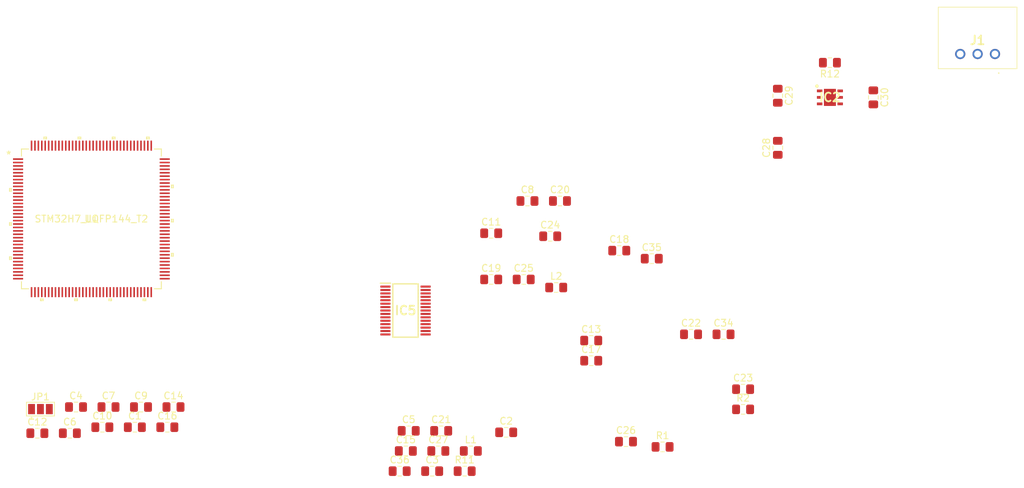
<source format=kicad_pcb>
(kicad_pcb (version 20171130) (host pcbnew "(5.1.6)-1")

  (general
    (thickness 1.6)
    (drawings 0)
    (tracks 0)
    (zones 0)
    (modules 44)
    (nets 145)
  )

  (page A4)
  (layers
    (0 F.Cu signal)
    (31 B.Cu signal)
    (32 B.Adhes user)
    (33 F.Adhes user)
    (34 B.Paste user)
    (35 F.Paste user)
    (36 B.SilkS user)
    (37 F.SilkS user)
    (38 B.Mask user)
    (39 F.Mask user)
    (40 Dwgs.User user)
    (41 Cmts.User user)
    (42 Eco1.User user)
    (43 Eco2.User user)
    (44 Edge.Cuts user)
    (45 Margin user)
    (46 B.CrtYd user)
    (47 F.CrtYd user)
    (48 B.Fab user)
    (49 F.Fab user)
  )

  (setup
    (last_trace_width 0.25)
    (trace_clearance 0.2)
    (zone_clearance 0.508)
    (zone_45_only no)
    (trace_min 0.2)
    (via_size 0.8)
    (via_drill 0.4)
    (via_min_size 0.4)
    (via_min_drill 0.3)
    (uvia_size 0.3)
    (uvia_drill 0.1)
    (uvias_allowed no)
    (uvia_min_size 0.2)
    (uvia_min_drill 0.1)
    (edge_width 0.05)
    (segment_width 0.2)
    (pcb_text_width 0.3)
    (pcb_text_size 1.5 1.5)
    (mod_edge_width 0.12)
    (mod_text_size 1 1)
    (mod_text_width 0.15)
    (pad_size 1.524 1.524)
    (pad_drill 0.762)
    (pad_to_mask_clearance 0.05)
    (aux_axis_origin 0 0)
    (visible_elements 7FFFFFFF)
    (pcbplotparams
      (layerselection 0x010fc_ffffffff)
      (usegerberextensions false)
      (usegerberattributes true)
      (usegerberadvancedattributes true)
      (creategerberjobfile true)
      (excludeedgelayer true)
      (linewidth 0.100000)
      (plotframeref false)
      (viasonmask false)
      (mode 1)
      (useauxorigin false)
      (hpglpennumber 1)
      (hpglpenspeed 20)
      (hpglpendiameter 15.000000)
      (psnegative false)
      (psa4output false)
      (plotreference true)
      (plotvalue true)
      (plotinvisibletext false)
      (padsonsilk false)
      (subtractmaskfromsilk false)
      (outputformat 1)
      (mirror false)
      (drillshape 1)
      (scaleselection 1)
      (outputdirectory ""))
  )

  (net 0 "")
  (net 1 GND)
  (net 2 VBAT)
  (net 3 GNDA)
  (net 4 VDDA)
  (net 5 VREF+)
  (net 6 VDDSMPS_OUT)
  (net 7 1V2_MCU)
  (net 8 5V)
  (net 9 "Net-(C29-Pad1)")
  (net 10 3V3_PER)
  (net 11 PWR_IN)
  (net 12 "Net-(C35-Pad1)")
  (net 13 "Net-(IC2-Pad3)")
  (net 14 "Net-(IC5-Pad27)")
  (net 15 "Net-(IC5-Pad26)")
  (net 16 "Net-(IC5-Pad25)")
  (net 17 "Net-(IC5-Pad24)")
  (net 18 "Net-(IC5-Pad23)")
  (net 19 "Net-(IC5-Pad22)")
  (net 20 "Net-(IC5-Pad21)")
  (net 21 "Net-(IC5-Pad20)")
  (net 22 "Net-(IC5-Pad19)")
  (net 23 "Net-(IC5-Pad18)")
  (net 24 "Net-(IC5-Pad17)")
  (net 25 "Net-(IC5-Pad16)")
  (net 26 "Net-(IC5-Pad15)")
  (net 27 "Net-(IC5-Pad14)")
  (net 28 "Net-(IC5-Pad13)")
  (net 29 "Net-(IC5-Pad12)")
  (net 30 "Net-(IC5-Pad11)")
  (net 31 "Net-(IC5-Pad10)")
  (net 32 "Net-(IC5-Pad9)")
  (net 33 "Net-(IC5-Pad8)")
  (net 34 "Net-(IC5-Pad7)")
  (net 35 "Net-(IC5-Pad6)")
  (net 36 "Net-(IC5-Pad5)")
  (net 37 "Net-(IC5-Pad4)")
  (net 38 "Net-(IC5-Pad3)")
  (net 39 "Net-(IC5-Pad2)")
  (net 40 "Net-(IC5-Pad1)")
  (net 41 1V8_VDD)
  (net 42 VFBSD)
  (net 43 "Net-(U1-Pad142)")
  (net 44 "Net-(U1-Pad139)")
  (net 45 "Net-(U1-Pad138)")
  (net 46 "Net-(U1-Pad137)")
  (net 47 "Net-(U1-Pad135)")
  (net 48 "Net-(U1-Pad134)")
  (net 49 "Net-(U1-Pad133)")
  (net 50 "Net-(U1-Pad132)")
  (net 51 nJTRST)
  (net 52 JTDO)
  (net 53 "Net-(U1-Pad127)")
  (net 54 "Net-(U1-Pad126)")
  (net 55 "Net-(U1-Pad125)")
  (net 56 "Net-(U1-Pad124)")
  (net 57 "Net-(U1-Pad123)")
  (net 58 "Net-(U1-Pad122)")
  (net 59 "Net-(U1-Pad121)")
  (net 60 "Net-(U1-Pad120)")
  (net 61 "Net-(U1-Pad117)")
  (net 62 "Net-(U1-Pad116)")
  (net 63 "Net-(U1-Pad115)")
  (net 64 "Net-(U1-Pad114)")
  (net 65 "Net-(U1-Pad113)")
  (net 66 "Net-(U1-Pad112)")
  (net 67 "Net-(U1-Pad111)")
  (net 68 "Net-(U1-Pad110)")
  (net 69 "Net-(U1-Pad109)")
  (net 70 JTDI)
  (net 71 JTCK_SWCLK)
  (net 72 JTMS_SWDIO)
  (net 73 "Net-(U1-Pad101)")
  (net 74 "Net-(U1-Pad100)")
  (net 75 USART1_RX)
  (net 76 USART1_TX)
  (net 77 "Net-(U1-Pad97)")
  (net 78 "Net-(U1-Pad96)")
  (net 79 "Net-(U1-Pad95)")
  (net 80 "Net-(U1-Pad94)")
  (net 81 "Net-(U1-Pad93)")
  (net 82 "Net-(U1-Pad88)")
  (net 83 "Net-(U1-Pad87)")
  (net 84 "Net-(U1-Pad86)")
  (net 85 "Net-(U1-Pad85)")
  (net 86 "Net-(U1-Pad84)")
  (net 87 "Net-(U1-Pad83)")
  (net 88 "Net-(U1-Pad82)")
  (net 89 "Net-(U1-Pad81)")
  (net 90 "Net-(U1-Pad78)")
  (net 91 "Net-(U1-Pad77)")
  (net 92 "Net-(U1-Pad76)")
  (net 93 "Net-(U1-Pad75)")
  (net 94 "Net-(U1-Pad74)")
  (net 95 "Net-(U1-Pad73)")
  (net 96 "Net-(U1-Pad65)")
  (net 97 "Net-(U1-Pad64)")
  (net 98 "Net-(U1-Pad63)")
  (net 99 "Net-(U1-Pad62)")
  (net 100 "Net-(U1-Pad61)")
  (net 101 "Net-(U1-Pad60)")
  (net 102 "Net-(U1-Pad59)")
  (net 103 "Net-(U1-Pad58)")
  (net 104 "Net-(U1-Pad57)")
  (net 105 "Net-(U1-Pad54)")
  (net 106 "Net-(U1-Pad53)")
  (net 107 "Net-(U1-Pad52)")
  (net 108 "Net-(U1-Pad51)")
  (net 109 "Net-(U1-Pad50)")
  (net 110 "Net-(U1-Pad49)")
  (net 111 "Net-(U1-Pad48)")
  (net 112 "Net-(U1-Pad47)")
  (net 113 "Net-(U1-Pad46)")
  (net 114 "Net-(U1-Pad45)")
  (net 115 "Net-(U1-Pad44)")
  (net 116 "Net-(U1-Pad43)")
  (net 117 "Net-(U1-Pad40)")
  (net 118 "Net-(U1-Pad39)")
  (net 119 "Net-(U1-Pad38)")
  (net 120 "Net-(U1-Pad37)")
  (net 121 "Net-(U1-Pad31)")
  (net 122 "Net-(U1-Pad30)")
  (net 123 "Net-(U1-Pad29)")
  (net 124 "Net-(U1-Pad28)")
  (net 125 "Net-(U1-Pad27)")
  (net 126 "Net-(U1-Pad26)")
  (net 127 "Net-(U1-Pad25)")
  (net 128 "Net-(U1-Pad24)")
  (net 129 "Net-(U1-Pad23)")
  (net 130 "Net-(U1-Pad22)")
  (net 131 "Net-(U1-Pad21)")
  (net 132 "Net-(U1-Pad20)")
  (net 133 "Net-(U1-Pad11)")
  (net 134 "Net-(U1-Pad10)")
  (net 135 "Net-(U1-Pad9)")
  (net 136 "Net-(U1-Pad5)")
  (net 137 "Net-(U1-Pad4)")
  (net 138 "Net-(U1-Pad3)")
  (net 139 "Net-(U1-Pad2)")
  (net 140 "Net-(U1-Pad1)")
  (net 141 I2C2_SMBA)
  (net 142 I2C2_SDA)
  (net 143 I2C2_SCL)
  (net 144 Touch_Input)

  (net_class Default "This is the default net class."
    (clearance 0.2)
    (trace_width 0.25)
    (via_dia 0.8)
    (via_drill 0.4)
    (uvia_dia 0.3)
    (uvia_drill 0.1)
    (add_net 1V2_MCU)
    (add_net 1V8_VDD)
    (add_net 3V3_PER)
    (add_net 5V)
    (add_net GND)
    (add_net GNDA)
    (add_net I2C2_SCL)
    (add_net I2C2_SDA)
    (add_net I2C2_SMBA)
    (add_net JTCK_SWCLK)
    (add_net JTDI)
    (add_net JTDO)
    (add_net JTMS_SWDIO)
    (add_net "Net-(C29-Pad1)")
    (add_net "Net-(C35-Pad1)")
    (add_net "Net-(IC2-Pad3)")
    (add_net "Net-(IC5-Pad1)")
    (add_net "Net-(IC5-Pad10)")
    (add_net "Net-(IC5-Pad11)")
    (add_net "Net-(IC5-Pad12)")
    (add_net "Net-(IC5-Pad13)")
    (add_net "Net-(IC5-Pad14)")
    (add_net "Net-(IC5-Pad15)")
    (add_net "Net-(IC5-Pad16)")
    (add_net "Net-(IC5-Pad17)")
    (add_net "Net-(IC5-Pad18)")
    (add_net "Net-(IC5-Pad19)")
    (add_net "Net-(IC5-Pad2)")
    (add_net "Net-(IC5-Pad20)")
    (add_net "Net-(IC5-Pad21)")
    (add_net "Net-(IC5-Pad22)")
    (add_net "Net-(IC5-Pad23)")
    (add_net "Net-(IC5-Pad24)")
    (add_net "Net-(IC5-Pad25)")
    (add_net "Net-(IC5-Pad26)")
    (add_net "Net-(IC5-Pad27)")
    (add_net "Net-(IC5-Pad3)")
    (add_net "Net-(IC5-Pad4)")
    (add_net "Net-(IC5-Pad5)")
    (add_net "Net-(IC5-Pad6)")
    (add_net "Net-(IC5-Pad7)")
    (add_net "Net-(IC5-Pad8)")
    (add_net "Net-(IC5-Pad9)")
    (add_net "Net-(U1-Pad1)")
    (add_net "Net-(U1-Pad10)")
    (add_net "Net-(U1-Pad100)")
    (add_net "Net-(U1-Pad101)")
    (add_net "Net-(U1-Pad109)")
    (add_net "Net-(U1-Pad11)")
    (add_net "Net-(U1-Pad110)")
    (add_net "Net-(U1-Pad111)")
    (add_net "Net-(U1-Pad112)")
    (add_net "Net-(U1-Pad113)")
    (add_net "Net-(U1-Pad114)")
    (add_net "Net-(U1-Pad115)")
    (add_net "Net-(U1-Pad116)")
    (add_net "Net-(U1-Pad117)")
    (add_net "Net-(U1-Pad120)")
    (add_net "Net-(U1-Pad121)")
    (add_net "Net-(U1-Pad122)")
    (add_net "Net-(U1-Pad123)")
    (add_net "Net-(U1-Pad124)")
    (add_net "Net-(U1-Pad125)")
    (add_net "Net-(U1-Pad126)")
    (add_net "Net-(U1-Pad127)")
    (add_net "Net-(U1-Pad132)")
    (add_net "Net-(U1-Pad133)")
    (add_net "Net-(U1-Pad134)")
    (add_net "Net-(U1-Pad135)")
    (add_net "Net-(U1-Pad137)")
    (add_net "Net-(U1-Pad138)")
    (add_net "Net-(U1-Pad139)")
    (add_net "Net-(U1-Pad142)")
    (add_net "Net-(U1-Pad2)")
    (add_net "Net-(U1-Pad20)")
    (add_net "Net-(U1-Pad21)")
    (add_net "Net-(U1-Pad22)")
    (add_net "Net-(U1-Pad23)")
    (add_net "Net-(U1-Pad24)")
    (add_net "Net-(U1-Pad25)")
    (add_net "Net-(U1-Pad26)")
    (add_net "Net-(U1-Pad27)")
    (add_net "Net-(U1-Pad28)")
    (add_net "Net-(U1-Pad29)")
    (add_net "Net-(U1-Pad3)")
    (add_net "Net-(U1-Pad30)")
    (add_net "Net-(U1-Pad31)")
    (add_net "Net-(U1-Pad37)")
    (add_net "Net-(U1-Pad38)")
    (add_net "Net-(U1-Pad39)")
    (add_net "Net-(U1-Pad4)")
    (add_net "Net-(U1-Pad40)")
    (add_net "Net-(U1-Pad43)")
    (add_net "Net-(U1-Pad44)")
    (add_net "Net-(U1-Pad45)")
    (add_net "Net-(U1-Pad46)")
    (add_net "Net-(U1-Pad47)")
    (add_net "Net-(U1-Pad48)")
    (add_net "Net-(U1-Pad49)")
    (add_net "Net-(U1-Pad5)")
    (add_net "Net-(U1-Pad50)")
    (add_net "Net-(U1-Pad51)")
    (add_net "Net-(U1-Pad52)")
    (add_net "Net-(U1-Pad53)")
    (add_net "Net-(U1-Pad54)")
    (add_net "Net-(U1-Pad57)")
    (add_net "Net-(U1-Pad58)")
    (add_net "Net-(U1-Pad59)")
    (add_net "Net-(U1-Pad60)")
    (add_net "Net-(U1-Pad61)")
    (add_net "Net-(U1-Pad62)")
    (add_net "Net-(U1-Pad63)")
    (add_net "Net-(U1-Pad64)")
    (add_net "Net-(U1-Pad65)")
    (add_net "Net-(U1-Pad73)")
    (add_net "Net-(U1-Pad74)")
    (add_net "Net-(U1-Pad75)")
    (add_net "Net-(U1-Pad76)")
    (add_net "Net-(U1-Pad77)")
    (add_net "Net-(U1-Pad78)")
    (add_net "Net-(U1-Pad81)")
    (add_net "Net-(U1-Pad82)")
    (add_net "Net-(U1-Pad83)")
    (add_net "Net-(U1-Pad84)")
    (add_net "Net-(U1-Pad85)")
    (add_net "Net-(U1-Pad86)")
    (add_net "Net-(U1-Pad87)")
    (add_net "Net-(U1-Pad88)")
    (add_net "Net-(U1-Pad9)")
    (add_net "Net-(U1-Pad93)")
    (add_net "Net-(U1-Pad94)")
    (add_net "Net-(U1-Pad95)")
    (add_net "Net-(U1-Pad96)")
    (add_net "Net-(U1-Pad97)")
    (add_net PWR_IN)
    (add_net Touch_Input)
    (add_net USART1_RX)
    (add_net USART1_TX)
    (add_net VBAT)
    (add_net VDDA)
    (add_net VDDSMPS_OUT)
    (add_net VFBSD)
    (add_net VREF+)
    (add_net nJTRST)
  )

  (module STM_footprints:STM32H7_LQFP144_T2 (layer F.Cu) (tedit 0) (tstamp 5F719125)
    (at 74.93 48.26)
    (path /5F46820E)
    (fp_text reference U1 (at 0 0) (layer F.SilkS)
      (effects (font (size 1 1) (thickness 0.15)))
    )
    (fp_text value STM32H7_LQFP144_T2 (at 0 0) (layer F.SilkS)
      (effects (font (size 1 1) (thickness 0.15)))
    )
    (fp_text user * (at -9.7155 -9) (layer F.Fab)
      (effects (font (size 1 1) (thickness 0.15)))
    )
    (fp_text user * (at -12.0904 -9.381) (layer F.SilkS)
      (effects (font (size 1 1) (thickness 0.15)))
    )
    (fp_text user "Copyright 2016 Accelerated Designs. All rights reserved." (at 0 0) (layer Cmts.User)
      (effects (font (size 0.127 0.127) (thickness 0.002)))
    )
    (fp_line (start 8.6103 -10.0965) (end 8.8897 -10.0965) (layer F.Fab) (width 0.1524))
    (fp_line (start 8.8897 -10.0965) (end 8.8897 -11.0998) (layer F.Fab) (width 0.1524))
    (fp_line (start 8.8897 -11.0998) (end 8.6103 -11.0998) (layer F.Fab) (width 0.1524))
    (fp_line (start 8.6103 -11.0998) (end 8.6103 -10.0965) (layer F.Fab) (width 0.1524))
    (fp_line (start 8.1103 -10.0965) (end 8.3897 -10.0965) (layer F.Fab) (width 0.1524))
    (fp_line (start 8.3897 -10.0965) (end 8.3897 -11.0998) (layer F.Fab) (width 0.1524))
    (fp_line (start 8.3897 -11.0998) (end 8.1103 -11.0998) (layer F.Fab) (width 0.1524))
    (fp_line (start 8.1103 -11.0998) (end 8.1103 -10.0965) (layer F.Fab) (width 0.1524))
    (fp_line (start 7.6103 -10.0965) (end 7.8897 -10.0965) (layer F.Fab) (width 0.1524))
    (fp_line (start 7.8897 -10.0965) (end 7.8897 -11.0998) (layer F.Fab) (width 0.1524))
    (fp_line (start 7.8897 -11.0998) (end 7.6103 -11.0998) (layer F.Fab) (width 0.1524))
    (fp_line (start 7.6103 -11.0998) (end 7.6103 -10.0965) (layer F.Fab) (width 0.1524))
    (fp_line (start 7.1103 -10.0965) (end 7.3897 -10.0965) (layer F.Fab) (width 0.1524))
    (fp_line (start 7.3897 -10.0965) (end 7.3897 -11.0998) (layer F.Fab) (width 0.1524))
    (fp_line (start 7.3897 -11.0998) (end 7.1103 -11.0998) (layer F.Fab) (width 0.1524))
    (fp_line (start 7.1103 -11.0998) (end 7.1103 -10.0965) (layer F.Fab) (width 0.1524))
    (fp_line (start 6.6103 -10.0965) (end 6.8897 -10.0965) (layer F.Fab) (width 0.1524))
    (fp_line (start 6.8897 -10.0965) (end 6.8897 -11.0998) (layer F.Fab) (width 0.1524))
    (fp_line (start 6.8897 -11.0998) (end 6.6103 -11.0998) (layer F.Fab) (width 0.1524))
    (fp_line (start 6.6103 -11.0998) (end 6.6103 -10.0965) (layer F.Fab) (width 0.1524))
    (fp_line (start 6.1103 -10.0965) (end 6.3897 -10.0965) (layer F.Fab) (width 0.1524))
    (fp_line (start 6.3897 -10.0965) (end 6.3897 -11.0998) (layer F.Fab) (width 0.1524))
    (fp_line (start 6.3897 -11.0998) (end 6.1103 -11.0998) (layer F.Fab) (width 0.1524))
    (fp_line (start 6.1103 -11.0998) (end 6.1103 -10.0965) (layer F.Fab) (width 0.1524))
    (fp_line (start 5.6103 -10.0965) (end 5.8897 -10.0965) (layer F.Fab) (width 0.1524))
    (fp_line (start 5.8897 -10.0965) (end 5.8897 -11.0998) (layer F.Fab) (width 0.1524))
    (fp_line (start 5.8897 -11.0998) (end 5.6103 -11.0998) (layer F.Fab) (width 0.1524))
    (fp_line (start 5.6103 -11.0998) (end 5.6103 -10.0965) (layer F.Fab) (width 0.1524))
    (fp_line (start 5.1103 -10.0965) (end 5.3897 -10.0965) (layer F.Fab) (width 0.1524))
    (fp_line (start 5.3897 -10.0965) (end 5.3897 -11.0998) (layer F.Fab) (width 0.1524))
    (fp_line (start 5.3897 -11.0998) (end 5.1103 -11.0998) (layer F.Fab) (width 0.1524))
    (fp_line (start 5.1103 -11.0998) (end 5.1103 -10.0965) (layer F.Fab) (width 0.1524))
    (fp_line (start 4.6103 -10.0965) (end 4.8897 -10.0965) (layer F.Fab) (width 0.1524))
    (fp_line (start 4.8897 -10.0965) (end 4.8897 -11.0998) (layer F.Fab) (width 0.1524))
    (fp_line (start 4.8897 -11.0998) (end 4.6103 -11.0998) (layer F.Fab) (width 0.1524))
    (fp_line (start 4.6103 -11.0998) (end 4.6103 -10.0965) (layer F.Fab) (width 0.1524))
    (fp_line (start 4.1103 -10.0965) (end 4.3897 -10.0965) (layer F.Fab) (width 0.1524))
    (fp_line (start 4.3897 -10.0965) (end 4.3897 -11.0998) (layer F.Fab) (width 0.1524))
    (fp_line (start 4.3897 -11.0998) (end 4.1103 -11.0998) (layer F.Fab) (width 0.1524))
    (fp_line (start 4.1103 -11.0998) (end 4.1103 -10.0965) (layer F.Fab) (width 0.1524))
    (fp_line (start 3.6103 -10.0965) (end 3.8897 -10.0965) (layer F.Fab) (width 0.1524))
    (fp_line (start 3.8897 -10.0965) (end 3.8897 -11.0998) (layer F.Fab) (width 0.1524))
    (fp_line (start 3.8897 -11.0998) (end 3.6103 -11.0998) (layer F.Fab) (width 0.1524))
    (fp_line (start 3.6103 -11.0998) (end 3.6103 -10.0965) (layer F.Fab) (width 0.1524))
    (fp_line (start 3.1103 -10.0965) (end 3.3897 -10.0965) (layer F.Fab) (width 0.1524))
    (fp_line (start 3.3897 -10.0965) (end 3.3897 -11.0998) (layer F.Fab) (width 0.1524))
    (fp_line (start 3.3897 -11.0998) (end 3.1103 -11.0998) (layer F.Fab) (width 0.1524))
    (fp_line (start 3.1103 -11.0998) (end 3.1103 -10.0965) (layer F.Fab) (width 0.1524))
    (fp_line (start 2.6103 -10.0965) (end 2.8897 -10.0965) (layer F.Fab) (width 0.1524))
    (fp_line (start 2.8897 -10.0965) (end 2.8897 -11.0998) (layer F.Fab) (width 0.1524))
    (fp_line (start 2.8897 -11.0998) (end 2.6103 -11.0998) (layer F.Fab) (width 0.1524))
    (fp_line (start 2.6103 -11.0998) (end 2.6103 -10.0965) (layer F.Fab) (width 0.1524))
    (fp_line (start 2.1103 -10.0965) (end 2.3897 -10.0965) (layer F.Fab) (width 0.1524))
    (fp_line (start 2.3897 -10.0965) (end 2.3897 -11.0998) (layer F.Fab) (width 0.1524))
    (fp_line (start 2.3897 -11.0998) (end 2.1103 -11.0998) (layer F.Fab) (width 0.1524))
    (fp_line (start 2.1103 -11.0998) (end 2.1103 -10.0965) (layer F.Fab) (width 0.1524))
    (fp_line (start 1.6103 -10.0965) (end 1.8897 -10.0965) (layer F.Fab) (width 0.1524))
    (fp_line (start 1.8897 -10.0965) (end 1.8897 -11.0998) (layer F.Fab) (width 0.1524))
    (fp_line (start 1.8897 -11.0998) (end 1.6103 -11.0998) (layer F.Fab) (width 0.1524))
    (fp_line (start 1.6103 -11.0998) (end 1.6103 -10.0965) (layer F.Fab) (width 0.1524))
    (fp_line (start 1.1103 -10.0965) (end 1.3897 -10.0965) (layer F.Fab) (width 0.1524))
    (fp_line (start 1.3897 -10.0965) (end 1.3897 -11.0998) (layer F.Fab) (width 0.1524))
    (fp_line (start 1.3897 -11.0998) (end 1.1103 -11.0998) (layer F.Fab) (width 0.1524))
    (fp_line (start 1.1103 -11.0998) (end 1.1103 -10.0965) (layer F.Fab) (width 0.1524))
    (fp_line (start 0.6103 -10.0965) (end 0.8897 -10.0965) (layer F.Fab) (width 0.1524))
    (fp_line (start 0.8897 -10.0965) (end 0.8897 -11.0998) (layer F.Fab) (width 0.1524))
    (fp_line (start 0.8897 -11.0998) (end 0.6103 -11.0998) (layer F.Fab) (width 0.1524))
    (fp_line (start 0.6103 -11.0998) (end 0.6103 -10.0965) (layer F.Fab) (width 0.1524))
    (fp_line (start 0.1103 -10.0965) (end 0.3897 -10.0965) (layer F.Fab) (width 0.1524))
    (fp_line (start 0.3897 -10.0965) (end 0.3897 -11.0998) (layer F.Fab) (width 0.1524))
    (fp_line (start 0.3897 -11.0998) (end 0.1103 -11.0998) (layer F.Fab) (width 0.1524))
    (fp_line (start 0.1103 -11.0998) (end 0.1103 -10.0965) (layer F.Fab) (width 0.1524))
    (fp_line (start -0.3897 -10.0965) (end -0.1103 -10.0965) (layer F.Fab) (width 0.1524))
    (fp_line (start -0.1103 -10.0965) (end -0.1103 -11.0998) (layer F.Fab) (width 0.1524))
    (fp_line (start -0.1103 -11.0998) (end -0.3897 -11.0998) (layer F.Fab) (width 0.1524))
    (fp_line (start -0.3897 -11.0998) (end -0.3897 -10.0965) (layer F.Fab) (width 0.1524))
    (fp_line (start -0.8897 -10.0965) (end -0.6103 -10.0965) (layer F.Fab) (width 0.1524))
    (fp_line (start -0.6103 -10.0965) (end -0.6103 -11.0998) (layer F.Fab) (width 0.1524))
    (fp_line (start -0.6103 -11.0998) (end -0.8897 -11.0998) (layer F.Fab) (width 0.1524))
    (fp_line (start -0.8897 -11.0998) (end -0.8897 -10.0965) (layer F.Fab) (width 0.1524))
    (fp_line (start -1.3897 -10.0965) (end -1.1103 -10.0965) (layer F.Fab) (width 0.1524))
    (fp_line (start -1.1103 -10.0965) (end -1.1103 -11.0998) (layer F.Fab) (width 0.1524))
    (fp_line (start -1.1103 -11.0998) (end -1.3897 -11.0998) (layer F.Fab) (width 0.1524))
    (fp_line (start -1.3897 -11.0998) (end -1.3897 -10.0965) (layer F.Fab) (width 0.1524))
    (fp_line (start -1.8897 -10.0965) (end -1.6103 -10.0965) (layer F.Fab) (width 0.1524))
    (fp_line (start -1.6103 -10.0965) (end -1.6103 -11.0998) (layer F.Fab) (width 0.1524))
    (fp_line (start -1.6103 -11.0998) (end -1.8897 -11.0998) (layer F.Fab) (width 0.1524))
    (fp_line (start -1.8897 -11.0998) (end -1.8897 -10.0965) (layer F.Fab) (width 0.1524))
    (fp_line (start -2.3897 -10.0965) (end -2.1103 -10.0965) (layer F.Fab) (width 0.1524))
    (fp_line (start -2.1103 -10.0965) (end -2.1103 -11.0998) (layer F.Fab) (width 0.1524))
    (fp_line (start -2.1103 -11.0998) (end -2.3897 -11.0998) (layer F.Fab) (width 0.1524))
    (fp_line (start -2.3897 -11.0998) (end -2.3897 -10.0965) (layer F.Fab) (width 0.1524))
    (fp_line (start -2.8897 -10.0965) (end -2.6103 -10.0965) (layer F.Fab) (width 0.1524))
    (fp_line (start -2.6103 -10.0965) (end -2.6103 -11.0998) (layer F.Fab) (width 0.1524))
    (fp_line (start -2.6103 -11.0998) (end -2.8897 -11.0998) (layer F.Fab) (width 0.1524))
    (fp_line (start -2.8897 -11.0998) (end -2.8897 -10.0965) (layer F.Fab) (width 0.1524))
    (fp_line (start -3.3897 -10.0965) (end -3.1103 -10.0965) (layer F.Fab) (width 0.1524))
    (fp_line (start -3.1103 -10.0965) (end -3.1103 -11.0998) (layer F.Fab) (width 0.1524))
    (fp_line (start -3.1103 -11.0998) (end -3.3897 -11.0998) (layer F.Fab) (width 0.1524))
    (fp_line (start -3.3897 -11.0998) (end -3.3897 -10.0965) (layer F.Fab) (width 0.1524))
    (fp_line (start -3.8897 -10.0965) (end -3.6103 -10.0965) (layer F.Fab) (width 0.1524))
    (fp_line (start -3.6103 -10.0965) (end -3.6103 -11.0998) (layer F.Fab) (width 0.1524))
    (fp_line (start -3.6103 -11.0998) (end -3.8897 -11.0998) (layer F.Fab) (width 0.1524))
    (fp_line (start -3.8897 -11.0998) (end -3.8897 -10.0965) (layer F.Fab) (width 0.1524))
    (fp_line (start -4.3897 -10.0965) (end -4.1103 -10.0965) (layer F.Fab) (width 0.1524))
    (fp_line (start -4.1103 -10.0965) (end -4.1103 -11.0998) (layer F.Fab) (width 0.1524))
    (fp_line (start -4.1103 -11.0998) (end -4.3897 -11.0998) (layer F.Fab) (width 0.1524))
    (fp_line (start -4.3897 -11.0998) (end -4.3897 -10.0965) (layer F.Fab) (width 0.1524))
    (fp_line (start -4.8897 -10.0965) (end -4.6103 -10.0965) (layer F.Fab) (width 0.1524))
    (fp_line (start -4.6103 -10.0965) (end -4.6103 -11.0998) (layer F.Fab) (width 0.1524))
    (fp_line (start -4.6103 -11.0998) (end -4.8897 -11.0998) (layer F.Fab) (width 0.1524))
    (fp_line (start -4.8897 -11.0998) (end -4.8897 -10.0965) (layer F.Fab) (width 0.1524))
    (fp_line (start -5.3897 -10.0965) (end -5.1103 -10.0965) (layer F.Fab) (width 0.1524))
    (fp_line (start -5.1103 -10.0965) (end -5.1103 -11.0998) (layer F.Fab) (width 0.1524))
    (fp_line (start -5.1103 -11.0998) (end -5.3897 -11.0998) (layer F.Fab) (width 0.1524))
    (fp_line (start -5.3897 -11.0998) (end -5.3897 -10.0965) (layer F.Fab) (width 0.1524))
    (fp_line (start -5.8897 -10.0965) (end -5.6103 -10.0965) (layer F.Fab) (width 0.1524))
    (fp_line (start -5.6103 -10.0965) (end -5.6103 -11.0998) (layer F.Fab) (width 0.1524))
    (fp_line (start -5.6103 -11.0998) (end -5.8897 -11.0998) (layer F.Fab) (width 0.1524))
    (fp_line (start -5.8897 -11.0998) (end -5.8897 -10.0965) (layer F.Fab) (width 0.1524))
    (fp_line (start -6.3897 -10.0965) (end -6.1103 -10.0965) (layer F.Fab) (width 0.1524))
    (fp_line (start -6.1103 -10.0965) (end -6.1103 -11.0998) (layer F.Fab) (width 0.1524))
    (fp_line (start -6.1103 -11.0998) (end -6.3897 -11.0998) (layer F.Fab) (width 0.1524))
    (fp_line (start -6.3897 -11.0998) (end -6.3897 -10.0965) (layer F.Fab) (width 0.1524))
    (fp_line (start -6.8897 -10.0965) (end -6.6103 -10.0965) (layer F.Fab) (width 0.1524))
    (fp_line (start -6.6103 -10.0965) (end -6.6103 -11.0998) (layer F.Fab) (width 0.1524))
    (fp_line (start -6.6103 -11.0998) (end -6.8897 -11.0998) (layer F.Fab) (width 0.1524))
    (fp_line (start -6.8897 -11.0998) (end -6.8897 -10.0965) (layer F.Fab) (width 0.1524))
    (fp_line (start -7.3897 -10.0965) (end -7.1103 -10.0965) (layer F.Fab) (width 0.1524))
    (fp_line (start -7.1103 -10.0965) (end -7.1103 -11.0998) (layer F.Fab) (width 0.1524))
    (fp_line (start -7.1103 -11.0998) (end -7.3897 -11.0998) (layer F.Fab) (width 0.1524))
    (fp_line (start -7.3897 -11.0998) (end -7.3897 -10.0965) (layer F.Fab) (width 0.1524))
    (fp_line (start -7.8897 -10.0965) (end -7.6103 -10.0965) (layer F.Fab) (width 0.1524))
    (fp_line (start -7.6103 -10.0965) (end -7.6103 -11.0998) (layer F.Fab) (width 0.1524))
    (fp_line (start -7.6103 -11.0998) (end -7.8897 -11.0998) (layer F.Fab) (width 0.1524))
    (fp_line (start -7.8897 -11.0998) (end -7.8897 -10.0965) (layer F.Fab) (width 0.1524))
    (fp_line (start -8.3897 -10.0965) (end -8.1103 -10.0965) (layer F.Fab) (width 0.1524))
    (fp_line (start -8.1103 -10.0965) (end -8.1103 -11.0998) (layer F.Fab) (width 0.1524))
    (fp_line (start -8.1103 -11.0998) (end -8.3897 -11.0998) (layer F.Fab) (width 0.1524))
    (fp_line (start -8.3897 -11.0998) (end -8.3897 -10.0965) (layer F.Fab) (width 0.1524))
    (fp_line (start -8.8897 -10.0965) (end -8.6103 -10.0965) (layer F.Fab) (width 0.1524))
    (fp_line (start -8.6103 -10.0965) (end -8.6103 -11.0998) (layer F.Fab) (width 0.1524))
    (fp_line (start -8.6103 -11.0998) (end -8.8897 -11.0998) (layer F.Fab) (width 0.1524))
    (fp_line (start -8.8897 -11.0998) (end -8.8897 -10.0965) (layer F.Fab) (width 0.1524))
    (fp_line (start -10.0965 -8.6103) (end -10.0965 -8.8897) (layer F.Fab) (width 0.1524))
    (fp_line (start -10.0965 -8.8897) (end -11.0998 -8.8897) (layer F.Fab) (width 0.1524))
    (fp_line (start -11.0998 -8.8897) (end -11.0998 -8.6103) (layer F.Fab) (width 0.1524))
    (fp_line (start -11.0998 -8.6103) (end -10.0965 -8.6103) (layer F.Fab) (width 0.1524))
    (fp_line (start -10.0965 -8.1103) (end -10.0965 -8.3897) (layer F.Fab) (width 0.1524))
    (fp_line (start -10.0965 -8.3897) (end -11.0998 -8.3897) (layer F.Fab) (width 0.1524))
    (fp_line (start -11.0998 -8.3897) (end -11.0998 -8.1103) (layer F.Fab) (width 0.1524))
    (fp_line (start -11.0998 -8.1103) (end -10.0965 -8.1103) (layer F.Fab) (width 0.1524))
    (fp_line (start -10.0965 -7.6103) (end -10.0965 -7.8897) (layer F.Fab) (width 0.1524))
    (fp_line (start -10.0965 -7.8897) (end -11.0998 -7.8897) (layer F.Fab) (width 0.1524))
    (fp_line (start -11.0998 -7.8897) (end -11.0998 -7.6103) (layer F.Fab) (width 0.1524))
    (fp_line (start -11.0998 -7.6103) (end -10.0965 -7.6103) (layer F.Fab) (width 0.1524))
    (fp_line (start -10.0965 -7.1103) (end -10.0965 -7.3897) (layer F.Fab) (width 0.1524))
    (fp_line (start -10.0965 -7.3897) (end -11.0998 -7.3897) (layer F.Fab) (width 0.1524))
    (fp_line (start -11.0998 -7.3897) (end -11.0998 -7.1103) (layer F.Fab) (width 0.1524))
    (fp_line (start -11.0998 -7.1103) (end -10.0965 -7.1103) (layer F.Fab) (width 0.1524))
    (fp_line (start -10.0965 -6.6103) (end -10.0965 -6.8897) (layer F.Fab) (width 0.1524))
    (fp_line (start -10.0965 -6.8897) (end -11.0998 -6.8897) (layer F.Fab) (width 0.1524))
    (fp_line (start -11.0998 -6.8897) (end -11.0998 -6.6103) (layer F.Fab) (width 0.1524))
    (fp_line (start -11.0998 -6.6103) (end -10.0965 -6.6103) (layer F.Fab) (width 0.1524))
    (fp_line (start -10.0965 -6.1103) (end -10.0965 -6.3897) (layer F.Fab) (width 0.1524))
    (fp_line (start -10.0965 -6.3897) (end -11.0998 -6.3897) (layer F.Fab) (width 0.1524))
    (fp_line (start -11.0998 -6.3897) (end -11.0998 -6.1103) (layer F.Fab) (width 0.1524))
    (fp_line (start -11.0998 -6.1103) (end -10.0965 -6.1103) (layer F.Fab) (width 0.1524))
    (fp_line (start -10.0965 -5.6103) (end -10.0965 -5.8897) (layer F.Fab) (width 0.1524))
    (fp_line (start -10.0965 -5.8897) (end -11.0998 -5.8897) (layer F.Fab) (width 0.1524))
    (fp_line (start -11.0998 -5.8897) (end -11.0998 -5.6103) (layer F.Fab) (width 0.1524))
    (fp_line (start -11.0998 -5.6103) (end -10.0965 -5.6103) (layer F.Fab) (width 0.1524))
    (fp_line (start -10.0965 -5.1103) (end -10.0965 -5.3897) (layer F.Fab) (width 0.1524))
    (fp_line (start -10.0965 -5.3897) (end -11.0998 -5.3897) (layer F.Fab) (width 0.1524))
    (fp_line (start -11.0998 -5.3897) (end -11.0998 -5.1103) (layer F.Fab) (width 0.1524))
    (fp_line (start -11.0998 -5.1103) (end -10.0965 -5.1103) (layer F.Fab) (width 0.1524))
    (fp_line (start -10.0965 -4.6103) (end -10.0965 -4.8897) (layer F.Fab) (width 0.1524))
    (fp_line (start -10.0965 -4.8897) (end -11.0998 -4.8897) (layer F.Fab) (width 0.1524))
    (fp_line (start -11.0998 -4.8897) (end -11.0998 -4.6103) (layer F.Fab) (width 0.1524))
    (fp_line (start -11.0998 -4.6103) (end -10.0965 -4.6103) (layer F.Fab) (width 0.1524))
    (fp_line (start -10.0965 -4.1103) (end -10.0965 -4.3897) (layer F.Fab) (width 0.1524))
    (fp_line (start -10.0965 -4.3897) (end -11.0998 -4.3897) (layer F.Fab) (width 0.1524))
    (fp_line (start -11.0998 -4.3897) (end -11.0998 -4.1103) (layer F.Fab) (width 0.1524))
    (fp_line (start -11.0998 -4.1103) (end -10.0965 -4.1103) (layer F.Fab) (width 0.1524))
    (fp_line (start -10.0965 -3.6103) (end -10.0965 -3.8897) (layer F.Fab) (width 0.1524))
    (fp_line (start -10.0965 -3.8897) (end -11.0998 -3.8897) (layer F.Fab) (width 0.1524))
    (fp_line (start -11.0998 -3.8897) (end -11.0998 -3.6103) (layer F.Fab) (width 0.1524))
    (fp_line (start -11.0998 -3.6103) (end -10.0965 -3.6103) (layer F.Fab) (width 0.1524))
    (fp_line (start -10.0965 -3.1103) (end -10.0965 -3.3897) (layer F.Fab) (width 0.1524))
    (fp_line (start -10.0965 -3.3897) (end -11.0998 -3.3897) (layer F.Fab) (width 0.1524))
    (fp_line (start -11.0998 -3.3897) (end -11.0998 -3.1103) (layer F.Fab) (width 0.1524))
    (fp_line (start -11.0998 -3.1103) (end -10.0965 -3.1103) (layer F.Fab) (width 0.1524))
    (fp_line (start -10.0965 -2.6103) (end -10.0965 -2.8897) (layer F.Fab) (width 0.1524))
    (fp_line (start -10.0965 -2.8897) (end -11.0998 -2.8897) (layer F.Fab) (width 0.1524))
    (fp_line (start -11.0998 -2.8897) (end -11.0998 -2.6103) (layer F.Fab) (width 0.1524))
    (fp_line (start -11.0998 -2.6103) (end -10.0965 -2.6103) (layer F.Fab) (width 0.1524))
    (fp_line (start -10.0965 -2.1103) (end -10.0965 -2.3897) (layer F.Fab) (width 0.1524))
    (fp_line (start -10.0965 -2.3897) (end -11.0998 -2.3897) (layer F.Fab) (width 0.1524))
    (fp_line (start -11.0998 -2.3897) (end -11.0998 -2.1103) (layer F.Fab) (width 0.1524))
    (fp_line (start -11.0998 -2.1103) (end -10.0965 -2.1103) (layer F.Fab) (width 0.1524))
    (fp_line (start -10.0965 -1.6103) (end -10.0965 -1.8897) (layer F.Fab) (width 0.1524))
    (fp_line (start -10.0965 -1.8897) (end -11.0998 -1.8897) (layer F.Fab) (width 0.1524))
    (fp_line (start -11.0998 -1.8897) (end -11.0998 -1.6103) (layer F.Fab) (width 0.1524))
    (fp_line (start -11.0998 -1.6103) (end -10.0965 -1.6103) (layer F.Fab) (width 0.1524))
    (fp_line (start -10.0965 -1.1103) (end -10.0965 -1.3897) (layer F.Fab) (width 0.1524))
    (fp_line (start -10.0965 -1.3897) (end -11.0998 -1.3897) (layer F.Fab) (width 0.1524))
    (fp_line (start -11.0998 -1.3897) (end -11.0998 -1.1103) (layer F.Fab) (width 0.1524))
    (fp_line (start -11.0998 -1.1103) (end -10.0965 -1.1103) (layer F.Fab) (width 0.1524))
    (fp_line (start -10.0965 -0.6103) (end -10.0965 -0.8897) (layer F.Fab) (width 0.1524))
    (fp_line (start -10.0965 -0.8897) (end -11.0998 -0.8897) (layer F.Fab) (width 0.1524))
    (fp_line (start -11.0998 -0.8897) (end -11.0998 -0.6103) (layer F.Fab) (width 0.1524))
    (fp_line (start -11.0998 -0.6103) (end -10.0965 -0.6103) (layer F.Fab) (width 0.1524))
    (fp_line (start -10.0965 -0.1103) (end -10.0965 -0.3897) (layer F.Fab) (width 0.1524))
    (fp_line (start -10.0965 -0.3897) (end -11.0998 -0.3897) (layer F.Fab) (width 0.1524))
    (fp_line (start -11.0998 -0.3897) (end -11.0998 -0.1103) (layer F.Fab) (width 0.1524))
    (fp_line (start -11.0998 -0.1103) (end -10.0965 -0.1103) (layer F.Fab) (width 0.1524))
    (fp_line (start -10.0965 0.3897) (end -10.0965 0.1103) (layer F.Fab) (width 0.1524))
    (fp_line (start -10.0965 0.1103) (end -11.0998 0.1103) (layer F.Fab) (width 0.1524))
    (fp_line (start -11.0998 0.1103) (end -11.0998 0.3897) (layer F.Fab) (width 0.1524))
    (fp_line (start -11.0998 0.3897) (end -10.0965 0.3897) (layer F.Fab) (width 0.1524))
    (fp_line (start -10.0965 0.8897) (end -10.0965 0.6103) (layer F.Fab) (width 0.1524))
    (fp_line (start -10.0965 0.6103) (end -11.0998 0.6103) (layer F.Fab) (width 0.1524))
    (fp_line (start -11.0998 0.6103) (end -11.0998 0.8897) (layer F.Fab) (width 0.1524))
    (fp_line (start -11.0998 0.8897) (end -10.0965 0.8897) (layer F.Fab) (width 0.1524))
    (fp_line (start -10.0965 1.3897) (end -10.0965 1.1103) (layer F.Fab) (width 0.1524))
    (fp_line (start -10.0965 1.1103) (end -11.0998 1.1103) (layer F.Fab) (width 0.1524))
    (fp_line (start -11.0998 1.1103) (end -11.0998 1.3897) (layer F.Fab) (width 0.1524))
    (fp_line (start -11.0998 1.3897) (end -10.0965 1.3897) (layer F.Fab) (width 0.1524))
    (fp_line (start -10.0965 1.8897) (end -10.0965 1.6103) (layer F.Fab) (width 0.1524))
    (fp_line (start -10.0965 1.6103) (end -11.0998 1.6103) (layer F.Fab) (width 0.1524))
    (fp_line (start -11.0998 1.6103) (end -11.0998 1.8897) (layer F.Fab) (width 0.1524))
    (fp_line (start -11.0998 1.8897) (end -10.0965 1.8897) (layer F.Fab) (width 0.1524))
    (fp_line (start -10.0965 2.3897) (end -10.0965 2.1103) (layer F.Fab) (width 0.1524))
    (fp_line (start -10.0965 2.1103) (end -11.0998 2.1103) (layer F.Fab) (width 0.1524))
    (fp_line (start -11.0998 2.1103) (end -11.0998 2.3897) (layer F.Fab) (width 0.1524))
    (fp_line (start -11.0998 2.3897) (end -10.0965 2.3897) (layer F.Fab) (width 0.1524))
    (fp_line (start -10.0965 2.8897) (end -10.0965 2.6103) (layer F.Fab) (width 0.1524))
    (fp_line (start -10.0965 2.6103) (end -11.0998 2.6103) (layer F.Fab) (width 0.1524))
    (fp_line (start -11.0998 2.6103) (end -11.0998 2.8897) (layer F.Fab) (width 0.1524))
    (fp_line (start -11.0998 2.8897) (end -10.0965 2.8897) (layer F.Fab) (width 0.1524))
    (fp_line (start -10.0965 3.3897) (end -10.0965 3.1103) (layer F.Fab) (width 0.1524))
    (fp_line (start -10.0965 3.1103) (end -11.0998 3.1103) (layer F.Fab) (width 0.1524))
    (fp_line (start -11.0998 3.1103) (end -11.0998 3.3897) (layer F.Fab) (width 0.1524))
    (fp_line (start -11.0998 3.3897) (end -10.0965 3.3897) (layer F.Fab) (width 0.1524))
    (fp_line (start -10.0965 3.8897) (end -10.0965 3.6103) (layer F.Fab) (width 0.1524))
    (fp_line (start -10.0965 3.6103) (end -11.0998 3.6103) (layer F.Fab) (width 0.1524))
    (fp_line (start -11.0998 3.6103) (end -11.0998 3.8897) (layer F.Fab) (width 0.1524))
    (fp_line (start -11.0998 3.8897) (end -10.0965 3.8897) (layer F.Fab) (width 0.1524))
    (fp_line (start -10.0965 4.3897) (end -10.0965 4.1103) (layer F.Fab) (width 0.1524))
    (fp_line (start -10.0965 4.1103) (end -11.0998 4.1103) (layer F.Fab) (width 0.1524))
    (fp_line (start -11.0998 4.1103) (end -11.0998 4.3897) (layer F.Fab) (width 0.1524))
    (fp_line (start -11.0998 4.3897) (end -10.0965 4.3897) (layer F.Fab) (width 0.1524))
    (fp_line (start -10.0965 4.8897) (end -10.0965 4.6103) (layer F.Fab) (width 0.1524))
    (fp_line (start -10.0965 4.6103) (end -11.0998 4.6103) (layer F.Fab) (width 0.1524))
    (fp_line (start -11.0998 4.6103) (end -11.0998 4.8897) (layer F.Fab) (width 0.1524))
    (fp_line (start -11.0998 4.8897) (end -10.0965 4.8897) (layer F.Fab) (width 0.1524))
    (fp_line (start -10.0965 5.3897) (end -10.0965 5.1103) (layer F.Fab) (width 0.1524))
    (fp_line (start -10.0965 5.1103) (end -11.0998 5.1103) (layer F.Fab) (width 0.1524))
    (fp_line (start -11.0998 5.1103) (end -11.0998 5.3897) (layer F.Fab) (width 0.1524))
    (fp_line (start -11.0998 5.3897) (end -10.0965 5.3897) (layer F.Fab) (width 0.1524))
    (fp_line (start -10.0965 5.8897) (end -10.0965 5.6103) (layer F.Fab) (width 0.1524))
    (fp_line (start -10.0965 5.6103) (end -11.0998 5.6103) (layer F.Fab) (width 0.1524))
    (fp_line (start -11.0998 5.6103) (end -11.0998 5.8897) (layer F.Fab) (width 0.1524))
    (fp_line (start -11.0998 5.8897) (end -10.0965 5.8897) (layer F.Fab) (width 0.1524))
    (fp_line (start -10.0965 6.3897) (end -10.0965 6.1103) (layer F.Fab) (width 0.1524))
    (fp_line (start -10.0965 6.1103) (end -11.0998 6.1103) (layer F.Fab) (width 0.1524))
    (fp_line (start -11.0998 6.1103) (end -11.0998 6.3897) (layer F.Fab) (width 0.1524))
    (fp_line (start -11.0998 6.3897) (end -10.0965 6.3897) (layer F.Fab) (width 0.1524))
    (fp_line (start -10.0965 6.8897) (end -10.0965 6.6103) (layer F.Fab) (width 0.1524))
    (fp_line (start -10.0965 6.6103) (end -11.0998 6.6103) (layer F.Fab) (width 0.1524))
    (fp_line (start -11.0998 6.6103) (end -11.0998 6.8897) (layer F.Fab) (width 0.1524))
    (fp_line (start -11.0998 6.8897) (end -10.0965 6.8897) (layer F.Fab) (width 0.1524))
    (fp_line (start -10.0965 7.3897) (end -10.0965 7.1103) (layer F.Fab) (width 0.1524))
    (fp_line (start -10.0965 7.1103) (end -11.0998 7.1103) (layer F.Fab) (width 0.1524))
    (fp_line (start -11.0998 7.1103) (end -11.0998 7.3897) (layer F.Fab) (width 0.1524))
    (fp_line (start -11.0998 7.3897) (end -10.0965 7.3897) (layer F.Fab) (width 0.1524))
    (fp_line (start -10.0965 7.8897) (end -10.0965 7.6103) (layer F.Fab) (width 0.1524))
    (fp_line (start -10.0965 7.6103) (end -11.0998 7.6103) (layer F.Fab) (width 0.1524))
    (fp_line (start -11.0998 7.6103) (end -11.0998 7.8897) (layer F.Fab) (width 0.1524))
    (fp_line (start -11.0998 7.8897) (end -10.0965 7.8897) (layer F.Fab) (width 0.1524))
    (fp_line (start -10.0965 8.3897) (end -10.0965 8.1103) (layer F.Fab) (width 0.1524))
    (fp_line (start -10.0965 8.1103) (end -11.0998 8.1103) (layer F.Fab) (width 0.1524))
    (fp_line (start -11.0998 8.1103) (end -11.0998 8.3897) (layer F.Fab) (width 0.1524))
    (fp_line (start -11.0998 8.3897) (end -10.0965 8.3897) (layer F.Fab) (width 0.1524))
    (fp_line (start -10.0965 8.8897) (end -10.0965 8.6103) (layer F.Fab) (width 0.1524))
    (fp_line (start -10.0965 8.6103) (end -11.0998 8.6103) (layer F.Fab) (width 0.1524))
    (fp_line (start -11.0998 8.6103) (end -11.0998 8.8897) (layer F.Fab) (width 0.1524))
    (fp_line (start -11.0998 8.8897) (end -10.0965 8.8897) (layer F.Fab) (width 0.1524))
    (fp_line (start -8.6103 10.0965) (end -8.8897 10.0965) (layer F.Fab) (width 0.1524))
    (fp_line (start -8.8897 10.0965) (end -8.8897 11.0998) (layer F.Fab) (width 0.1524))
    (fp_line (start -8.8897 11.0998) (end -8.6103 11.0998) (layer F.Fab) (width 0.1524))
    (fp_line (start -8.6103 11.0998) (end -8.6103 10.0965) (layer F.Fab) (width 0.1524))
    (fp_line (start -8.1103 10.0965) (end -8.3897 10.0965) (layer F.Fab) (width 0.1524))
    (fp_line (start -8.3897 10.0965) (end -8.3897 11.0998) (layer F.Fab) (width 0.1524))
    (fp_line (start -8.3897 11.0998) (end -8.1103 11.0998) (layer F.Fab) (width 0.1524))
    (fp_line (start -8.1103 11.0998) (end -8.1103 10.0965) (layer F.Fab) (width 0.1524))
    (fp_line (start -7.6103 10.0965) (end -7.8897 10.0965) (layer F.Fab) (width 0.1524))
    (fp_line (start -7.8897 10.0965) (end -7.8897 11.0998) (layer F.Fab) (width 0.1524))
    (fp_line (start -7.8897 11.0998) (end -7.6103 11.0998) (layer F.Fab) (width 0.1524))
    (fp_line (start -7.6103 11.0998) (end -7.6103 10.0965) (layer F.Fab) (width 0.1524))
    (fp_line (start -7.1103 10.0965) (end -7.3897 10.0965) (layer F.Fab) (width 0.1524))
    (fp_line (start -7.3897 10.0965) (end -7.3897 11.0998) (layer F.Fab) (width 0.1524))
    (fp_line (start -7.3897 11.0998) (end -7.1103 11.0998) (layer F.Fab) (width 0.1524))
    (fp_line (start -7.1103 11.0998) (end -7.1103 10.0965) (layer F.Fab) (width 0.1524))
    (fp_line (start -6.6103 10.0965) (end -6.8897 10.0965) (layer F.Fab) (width 0.1524))
    (fp_line (start -6.8897 10.0965) (end -6.8897 11.0998) (layer F.Fab) (width 0.1524))
    (fp_line (start -6.8897 11.0998) (end -6.6103 11.0998) (layer F.Fab) (width 0.1524))
    (fp_line (start -6.6103 11.0998) (end -6.6103 10.0965) (layer F.Fab) (width 0.1524))
    (fp_line (start -6.1103 10.0965) (end -6.3897 10.0965) (layer F.Fab) (width 0.1524))
    (fp_line (start -6.3897 10.0965) (end -6.3897 11.0998) (layer F.Fab) (width 0.1524))
    (fp_line (start -6.3897 11.0998) (end -6.1103 11.0998) (layer F.Fab) (width 0.1524))
    (fp_line (start -6.1103 11.0998) (end -6.1103 10.0965) (layer F.Fab) (width 0.1524))
    (fp_line (start -5.6103 10.0965) (end -5.8897 10.0965) (layer F.Fab) (width 0.1524))
    (fp_line (start -5.8897 10.0965) (end -5.8897 11.0998) (layer F.Fab) (width 0.1524))
    (fp_line (start -5.8897 11.0998) (end -5.6103 11.0998) (layer F.Fab) (width 0.1524))
    (fp_line (start -5.6103 11.0998) (end -5.6103 10.0965) (layer F.Fab) (width 0.1524))
    (fp_line (start -5.1103 10.0965) (end -5.3897 10.0965) (layer F.Fab) (width 0.1524))
    (fp_line (start -5.3897 10.0965) (end -5.3897 11.0998) (layer F.Fab) (width 0.1524))
    (fp_line (start -5.3897 11.0998) (end -5.1103 11.0998) (layer F.Fab) (width 0.1524))
    (fp_line (start -5.1103 11.0998) (end -5.1103 10.0965) (layer F.Fab) (width 0.1524))
    (fp_line (start -4.6103 10.0965) (end -4.8897 10.0965) (layer F.Fab) (width 0.1524))
    (fp_line (start -4.8897 10.0965) (end -4.8897 11.0998) (layer F.Fab) (width 0.1524))
    (fp_line (start -4.8897 11.0998) (end -4.6103 11.0998) (layer F.Fab) (width 0.1524))
    (fp_line (start -4.6103 11.0998) (end -4.6103 10.0965) (layer F.Fab) (width 0.1524))
    (fp_line (start -4.1103 10.0965) (end -4.3897 10.0965) (layer F.Fab) (width 0.1524))
    (fp_line (start -4.3897 10.0965) (end -4.3897 11.0998) (layer F.Fab) (width 0.1524))
    (fp_line (start -4.3897 11.0998) (end -4.1103 11.0998) (layer F.Fab) (width 0.1524))
    (fp_line (start -4.1103 11.0998) (end -4.1103 10.0965) (layer F.Fab) (width 0.1524))
    (fp_line (start -3.6103 10.0965) (end -3.8897 10.0965) (layer F.Fab) (width 0.1524))
    (fp_line (start -3.8897 10.0965) (end -3.8897 11.0998) (layer F.Fab) (width 0.1524))
    (fp_line (start -3.8897 11.0998) (end -3.6103 11.0998) (layer F.Fab) (width 0.1524))
    (fp_line (start -3.6103 11.0998) (end -3.6103 10.0965) (layer F.Fab) (width 0.1524))
    (fp_line (start -3.1103 10.0965) (end -3.3897 10.0965) (layer F.Fab) (width 0.1524))
    (fp_line (start -3.3897 10.0965) (end -3.3897 11.0998) (layer F.Fab) (width 0.1524))
    (fp_line (start -3.3897 11.0998) (end -3.1103 11.0998) (layer F.Fab) (width 0.1524))
    (fp_line (start -3.1103 11.0998) (end -3.1103 10.0965) (layer F.Fab) (width 0.1524))
    (fp_line (start -2.6103 10.0965) (end -2.8897 10.0965) (layer F.Fab) (width 0.1524))
    (fp_line (start -2.8897 10.0965) (end -2.8897 11.0998) (layer F.Fab) (width 0.1524))
    (fp_line (start -2.8897 11.0998) (end -2.6103 11.0998) (layer F.Fab) (width 0.1524))
    (fp_line (start -2.6103 11.0998) (end -2.6103 10.0965) (layer F.Fab) (width 0.1524))
    (fp_line (start -2.1103 10.0965) (end -2.3897 10.0965) (layer F.Fab) (width 0.1524))
    (fp_line (start -2.3897 10.0965) (end -2.3897 11.0998) (layer F.Fab) (width 0.1524))
    (fp_line (start -2.3897 11.0998) (end -2.1103 11.0998) (layer F.Fab) (width 0.1524))
    (fp_line (start -2.1103 11.0998) (end -2.1103 10.0965) (layer F.Fab) (width 0.1524))
    (fp_line (start -1.6103 10.0965) (end -1.8897 10.0965) (layer F.Fab) (width 0.1524))
    (fp_line (start -1.8897 10.0965) (end -1.8897 11.0998) (layer F.Fab) (width 0.1524))
    (fp_line (start -1.8897 11.0998) (end -1.6103 11.0998) (layer F.Fab) (width 0.1524))
    (fp_line (start -1.6103 11.0998) (end -1.6103 10.0965) (layer F.Fab) (width 0.1524))
    (fp_line (start -1.1103 10.0965) (end -1.3897 10.0965) (layer F.Fab) (width 0.1524))
    (fp_line (start -1.3897 10.0965) (end -1.3897 11.0998) (layer F.Fab) (width 0.1524))
    (fp_line (start -1.3897 11.0998) (end -1.1103 11.0998) (layer F.Fab) (width 0.1524))
    (fp_line (start -1.1103 11.0998) (end -1.1103 10.0965) (layer F.Fab) (width 0.1524))
    (fp_line (start -0.6103 10.0965) (end -0.8897 10.0965) (layer F.Fab) (width 0.1524))
    (fp_line (start -0.8897 10.0965) (end -0.8897 11.0998) (layer F.Fab) (width 0.1524))
    (fp_line (start -0.8897 11.0998) (end -0.6103 11.0998) (layer F.Fab) (width 0.1524))
    (fp_line (start -0.6103 11.0998) (end -0.6103 10.0965) (layer F.Fab) (width 0.1524))
    (fp_line (start -0.1103 10.0965) (end -0.3897 10.0965) (layer F.Fab) (width 0.1524))
    (fp_line (start -0.3897 10.0965) (end -0.3897 11.0998) (layer F.Fab) (width 0.1524))
    (fp_line (start -0.3897 11.0998) (end -0.1103 11.0998) (layer F.Fab) (width 0.1524))
    (fp_line (start -0.1103 11.0998) (end -0.1103 10.0965) (layer F.Fab) (width 0.1524))
    (fp_line (start 0.3897 10.0965) (end 0.1103 10.0965) (layer F.Fab) (width 0.1524))
    (fp_line (start 0.1103 10.0965) (end 0.1103 11.0998) (layer F.Fab) (width 0.1524))
    (fp_line (start 0.1103 11.0998) (end 0.3897 11.0998) (layer F.Fab) (width 0.1524))
    (fp_line (start 0.3897 11.0998) (end 0.3897 10.0965) (layer F.Fab) (width 0.1524))
    (fp_line (start 0.8897 10.0965) (end 0.6103 10.0965) (layer F.Fab) (width 0.1524))
    (fp_line (start 0.6103 10.0965) (end 0.6103 11.0998) (layer F.Fab) (width 0.1524))
    (fp_line (start 0.6103 11.0998) (end 0.8897 11.0998) (layer F.Fab) (width 0.1524))
    (fp_line (start 0.8897 11.0998) (end 0.8897 10.0965) (layer F.Fab) (width 0.1524))
    (fp_line (start 1.3897 10.0965) (end 1.1103 10.0965) (layer F.Fab) (width 0.1524))
    (fp_line (start 1.1103 10.0965) (end 1.1103 11.0998) (layer F.Fab) (width 0.1524))
    (fp_line (start 1.1103 11.0998) (end 1.3897 11.0998) (layer F.Fab) (width 0.1524))
    (fp_line (start 1.3897 11.0998) (end 1.3897 10.0965) (layer F.Fab) (width 0.1524))
    (fp_line (start 1.8897 10.0965) (end 1.6103 10.0965) (layer F.Fab) (width 0.1524))
    (fp_line (start 1.6103 10.0965) (end 1.6103 11.0998) (layer F.Fab) (width 0.1524))
    (fp_line (start 1.6103 11.0998) (end 1.8897 11.0998) (layer F.Fab) (width 0.1524))
    (fp_line (start 1.8897 11.0998) (end 1.8897 10.0965) (layer F.Fab) (width 0.1524))
    (fp_line (start 2.3897 10.0965) (end 2.1103 10.0965) (layer F.Fab) (width 0.1524))
    (fp_line (start 2.1103 10.0965) (end 2.1103 11.0998) (layer F.Fab) (width 0.1524))
    (fp_line (start 2.1103 11.0998) (end 2.3897 11.0998) (layer F.Fab) (width 0.1524))
    (fp_line (start 2.3897 11.0998) (end 2.3897 10.0965) (layer F.Fab) (width 0.1524))
    (fp_line (start 2.8897 10.0965) (end 2.6103 10.0965) (layer F.Fab) (width 0.1524))
    (fp_line (start 2.6103 10.0965) (end 2.6103 11.0998) (layer F.Fab) (width 0.1524))
    (fp_line (start 2.6103 11.0998) (end 2.8897 11.0998) (layer F.Fab) (width 0.1524))
    (fp_line (start 2.8897 11.0998) (end 2.8897 10.0965) (layer F.Fab) (width 0.1524))
    (fp_line (start 3.3897 10.0965) (end 3.1103 10.0965) (layer F.Fab) (width 0.1524))
    (fp_line (start 3.1103 10.0965) (end 3.1103 11.0998) (layer F.Fab) (width 0.1524))
    (fp_line (start 3.1103 11.0998) (end 3.3897 11.0998) (layer F.Fab) (width 0.1524))
    (fp_line (start 3.3897 11.0998) (end 3.3897 10.0965) (layer F.Fab) (width 0.1524))
    (fp_line (start 3.8897 10.0965) (end 3.6103 10.0965) (layer F.Fab) (width 0.1524))
    (fp_line (start 3.6103 10.0965) (end 3.6103 11.0998) (layer F.Fab) (width 0.1524))
    (fp_line (start 3.6103 11.0998) (end 3.8897 11.0998) (layer F.Fab) (width 0.1524))
    (fp_line (start 3.8897 11.0998) (end 3.8897 10.0965) (layer F.Fab) (width 0.1524))
    (fp_line (start 4.3897 10.0965) (end 4.1103 10.0965) (layer F.Fab) (width 0.1524))
    (fp_line (start 4.1103 10.0965) (end 4.1103 11.0998) (layer F.Fab) (width 0.1524))
    (fp_line (start 4.1103 11.0998) (end 4.3897 11.0998) (layer F.Fab) (width 0.1524))
    (fp_line (start 4.3897 11.0998) (end 4.3897 10.0965) (layer F.Fab) (width 0.1524))
    (fp_line (start 4.8897 10.0965) (end 4.6103 10.0965) (layer F.Fab) (width 0.1524))
    (fp_line (start 4.6103 10.0965) (end 4.6103 11.0998) (layer F.Fab) (width 0.1524))
    (fp_line (start 4.6103 11.0998) (end 4.8897 11.0998) (layer F.Fab) (width 0.1524))
    (fp_line (start 4.8897 11.0998) (end 4.8897 10.0965) (layer F.Fab) (width 0.1524))
    (fp_line (start 5.3897 10.0965) (end 5.1103 10.0965) (layer F.Fab) (width 0.1524))
    (fp_line (start 5.1103 10.0965) (end 5.1103 11.0998) (layer F.Fab) (width 0.1524))
    (fp_line (start 5.1103 11.0998) (end 5.3897 11.0998) (layer F.Fab) (width 0.1524))
    (fp_line (start 5.3897 11.0998) (end 5.3897 10.0965) (layer F.Fab) (width 0.1524))
    (fp_line (start 5.8897 10.0965) (end 5.6103 10.0965) (layer F.Fab) (width 0.1524))
    (fp_line (start 5.6103 10.0965) (end 5.6103 11.0998) (layer F.Fab) (width 0.1524))
    (fp_line (start 5.6103 11.0998) (end 5.8897 11.0998) (layer F.Fab) (width 0.1524))
    (fp_line (start 5.8897 11.0998) (end 5.8897 10.0965) (layer F.Fab) (width 0.1524))
    (fp_line (start 6.3897 10.0965) (end 6.1103 10.0965) (layer F.Fab) (width 0.1524))
    (fp_line (start 6.1103 10.0965) (end 6.1103 11.0998) (layer F.Fab) (width 0.1524))
    (fp_line (start 6.1103 11.0998) (end 6.3897 11.0998) (layer F.Fab) (width 0.1524))
    (fp_line (start 6.3897 11.0998) (end 6.3897 10.0965) (layer F.Fab) (width 0.1524))
    (fp_line (start 6.8897 10.0965) (end 6.6103 10.0965) (layer F.Fab) (width 0.1524))
    (fp_line (start 6.6103 10.0965) (end 6.6103 11.0998) (layer F.Fab) (width 0.1524))
    (fp_line (start 6.6103 11.0998) (end 6.8897 11.0998) (layer F.Fab) (width 0.1524))
    (fp_line (start 6.8897 11.0998) (end 6.8897 10.0965) (layer F.Fab) (width 0.1524))
    (fp_line (start 7.3897 10.0965) (end 7.1103 10.0965) (layer F.Fab) (width 0.1524))
    (fp_line (start 7.1103 10.0965) (end 7.1103 11.0998) (layer F.Fab) (width 0.1524))
    (fp_line (start 7.1103 11.0998) (end 7.3897 11.0998) (layer F.Fab) (width 0.1524))
    (fp_line (start 7.3897 11.0998) (end 7.3897 10.0965) (layer F.Fab) (width 0.1524))
    (fp_line (start 7.8897 10.0965) (end 7.6103 10.0965) (layer F.Fab) (width 0.1524))
    (fp_line (start 7.6103 10.0965) (end 7.6103 11.0998) (layer F.Fab) (width 0.1524))
    (fp_line (start 7.6103 11.0998) (end 7.8897 11.0998) (layer F.Fab) (width 0.1524))
    (fp_line (start 7.8897 11.0998) (end 7.8897 10.0965) (layer F.Fab) (width 0.1524))
    (fp_line (start 8.3897 10.0965) (end 8.1103 10.0965) (layer F.Fab) (width 0.1524))
    (fp_line (start 8.1103 10.0965) (end 8.1103 11.0998) (layer F.Fab) (width 0.1524))
    (fp_line (start 8.1103 11.0998) (end 8.3897 11.0998) (layer F.Fab) (width 0.1524))
    (fp_line (start 8.3897 11.0998) (end 8.3897 10.0965) (layer F.Fab) (width 0.1524))
    (fp_line (start 8.8897 10.0965) (end 8.6103 10.0965) (layer F.Fab) (width 0.1524))
    (fp_line (start 8.6103 10.0965) (end 8.6103 11.0998) (layer F.Fab) (width 0.1524))
    (fp_line (start 8.6103 11.0998) (end 8.8897 11.0998) (layer F.Fab) (width 0.1524))
    (fp_line (start 8.8897 11.0998) (end 8.8897 10.0965) (layer F.Fab) (width 0.1524))
    (fp_line (start 10.0965 8.6103) (end 10.0965 8.8897) (layer F.Fab) (width 0.1524))
    (fp_line (start 10.0965 8.8897) (end 11.0998 8.8897) (layer F.Fab) (width 0.1524))
    (fp_line (start 11.0998 8.8897) (end 11.0998 8.6103) (layer F.Fab) (width 0.1524))
    (fp_line (start 11.0998 8.6103) (end 10.0965 8.6103) (layer F.Fab) (width 0.1524))
    (fp_line (start 10.0965 8.1103) (end 10.0965 8.3897) (layer F.Fab) (width 0.1524))
    (fp_line (start 10.0965 8.3897) (end 11.0998 8.3897) (layer F.Fab) (width 0.1524))
    (fp_line (start 11.0998 8.3897) (end 11.0998 8.1103) (layer F.Fab) (width 0.1524))
    (fp_line (start 11.0998 8.1103) (end 10.0965 8.1103) (layer F.Fab) (width 0.1524))
    (fp_line (start 10.0965 7.6103) (end 10.0965 7.8897) (layer F.Fab) (width 0.1524))
    (fp_line (start 10.0965 7.8897) (end 11.0998 7.8897) (layer F.Fab) (width 0.1524))
    (fp_line (start 11.0998 7.8897) (end 11.0998 7.6103) (layer F.Fab) (width 0.1524))
    (fp_line (start 11.0998 7.6103) (end 10.0965 7.6103) (layer F.Fab) (width 0.1524))
    (fp_line (start 10.0965 7.1103) (end 10.0965 7.3897) (layer F.Fab) (width 0.1524))
    (fp_line (start 10.0965 7.3897) (end 11.0998 7.3897) (layer F.Fab) (width 0.1524))
    (fp_line (start 11.0998 7.3897) (end 11.0998 7.1103) (layer F.Fab) (width 0.1524))
    (fp_line (start 11.0998 7.1103) (end 10.0965 7.1103) (layer F.Fab) (width 0.1524))
    (fp_line (start 10.0965 6.6103) (end 10.0965 6.8897) (layer F.Fab) (width 0.1524))
    (fp_line (start 10.0965 6.8897) (end 11.0998 6.8897) (layer F.Fab) (width 0.1524))
    (fp_line (start 11.0998 6.8897) (end 11.0998 6.6103) (layer F.Fab) (width 0.1524))
    (fp_line (start 11.0998 6.6103) (end 10.0965 6.6103) (layer F.Fab) (width 0.1524))
    (fp_line (start 10.0965 6.1103) (end 10.0965 6.3897) (layer F.Fab) (width 0.1524))
    (fp_line (start 10.0965 6.3897) (end 11.0998 6.3897) (layer F.Fab) (width 0.1524))
    (fp_line (start 11.0998 6.3897) (end 11.0998 6.1103) (layer F.Fab) (width 0.1524))
    (fp_line (start 11.0998 6.1103) (end 10.0965 6.1103) (layer F.Fab) (width 0.1524))
    (fp_line (start 10.0965 5.6103) (end 10.0965 5.8897) (layer F.Fab) (width 0.1524))
    (fp_line (start 10.0965 5.8897) (end 11.0998 5.8897) (layer F.Fab) (width 0.1524))
    (fp_line (start 11.0998 5.8897) (end 11.0998 5.6103) (layer F.Fab) (width 0.1524))
    (fp_line (start 11.0998 5.6103) (end 10.0965 5.6103) (layer F.Fab) (width 0.1524))
    (fp_line (start 10.0965 5.1103) (end 10.0965 5.3897) (layer F.Fab) (width 0.1524))
    (fp_line (start 10.0965 5.3897) (end 11.0998 5.3897) (layer F.Fab) (width 0.1524))
    (fp_line (start 11.0998 5.3897) (end 11.0998 5.1103) (layer F.Fab) (width 0.1524))
    (fp_line (start 11.0998 5.1103) (end 10.0965 5.1103) (layer F.Fab) (width 0.1524))
    (fp_line (start 10.0965 4.6103) (end 10.0965 4.8897) (layer F.Fab) (width 0.1524))
    (fp_line (start 10.0965 4.8897) (end 11.0998 4.8897) (layer F.Fab) (width 0.1524))
    (fp_line (start 11.0998 4.8897) (end 11.0998 4.6103) (layer F.Fab) (width 0.1524))
    (fp_line (start 11.0998 4.6103) (end 10.0965 4.6103) (layer F.Fab) (width 0.1524))
    (fp_line (start 10.0965 4.1103) (end 10.0965 4.3897) (layer F.Fab) (width 0.1524))
    (fp_line (start 10.0965 4.3897) (end 11.0998 4.3897) (layer F.Fab) (width 0.1524))
    (fp_line (start 11.0998 4.3897) (end 11.0998 4.1103) (layer F.Fab) (width 0.1524))
    (fp_line (start 11.0998 4.1103) (end 10.0965 4.1103) (layer F.Fab) (width 0.1524))
    (fp_line (start 10.0965 3.6103) (end 10.0965 3.8897) (layer F.Fab) (width 0.1524))
    (fp_line (start 10.0965 3.8897) (end 11.0998 3.8897) (layer F.Fab) (width 0.1524))
    (fp_line (start 11.0998 3.8897) (end 11.0998 3.6103) (layer F.Fab) (width 0.1524))
    (fp_line (start 11.0998 3.6103) (end 10.0965 3.6103) (layer F.Fab) (width 0.1524))
    (fp_line (start 10.0965 3.1103) (end 10.0965 3.3897) (layer F.Fab) (width 0.1524))
    (fp_line (start 10.0965 3.3897) (end 11.0998 3.3897) (layer F.Fab) (width 0.1524))
    (fp_line (start 11.0998 3.3897) (end 11.0998 3.1103) (layer F.Fab) (width 0.1524))
    (fp_line (start 11.0998 3.1103) (end 10.0965 3.1103) (layer F.Fab) (width 0.1524))
    (fp_line (start 10.0965 2.6103) (end 10.0965 2.8897) (layer F.Fab) (width 0.1524))
    (fp_line (start 10.0965 2.8897) (end 11.0998 2.8897) (layer F.Fab) (width 0.1524))
    (fp_line (start 11.0998 2.8897) (end 11.0998 2.6103) (layer F.Fab) (width 0.1524))
    (fp_line (start 11.0998 2.6103) (end 10.0965 2.6103) (layer F.Fab) (width 0.1524))
    (fp_line (start 10.0965 2.1103) (end 10.0965 2.3897) (layer F.Fab) (width 0.1524))
    (fp_line (start 10.0965 2.3897) (end 11.0998 2.3897) (layer F.Fab) (width 0.1524))
    (fp_line (start 11.0998 2.3897) (end 11.0998 2.1103) (layer F.Fab) (width 0.1524))
    (fp_line (start 11.0998 2.1103) (end 10.0965 2.1103) (layer F.Fab) (width 0.1524))
    (fp_line (start 10.0965 1.6103) (end 10.0965 1.8897) (layer F.Fab) (width 0.1524))
    (fp_line (start 10.0965 1.8897) (end 11.0998 1.8897) (layer F.Fab) (width 0.1524))
    (fp_line (start 11.0998 1.8897) (end 11.0998 1.6103) (layer F.Fab) (width 0.1524))
    (fp_line (start 11.0998 1.6103) (end 10.0965 1.6103) (layer F.Fab) (width 0.1524))
    (fp_line (start 10.0965 1.1103) (end 10.0965 1.3897) (layer F.Fab) (width 0.1524))
    (fp_line (start 10.0965 1.3897) (end 11.0998 1.3897) (layer F.Fab) (width 0.1524))
    (fp_line (start 11.0998 1.3897) (end 11.0998 1.1103) (layer F.Fab) (width 0.1524))
    (fp_line (start 11.0998 1.1103) (end 10.0965 1.1103) (layer F.Fab) (width 0.1524))
    (fp_line (start 10.0965 0.6103) (end 10.0965 0.8897) (layer F.Fab) (width 0.1524))
    (fp_line (start 10.0965 0.8897) (end 11.0998 0.8897) (layer F.Fab) (width 0.1524))
    (fp_line (start 11.0998 0.8897) (end 11.0998 0.6103) (layer F.Fab) (width 0.1524))
    (fp_line (start 11.0998 0.6103) (end 10.0965 0.6103) (layer F.Fab) (width 0.1524))
    (fp_line (start 10.0965 0.1103) (end 10.0965 0.3897) (layer F.Fab) (width 0.1524))
    (fp_line (start 10.0965 0.3897) (end 11.0998 0.3897) (layer F.Fab) (width 0.1524))
    (fp_line (start 11.0998 0.3897) (end 11.0998 0.1103) (layer F.Fab) (width 0.1524))
    (fp_line (start 11.0998 0.1103) (end 10.0965 0.1103) (layer F.Fab) (width 0.1524))
    (fp_line (start 10.0965 -0.3897) (end 10.0965 -0.1103) (layer F.Fab) (width 0.1524))
    (fp_line (start 10.0965 -0.1103) (end 11.0998 -0.1103) (layer F.Fab) (width 0.1524))
    (fp_line (start 11.0998 -0.1103) (end 11.0998 -0.3897) (layer F.Fab) (width 0.1524))
    (fp_line (start 11.0998 -0.3897) (end 10.0965 -0.3897) (layer F.Fab) (width 0.1524))
    (fp_line (start 10.0965 -0.8897) (end 10.0965 -0.6103) (layer F.Fab) (width 0.1524))
    (fp_line (start 10.0965 -0.6103) (end 11.0998 -0.6103) (layer F.Fab) (width 0.1524))
    (fp_line (start 11.0998 -0.6103) (end 11.0998 -0.8897) (layer F.Fab) (width 0.1524))
    (fp_line (start 11.0998 -0.8897) (end 10.0965 -0.8897) (layer F.Fab) (width 0.1524))
    (fp_line (start 10.0965 -1.3897) (end 10.0965 -1.1103) (layer F.Fab) (width 0.1524))
    (fp_line (start 10.0965 -1.1103) (end 11.0998 -1.1103) (layer F.Fab) (width 0.1524))
    (fp_line (start 11.0998 -1.1103) (end 11.0998 -1.3897) (layer F.Fab) (width 0.1524))
    (fp_line (start 11.0998 -1.3897) (end 10.0965 -1.3897) (layer F.Fab) (width 0.1524))
    (fp_line (start 10.0965 -1.8897) (end 10.0965 -1.6103) (layer F.Fab) (width 0.1524))
    (fp_line (start 10.0965 -1.6103) (end 11.0998 -1.6103) (layer F.Fab) (width 0.1524))
    (fp_line (start 11.0998 -1.6103) (end 11.0998 -1.8897) (layer F.Fab) (width 0.1524))
    (fp_line (start 11.0998 -1.8897) (end 10.0965 -1.8897) (layer F.Fab) (width 0.1524))
    (fp_line (start 10.0965 -2.3897) (end 10.0965 -2.1103) (layer F.Fab) (width 0.1524))
    (fp_line (start 10.0965 -2.1103) (end 11.0998 -2.1103) (layer F.Fab) (width 0.1524))
    (fp_line (start 11.0998 -2.1103) (end 11.0998 -2.3897) (layer F.Fab) (width 0.1524))
    (fp_line (start 11.0998 -2.3897) (end 10.0965 -2.3897) (layer F.Fab) (width 0.1524))
    (fp_line (start 10.0965 -2.8897) (end 10.0965 -2.6103) (layer F.Fab) (width 0.1524))
    (fp_line (start 10.0965 -2.6103) (end 11.0998 -2.6103) (layer F.Fab) (width 0.1524))
    (fp_line (start 11.0998 -2.6103) (end 11.0998 -2.8897) (layer F.Fab) (width 0.1524))
    (fp_line (start 11.0998 -2.8897) (end 10.0965 -2.8897) (layer F.Fab) (width 0.1524))
    (fp_line (start 10.0965 -3.3897) (end 10.0965 -3.1103) (layer F.Fab) (width 0.1524))
    (fp_line (start 10.0965 -3.1103) (end 11.0998 -3.1103) (layer F.Fab) (width 0.1524))
    (fp_line (start 11.0998 -3.1103) (end 11.0998 -3.3897) (layer F.Fab) (width 0.1524))
    (fp_line (start 11.0998 -3.3897) (end 10.0965 -3.3897) (layer F.Fab) (width 0.1524))
    (fp_line (start 10.0965 -3.8897) (end 10.0965 -3.6103) (layer F.Fab) (width 0.1524))
    (fp_line (start 10.0965 -3.6103) (end 11.0998 -3.6103) (layer F.Fab) (width 0.1524))
    (fp_line (start 11.0998 -3.6103) (end 11.0998 -3.8897) (layer F.Fab) (width 0.1524))
    (fp_line (start 11.0998 -3.8897) (end 10.0965 -3.8897) (layer F.Fab) (width 0.1524))
    (fp_line (start 10.0965 -4.3897) (end 10.0965 -4.1103) (layer F.Fab) (width 0.1524))
    (fp_line (start 10.0965 -4.1103) (end 11.0998 -4.1103) (layer F.Fab) (width 0.1524))
    (fp_line (start 11.0998 -4.1103) (end 11.0998 -4.3897) (layer F.Fab) (width 0.1524))
    (fp_line (start 11.0998 -4.3897) (end 10.0965 -4.3897) (layer F.Fab) (width 0.1524))
    (fp_line (start 10.0965 -4.8897) (end 10.0965 -4.6103) (layer F.Fab) (width 0.1524))
    (fp_line (start 10.0965 -4.6103) (end 11.0998 -4.6103) (layer F.Fab) (width 0.1524))
    (fp_line (start 11.0998 -4.6103) (end 11.0998 -4.8897) (layer F.Fab) (width 0.1524))
    (fp_line (start 11.0998 -4.8897) (end 10.0965 -4.8897) (layer F.Fab) (width 0.1524))
    (fp_line (start 10.0965 -5.3897) (end 10.0965 -5.1103) (layer F.Fab) (width 0.1524))
    (fp_line (start 10.0965 -5.1103) (end 11.0998 -5.1103) (layer F.Fab) (width 0.1524))
    (fp_line (start 11.0998 -5.1103) (end 11.0998 -5.3897) (layer F.Fab) (width 0.1524))
    (fp_line (start 11.0998 -5.3897) (end 10.0965 -5.3897) (layer F.Fab) (width 0.1524))
    (fp_line (start 10.0965 -5.8897) (end 10.0965 -5.6103) (layer F.Fab) (width 0.1524))
    (fp_line (start 10.0965 -5.6103) (end 11.0998 -5.6103) (layer F.Fab) (width 0.1524))
    (fp_line (start 11.0998 -5.6103) (end 11.0998 -5.8897) (layer F.Fab) (width 0.1524))
    (fp_line (start 11.0998 -5.8897) (end 10.0965 -5.8897) (layer F.Fab) (width 0.1524))
    (fp_line (start 10.0965 -6.3897) (end 10.0965 -6.1103) (layer F.Fab) (width 0.1524))
    (fp_line (start 10.0965 -6.1103) (end 11.0998 -6.1103) (layer F.Fab) (width 0.1524))
    (fp_line (start 11.0998 -6.1103) (end 11.0998 -6.3897) (layer F.Fab) (width 0.1524))
    (fp_line (start 11.0998 -6.3897) (end 10.0965 -6.3897) (layer F.Fab) (width 0.1524))
    (fp_line (start 10.0965 -6.8897) (end 10.0965 -6.6103) (layer F.Fab) (width 0.1524))
    (fp_line (start 10.0965 -6.6103) (end 11.0998 -6.6103) (layer F.Fab) (width 0.1524))
    (fp_line (start 11.0998 -6.6103) (end 11.0998 -6.8897) (layer F.Fab) (width 0.1524))
    (fp_line (start 11.0998 -6.8897) (end 10.0965 -6.8897) (layer F.Fab) (width 0.1524))
    (fp_line (start 10.0965 -7.3897) (end 10.0965 -7.1103) (layer F.Fab) (width 0.1524))
    (fp_line (start 10.0965 -7.1103) (end 11.0998 -7.1103) (layer F.Fab) (width 0.1524))
    (fp_line (start 11.0998 -7.1103) (end 11.0998 -7.3897) (layer F.Fab) (width 0.1524))
    (fp_line (start 11.0998 -7.3897) (end 10.0965 -7.3897) (layer F.Fab) (width 0.1524))
    (fp_line (start 10.0965 -7.8897) (end 10.0965 -7.6103) (layer F.Fab) (width 0.1524))
    (fp_line (start 10.0965 -7.6103) (end 11.0998 -7.6103) (layer F.Fab) (width 0.1524))
    (fp_line (start 11.0998 -7.6103) (end 11.0998 -7.8897) (layer F.Fab) (width 0.1524))
    (fp_line (start 11.0998 -7.8897) (end 10.0965 -7.8897) (layer F.Fab) (width 0.1524))
    (fp_line (start 10.0965 -8.3897) (end 10.0965 -8.1103) (layer F.Fab) (width 0.1524))
    (fp_line (start 10.0965 -8.1103) (end 11.0998 -8.1103) (layer F.Fab) (width 0.1524))
    (fp_line (start 11.0998 -8.1103) (end 11.0998 -8.3897) (layer F.Fab) (width 0.1524))
    (fp_line (start 11.0998 -8.3897) (end 10.0965 -8.3897) (layer F.Fab) (width 0.1524))
    (fp_line (start 10.0965 -8.8897) (end 10.0965 -8.6103) (layer F.Fab) (width 0.1524))
    (fp_line (start 10.0965 -8.6103) (end 11.0998 -8.6103) (layer F.Fab) (width 0.1524))
    (fp_line (start 11.0998 -8.6103) (end 11.0998 -8.8897) (layer F.Fab) (width 0.1524))
    (fp_line (start 11.0998 -8.8897) (end 10.0965 -8.8897) (layer F.Fab) (width 0.1524))
    (fp_line (start -10.0965 -8.8265) (end -8.8265 -10.0965) (layer F.Fab) (width 0.1524))
    (fp_line (start -10.2235 10.2235) (end -9.19704 10.2235) (layer F.SilkS) (width 0.1524))
    (fp_line (start 10.2235 10.2235) (end 10.2235 9.19704) (layer F.SilkS) (width 0.1524))
    (fp_line (start 10.2235 -10.2235) (end 9.19704 -10.2235) (layer F.SilkS) (width 0.1524))
    (fp_line (start -10.2235 -10.2235) (end -10.2235 -9.19704) (layer F.SilkS) (width 0.1524))
    (fp_line (start -10.2235 9.19704) (end -10.2235 10.2235) (layer F.SilkS) (width 0.1524))
    (fp_line (start -10.0965 10.0965) (end 10.0965 10.0965) (layer F.Fab) (width 0.1524))
    (fp_line (start 10.0965 10.0965) (end 10.0965 10.0965) (layer F.Fab) (width 0.1524))
    (fp_line (start 10.0965 10.0965) (end 10.0965 -10.0965) (layer F.Fab) (width 0.1524))
    (fp_line (start 10.0965 -10.0965) (end 10.0965 -10.0965) (layer F.Fab) (width 0.1524))
    (fp_line (start 10.0965 -10.0965) (end -10.0965 -10.0965) (layer F.Fab) (width 0.1524))
    (fp_line (start -10.0965 -10.0965) (end -10.0965 -10.0965) (layer F.Fab) (width 0.1524))
    (fp_line (start -10.0965 -10.0965) (end -10.0965 10.0965) (layer F.Fab) (width 0.1524))
    (fp_line (start -10.0965 10.0965) (end -10.0965 10.0965) (layer F.Fab) (width 0.1524))
    (fp_line (start 9.19704 10.2235) (end 10.2235 10.2235) (layer F.SilkS) (width 0.1524))
    (fp_line (start 10.2235 -9.19704) (end 10.2235 -10.2235) (layer F.SilkS) (width 0.1524))
    (fp_line (start -9.19704 -10.2235) (end -10.2235 -10.2235) (layer F.SilkS) (width 0.1524))
    (fp_line (start -11.9634 -4.440499) (end -11.9634 -4.059499) (layer F.SilkS) (width 0.1524))
    (fp_line (start -11.9634 -4.059499) (end -11.7094 -4.059499) (layer F.SilkS) (width 0.1524))
    (fp_line (start -11.7094 -4.059499) (end -11.7094 -4.440499) (layer F.SilkS) (width 0.1524))
    (fp_line (start -11.7094 -4.440499) (end -11.9634 -4.440499) (layer F.SilkS) (width 0.1524))
    (fp_line (start -11.9634 0.559501) (end -11.9634 0.940501) (layer F.SilkS) (width 0.1524))
    (fp_line (start -11.9634 0.940501) (end -11.7094 0.940501) (layer F.SilkS) (width 0.1524))
    (fp_line (start -11.7094 0.940501) (end -11.7094 0.559501) (layer F.SilkS) (width 0.1524))
    (fp_line (start -11.7094 0.559501) (end -11.9634 0.559501) (layer F.SilkS) (width 0.1524))
    (fp_line (start -11.9634 5.559501) (end -11.9634 5.940501) (layer F.SilkS) (width 0.1524))
    (fp_line (start -11.9634 5.940501) (end -11.7094 5.940501) (layer F.SilkS) (width 0.1524))
    (fp_line (start -11.7094 5.940501) (end -11.7094 5.559501) (layer F.SilkS) (width 0.1524))
    (fp_line (start -11.7094 5.559501) (end -11.9634 5.559501) (layer F.SilkS) (width 0.1524))
    (fp_line (start -7.440501 11.7094) (end -7.440501 11.9634) (layer F.SilkS) (width 0.1524))
    (fp_line (start -7.440501 11.9634) (end -7.059501 11.9634) (layer F.SilkS) (width 0.1524))
    (fp_line (start -7.059501 11.9634) (end -7.059501 11.7094) (layer F.SilkS) (width 0.1524))
    (fp_line (start -7.059501 11.7094) (end -7.440501 11.7094) (layer F.SilkS) (width 0.1524))
    (fp_line (start -2.440501 11.7094) (end -2.440501 11.9634) (layer F.SilkS) (width 0.1524))
    (fp_line (start -2.440501 11.9634) (end -2.059501 11.9634) (layer F.SilkS) (width 0.1524))
    (fp_line (start -2.059501 11.9634) (end -2.059501 11.7094) (layer F.SilkS) (width 0.1524))
    (fp_line (start -2.059501 11.7094) (end -2.440501 11.7094) (layer F.SilkS) (width 0.1524))
    (fp_line (start 2.5595 11.7094) (end 2.5595 11.9634) (layer F.SilkS) (width 0.1524))
    (fp_line (start 2.5595 11.9634) (end 2.9405 11.9634) (layer F.SilkS) (width 0.1524))
    (fp_line (start 2.9405 11.9634) (end 2.9405 11.7094) (layer F.SilkS) (width 0.1524))
    (fp_line (start 2.9405 11.7094) (end 2.5595 11.7094) (layer F.SilkS) (width 0.1524))
    (fp_line (start 7.5595 11.7094) (end 7.5595 11.9634) (layer F.SilkS) (width 0.1524))
    (fp_line (start 7.5595 11.9634) (end 7.9405 11.9634) (layer F.SilkS) (width 0.1524))
    (fp_line (start 7.9405 11.9634) (end 7.9405 11.7094) (layer F.SilkS) (width 0.1524))
    (fp_line (start 7.9405 11.7094) (end 7.5595 11.7094) (layer F.SilkS) (width 0.1524))
    (fp_line (start 11.9634 5.0595) (end 11.9634 5.4405) (layer F.SilkS) (width 0.1524))
    (fp_line (start 11.9634 5.4405) (end 11.7094 5.4405) (layer F.SilkS) (width 0.1524))
    (fp_line (start 11.7094 5.4405) (end 11.7094 5.0595) (layer F.SilkS) (width 0.1524))
    (fp_line (start 11.7094 5.0595) (end 11.9634 5.0595) (layer F.SilkS) (width 0.1524))
    (fp_line (start 11.9634 0.059499) (end 11.9634 0.4405) (layer F.SilkS) (width 0.1524))
    (fp_line (start 11.9634 0.4405) (end 11.7094 0.4405) (layer F.SilkS) (width 0.1524))
    (fp_line (start 11.7094 0.4405) (end 11.7094 0.059499) (layer F.SilkS) (width 0.1524))
    (fp_line (start 11.7094 0.059499) (end 11.9634 0.059499) (layer F.SilkS) (width 0.1524))
    (fp_line (start 11.9634 -4.940501) (end 11.9634 -4.559501) (layer F.SilkS) (width 0.1524))
    (fp_line (start 11.9634 -4.559501) (end 11.7094 -4.559501) (layer F.SilkS) (width 0.1524))
    (fp_line (start 11.7094 -4.559501) (end 11.7094 -4.940501) (layer F.SilkS) (width 0.1524))
    (fp_line (start 11.7094 -4.940501) (end 11.9634 -4.940501) (layer F.SilkS) (width 0.1524))
    (fp_line (start 8.059501 -11.7094) (end 8.059501 -11.9634) (layer F.SilkS) (width 0.1524))
    (fp_line (start 8.059501 -11.9634) (end 8.440501 -11.9634) (layer F.SilkS) (width 0.1524))
    (fp_line (start 8.440501 -11.9634) (end 8.440501 -11.7094) (layer F.SilkS) (width 0.1524))
    (fp_line (start 8.440501 -11.7094) (end 8.059501 -11.7094) (layer F.SilkS) (width 0.1524))
    (fp_line (start 3.059501 -11.7094) (end 3.059501 -11.9634) (layer F.SilkS) (width 0.1524))
    (fp_line (start 3.059501 -11.9634) (end 3.440501 -11.9634) (layer F.SilkS) (width 0.1524))
    (fp_line (start 3.440501 -11.9634) (end 3.440501 -11.7094) (layer F.SilkS) (width 0.1524))
    (fp_line (start 3.440501 -11.7094) (end 3.059501 -11.7094) (layer F.SilkS) (width 0.1524))
    (fp_line (start -1.940499 -11.7094) (end -1.940499 -11.9634) (layer F.SilkS) (width 0.1524))
    (fp_line (start -1.940499 -11.9634) (end -1.559499 -11.9634) (layer F.SilkS) (width 0.1524))
    (fp_line (start -1.559499 -11.9634) (end -1.559499 -11.7094) (layer F.SilkS) (width 0.1524))
    (fp_line (start -1.559499 -11.7094) (end -1.940499 -11.7094) (layer F.SilkS) (width 0.1524))
    (fp_line (start -6.940499 -11.7094) (end -6.940499 -11.9634) (layer F.SilkS) (width 0.1524))
    (fp_line (start -6.940499 -11.9634) (end -6.559499 -11.9634) (layer F.SilkS) (width 0.1524))
    (fp_line (start -6.559499 -11.9634) (end -6.559499 -11.7094) (layer F.SilkS) (width 0.1524))
    (fp_line (start -6.559499 -11.7094) (end -6.940499 -11.7094) (layer F.SilkS) (width 0.1524))
    (fp_line (start -10.3505 10.3505) (end -10.3505 9.1183) (layer F.CrtYd) (width 0.1524))
    (fp_line (start -10.3505 9.1183) (end -11.7094 9.1183) (layer F.CrtYd) (width 0.1524))
    (fp_line (start -11.7094 9.1183) (end -11.7094 -9.1183) (layer F.CrtYd) (width 0.1524))
    (fp_line (start -11.7094 -9.1183) (end -10.3505 -9.1183) (layer F.CrtYd) (width 0.1524))
    (fp_line (start -10.3505 -9.1183) (end -10.3505 -10.3505) (layer F.CrtYd) (width 0.1524))
    (fp_line (start -10.3505 -10.3505) (end -9.1183 -10.3505) (layer F.CrtYd) (width 0.1524))
    (fp_line (start -9.1183 -10.3505) (end -9.1183 -11.7094) (layer F.CrtYd) (width 0.1524))
    (fp_line (start -9.1183 -11.7094) (end 9.1183 -11.7094) (layer F.CrtYd) (width 0.1524))
    (fp_line (start 9.1183 -11.7094) (end 9.1183 -10.3505) (layer F.CrtYd) (width 0.1524))
    (fp_line (start 9.1183 -10.3505) (end 10.3505 -10.3505) (layer F.CrtYd) (width 0.1524))
    (fp_line (start 10.3505 -10.3505) (end 10.3505 -9.1183) (layer F.CrtYd) (width 0.1524))
    (fp_line (start 10.3505 -9.1183) (end 11.7094 -9.1183) (layer F.CrtYd) (width 0.1524))
    (fp_line (start 11.7094 -9.1183) (end 11.7094 9.1183) (layer F.CrtYd) (width 0.1524))
    (fp_line (start 11.7094 9.1183) (end 10.3505 9.1183) (layer F.CrtYd) (width 0.1524))
    (fp_line (start 10.3505 9.1183) (end 10.3505 10.3505) (layer F.CrtYd) (width 0.1524))
    (fp_line (start 10.3505 10.3505) (end 9.1183 10.3505) (layer F.CrtYd) (width 0.1524))
    (fp_line (start 9.1183 10.3505) (end 9.1183 11.7094) (layer F.CrtYd) (width 0.1524))
    (fp_line (start 9.1183 11.7094) (end -9.1183 11.7094) (layer F.CrtYd) (width 0.1524))
    (fp_line (start -9.1183 11.7094) (end -9.1183 10.3505) (layer F.CrtYd) (width 0.1524))
    (fp_line (start -9.1183 10.3505) (end -10.3505 10.3505) (layer F.CrtYd) (width 0.1524))
    (pad 144 smd rect (at -8.75 -10.7188) (size 0.2286 1.4732) (layers F.Cu F.Paste F.Mask)
      (net 2 VBAT))
    (pad 143 smd rect (at -8.250001 -10.7188) (size 0.2286 1.4732) (layers F.Cu F.Paste F.Mask)
      (net 7 1V2_MCU))
    (pad 142 smd rect (at -7.75 -10.7188) (size 0.2286 1.4732) (layers F.Cu F.Paste F.Mask)
      (net 43 "Net-(U1-Pad142)"))
    (pad 141 smd rect (at -7.250001 -10.7188) (size 0.2286 1.4732) (layers F.Cu F.Paste F.Mask)
      (net 1 GND))
    (pad 140 smd rect (at -6.749999 -10.7188) (size 0.2286 1.4732) (layers F.Cu F.Paste F.Mask)
      (net 7 1V2_MCU))
    (pad 139 smd rect (at -6.25 -10.7188) (size 0.2286 1.4732) (layers F.Cu F.Paste F.Mask)
      (net 44 "Net-(U1-Pad139)"))
    (pad 138 smd rect (at -5.750001 -10.7188) (size 0.2286 1.4732) (layers F.Cu F.Paste F.Mask)
      (net 45 "Net-(U1-Pad138)"))
    (pad 137 smd rect (at -5.25 -10.7188) (size 0.2286 1.4732) (layers F.Cu F.Paste F.Mask)
      (net 46 "Net-(U1-Pad137)"))
    (pad 136 smd rect (at -4.750001 -10.7188) (size 0.2286 1.4732) (layers F.Cu F.Paste F.Mask)
      (net 144 Touch_Input))
    (pad 135 smd rect (at -4.249999 -10.7188) (size 0.2286 1.4732) (layers F.Cu F.Paste F.Mask)
      (net 47 "Net-(U1-Pad135)"))
    (pad 134 smd rect (at -3.75 -10.7188) (size 0.2286 1.4732) (layers F.Cu F.Paste F.Mask)
      (net 48 "Net-(U1-Pad134)"))
    (pad 133 smd rect (at -3.250001 -10.7188) (size 0.2286 1.4732) (layers F.Cu F.Paste F.Mask)
      (net 49 "Net-(U1-Pad133)"))
    (pad 132 smd rect (at -2.75 -10.7188) (size 0.2286 1.4732) (layers F.Cu F.Paste F.Mask)
      (net 50 "Net-(U1-Pad132)"))
    (pad 131 smd rect (at -2.250001 -10.7188) (size 0.2286 1.4732) (layers F.Cu F.Paste F.Mask)
      (net 51 nJTRST))
    (pad 130 smd rect (at -1.749999 -10.7188) (size 0.2286 1.4732) (layers F.Cu F.Paste F.Mask)
      (net 52 JTDO))
    (pad 129 smd rect (at -1.25 -10.7188) (size 0.2286 1.4732) (layers F.Cu F.Paste F.Mask)
      (net 2 VBAT))
    (pad 128 smd rect (at -0.750001 -10.7188) (size 0.2286 1.4732) (layers F.Cu F.Paste F.Mask)
      (net 1 GND))
    (pad 127 smd rect (at -0.25 -10.7188) (size 0.2286 1.4732) (layers F.Cu F.Paste F.Mask)
      (net 53 "Net-(U1-Pad127)"))
    (pad 126 smd rect (at 0.25 -10.7188) (size 0.2286 1.4732) (layers F.Cu F.Paste F.Mask)
      (net 54 "Net-(U1-Pad126)"))
    (pad 125 smd rect (at 0.750001 -10.7188) (size 0.2286 1.4732) (layers F.Cu F.Paste F.Mask)
      (net 55 "Net-(U1-Pad125)"))
    (pad 124 smd rect (at 1.25 -10.7188) (size 0.2286 1.4732) (layers F.Cu F.Paste F.Mask)
      (net 56 "Net-(U1-Pad124)"))
    (pad 123 smd rect (at 1.749999 -10.7188) (size 0.2286 1.4732) (layers F.Cu F.Paste F.Mask)
      (net 57 "Net-(U1-Pad123)"))
    (pad 122 smd rect (at 2.250001 -10.7188) (size 0.2286 1.4732) (layers F.Cu F.Paste F.Mask)
      (net 58 "Net-(U1-Pad122)"))
    (pad 121 smd rect (at 2.75 -10.7188) (size 0.2286 1.4732) (layers F.Cu F.Paste F.Mask)
      (net 59 "Net-(U1-Pad121)"))
    (pad 120 smd rect (at 3.250001 -10.7188) (size 0.2286 1.4732) (layers F.Cu F.Paste F.Mask)
      (net 60 "Net-(U1-Pad120)"))
    (pad 119 smd rect (at 3.75 -10.7188) (size 0.2286 1.4732) (layers F.Cu F.Paste F.Mask)
      (net 2 VBAT))
    (pad 118 smd rect (at 4.249999 -10.7188) (size 0.2286 1.4732) (layers F.Cu F.Paste F.Mask)
      (net 1 GND))
    (pad 117 smd rect (at 4.750001 -10.7188) (size 0.2286 1.4732) (layers F.Cu F.Paste F.Mask)
      (net 61 "Net-(U1-Pad117)"))
    (pad 116 smd rect (at 5.25 -10.7188) (size 0.2286 1.4732) (layers F.Cu F.Paste F.Mask)
      (net 62 "Net-(U1-Pad116)"))
    (pad 115 smd rect (at 5.750001 -10.7188) (size 0.2286 1.4732) (layers F.Cu F.Paste F.Mask)
      (net 63 "Net-(U1-Pad115)"))
    (pad 114 smd rect (at 6.25 -10.7188) (size 0.2286 1.4732) (layers F.Cu F.Paste F.Mask)
      (net 64 "Net-(U1-Pad114)"))
    (pad 113 smd rect (at 6.749999 -10.7188) (size 0.2286 1.4732) (layers F.Cu F.Paste F.Mask)
      (net 65 "Net-(U1-Pad113)"))
    (pad 112 smd rect (at 7.250001 -10.7188) (size 0.2286 1.4732) (layers F.Cu F.Paste F.Mask)
      (net 66 "Net-(U1-Pad112)"))
    (pad 111 smd rect (at 7.75 -10.7188) (size 0.2286 1.4732) (layers F.Cu F.Paste F.Mask)
      (net 67 "Net-(U1-Pad111)"))
    (pad 110 smd rect (at 8.250001 -10.7188) (size 0.2286 1.4732) (layers F.Cu F.Paste F.Mask)
      (net 68 "Net-(U1-Pad110)"))
    (pad 109 smd rect (at 8.75 -10.7188) (size 0.2286 1.4732) (layers F.Cu F.Paste F.Mask)
      (net 69 "Net-(U1-Pad109)"))
    (pad 108 smd rect (at 10.7188 -8.75 90) (size 0.2286 1.4732) (layers F.Cu F.Paste F.Mask)
      (net 70 JTDI))
    (pad 107 smd rect (at 10.7188 -8.250001 90) (size 0.2286 1.4732) (layers F.Cu F.Paste F.Mask)
      (net 71 JTCK_SWCLK))
    (pad 106 smd rect (at 10.7188 -7.75 90) (size 0.2286 1.4732) (layers F.Cu F.Paste F.Mask)
      (net 2 VBAT))
    (pad 105 smd rect (at 10.7188 -7.250001 90) (size 0.2286 1.4732) (layers F.Cu F.Paste F.Mask)
      (net 7 1V2_MCU))
    (pad 104 smd rect (at 10.7188 -6.749999 90) (size 0.2286 1.4732) (layers F.Cu F.Paste F.Mask)
      (net 1 GND))
    (pad 103 smd rect (at 10.7188 -6.25 90) (size 0.2286 1.4732) (layers F.Cu F.Paste F.Mask)
      (net 7 1V2_MCU))
    (pad 102 smd rect (at 10.7188 -5.750001 90) (size 0.2286 1.4732) (layers F.Cu F.Paste F.Mask)
      (net 72 JTMS_SWDIO))
    (pad 101 smd rect (at 10.7188 -5.25 90) (size 0.2286 1.4732) (layers F.Cu F.Paste F.Mask)
      (net 73 "Net-(U1-Pad101)"))
    (pad 100 smd rect (at 10.7188 -4.750001 90) (size 0.2286 1.4732) (layers F.Cu F.Paste F.Mask)
      (net 74 "Net-(U1-Pad100)"))
    (pad 99 smd rect (at 10.7188 -4.249999 90) (size 0.2286 1.4732) (layers F.Cu F.Paste F.Mask)
      (net 75 USART1_RX))
    (pad 98 smd rect (at 10.7188 -3.75 90) (size 0.2286 1.4732) (layers F.Cu F.Paste F.Mask)
      (net 76 USART1_TX))
    (pad 97 smd rect (at 10.7188 -3.250001 90) (size 0.2286 1.4732) (layers F.Cu F.Paste F.Mask)
      (net 77 "Net-(U1-Pad97)"))
    (pad 96 smd rect (at 10.7188 -2.75 90) (size 0.2286 1.4732) (layers F.Cu F.Paste F.Mask)
      (net 78 "Net-(U1-Pad96)"))
    (pad 95 smd rect (at 10.7188 -2.250001 90) (size 0.2286 1.4732) (layers F.Cu F.Paste F.Mask)
      (net 79 "Net-(U1-Pad95)"))
    (pad 94 smd rect (at 10.7188 -1.749999 90) (size 0.2286 1.4732) (layers F.Cu F.Paste F.Mask)
      (net 80 "Net-(U1-Pad94)"))
    (pad 93 smd rect (at 10.7188 -1.25 90) (size 0.2286 1.4732) (layers F.Cu F.Paste F.Mask)
      (net 81 "Net-(U1-Pad93)"))
    (pad 92 smd rect (at 10.7188 -0.750001 90) (size 0.2286 1.4732) (layers F.Cu F.Paste F.Mask)
      (net 2 VBAT))
    (pad 91 smd rect (at 10.7188 -0.25 90) (size 0.2286 1.4732) (layers F.Cu F.Paste F.Mask)
      (net 10 3V3_PER))
    (pad 90 smd rect (at 10.7188 0.25 90) (size 0.2286 1.4732) (layers F.Cu F.Paste F.Mask)
      (net 10 3V3_PER))
    (pad 89 smd rect (at 10.7188 0.750001 90) (size 0.2286 1.4732) (layers F.Cu F.Paste F.Mask)
      (net 1 GND))
    (pad 88 smd rect (at 10.7188 1.25 90) (size 0.2286 1.4732) (layers F.Cu F.Paste F.Mask)
      (net 82 "Net-(U1-Pad88)"))
    (pad 87 smd rect (at 10.7188 1.749999 90) (size 0.2286 1.4732) (layers F.Cu F.Paste F.Mask)
      (net 83 "Net-(U1-Pad87)"))
    (pad 86 smd rect (at 10.7188 2.250001 90) (size 0.2286 1.4732) (layers F.Cu F.Paste F.Mask)
      (net 84 "Net-(U1-Pad86)"))
    (pad 85 smd rect (at 10.7188 2.75 90) (size 0.2286 1.4732) (layers F.Cu F.Paste F.Mask)
      (net 85 "Net-(U1-Pad85)"))
    (pad 84 smd rect (at 10.7188 3.250001 90) (size 0.2286 1.4732) (layers F.Cu F.Paste F.Mask)
      (net 86 "Net-(U1-Pad84)"))
    (pad 83 smd rect (at 10.7188 3.75 90) (size 0.2286 1.4732) (layers F.Cu F.Paste F.Mask)
      (net 87 "Net-(U1-Pad83)"))
    (pad 82 smd rect (at 10.7188 4.249999 90) (size 0.2286 1.4732) (layers F.Cu F.Paste F.Mask)
      (net 88 "Net-(U1-Pad82)"))
    (pad 81 smd rect (at 10.7188 4.750001 90) (size 0.2286 1.4732) (layers F.Cu F.Paste F.Mask)
      (net 89 "Net-(U1-Pad81)"))
    (pad 80 smd rect (at 10.7188 5.25 90) (size 0.2286 1.4732) (layers F.Cu F.Paste F.Mask)
      (net 1 GND))
    (pad 79 smd rect (at 10.7188 5.750001 90) (size 0.2286 1.4732) (layers F.Cu F.Paste F.Mask)
      (net 2 VBAT))
    (pad 78 smd rect (at 10.7188 6.25 90) (size 0.2286 1.4732) (layers F.Cu F.Paste F.Mask)
      (net 90 "Net-(U1-Pad78)"))
    (pad 77 smd rect (at 10.7188 6.749999 90) (size 0.2286 1.4732) (layers F.Cu F.Paste F.Mask)
      (net 91 "Net-(U1-Pad77)"))
    (pad 76 smd rect (at 10.7188 7.250001 90) (size 0.2286 1.4732) (layers F.Cu F.Paste F.Mask)
      (net 92 "Net-(U1-Pad76)"))
    (pad 75 smd rect (at 10.7188 7.75 90) (size 0.2286 1.4732) (layers F.Cu F.Paste F.Mask)
      (net 93 "Net-(U1-Pad75)"))
    (pad 74 smd rect (at 10.7188 8.250001 90) (size 0.2286 1.4732) (layers F.Cu F.Paste F.Mask)
      (net 94 "Net-(U1-Pad74)"))
    (pad 73 smd rect (at 10.7188 8.75 90) (size 0.2286 1.4732) (layers F.Cu F.Paste F.Mask)
      (net 95 "Net-(U1-Pad73)"))
    (pad 72 smd rect (at 8.75 10.7188) (size 0.2286 1.4732) (layers F.Cu F.Paste F.Mask)
      (net 141 I2C2_SMBA))
    (pad 71 smd rect (at 8.250001 10.7188) (size 0.2286 1.4732) (layers F.Cu F.Paste F.Mask)
      (net 2 VBAT))
    (pad 70 smd rect (at 7.75 10.7188) (size 0.2286 1.4732) (layers F.Cu F.Paste F.Mask)
      (net 7 1V2_MCU))
    (pad 69 smd rect (at 7.250001 10.7188) (size 0.2286 1.4732) (layers F.Cu F.Paste F.Mask)
      (net 1 GND))
    (pad 68 smd rect (at 6.749999 10.7188) (size 0.2286 1.4732) (layers F.Cu F.Paste F.Mask)
      (net 7 1V2_MCU))
    (pad 67 smd rect (at 6.25 10.7188) (size 0.2286 1.4732) (layers F.Cu F.Paste F.Mask)
      (net 142 I2C2_SDA))
    (pad 66 smd rect (at 5.750001 10.7188) (size 0.2286 1.4732) (layers F.Cu F.Paste F.Mask)
      (net 143 I2C2_SCL))
    (pad 65 smd rect (at 5.25 10.7188) (size 0.2286 1.4732) (layers F.Cu F.Paste F.Mask)
      (net 96 "Net-(U1-Pad65)"))
    (pad 64 smd rect (at 4.750001 10.7188) (size 0.2286 1.4732) (layers F.Cu F.Paste F.Mask)
      (net 97 "Net-(U1-Pad64)"))
    (pad 63 smd rect (at 4.249999 10.7188) (size 0.2286 1.4732) (layers F.Cu F.Paste F.Mask)
      (net 98 "Net-(U1-Pad63)"))
    (pad 62 smd rect (at 3.75 10.7188) (size 0.2286 1.4732) (layers F.Cu F.Paste F.Mask)
      (net 99 "Net-(U1-Pad62)"))
    (pad 61 smd rect (at 3.250001 10.7188) (size 0.2286 1.4732) (layers F.Cu F.Paste F.Mask)
      (net 100 "Net-(U1-Pad61)"))
    (pad 60 smd rect (at 2.75 10.7188) (size 0.2286 1.4732) (layers F.Cu F.Paste F.Mask)
      (net 101 "Net-(U1-Pad60)"))
    (pad 59 smd rect (at 2.250001 10.7188) (size 0.2286 1.4732) (layers F.Cu F.Paste F.Mask)
      (net 102 "Net-(U1-Pad59)"))
    (pad 58 smd rect (at 1.749999 10.7188) (size 0.2286 1.4732) (layers F.Cu F.Paste F.Mask)
      (net 103 "Net-(U1-Pad58)"))
    (pad 57 smd rect (at 1.25 10.7188) (size 0.2286 1.4732) (layers F.Cu F.Paste F.Mask)
      (net 104 "Net-(U1-Pad57)"))
    (pad 56 smd rect (at 0.750001 10.7188) (size 0.2286 1.4732) (layers F.Cu F.Paste F.Mask)
      (net 2 VBAT))
    (pad 55 smd rect (at 0.25 10.7188) (size 0.2286 1.4732) (layers F.Cu F.Paste F.Mask)
      (net 1 GND))
    (pad 54 smd rect (at -0.25 10.7188) (size 0.2286 1.4732) (layers F.Cu F.Paste F.Mask)
      (net 105 "Net-(U1-Pad54)"))
    (pad 53 smd rect (at -0.750001 10.7188) (size 0.2286 1.4732) (layers F.Cu F.Paste F.Mask)
      (net 106 "Net-(U1-Pad53)"))
    (pad 52 smd rect (at -1.25 10.7188) (size 0.2286 1.4732) (layers F.Cu F.Paste F.Mask)
      (net 107 "Net-(U1-Pad52)"))
    (pad 51 smd rect (at -1.749999 10.7188) (size 0.2286 1.4732) (layers F.Cu F.Paste F.Mask)
      (net 108 "Net-(U1-Pad51)"))
    (pad 50 smd rect (at -2.250001 10.7188) (size 0.2286 1.4732) (layers F.Cu F.Paste F.Mask)
      (net 109 "Net-(U1-Pad50)"))
    (pad 49 smd rect (at -2.75 10.7188) (size 0.2286 1.4732) (layers F.Cu F.Paste F.Mask)
      (net 110 "Net-(U1-Pad49)"))
    (pad 48 smd rect (at -3.250001 10.7188) (size 0.2286 1.4732) (layers F.Cu F.Paste F.Mask)
      (net 111 "Net-(U1-Pad48)"))
    (pad 47 smd rect (at -3.75 10.7188) (size 0.2286 1.4732) (layers F.Cu F.Paste F.Mask)
      (net 112 "Net-(U1-Pad47)"))
    (pad 46 smd rect (at -4.249999 10.7188) (size 0.2286 1.4732) (layers F.Cu F.Paste F.Mask)
      (net 113 "Net-(U1-Pad46)"))
    (pad 45 smd rect (at -4.750001 10.7188) (size 0.2286 1.4732) (layers F.Cu F.Paste F.Mask)
      (net 114 "Net-(U1-Pad45)"))
    (pad 44 smd rect (at -5.25 10.7188) (size 0.2286 1.4732) (layers F.Cu F.Paste F.Mask)
      (net 115 "Net-(U1-Pad44)"))
    (pad 43 smd rect (at -5.750001 10.7188) (size 0.2286 1.4732) (layers F.Cu F.Paste F.Mask)
      (net 116 "Net-(U1-Pad43)"))
    (pad 42 smd rect (at -6.25 10.7188) (size 0.2286 1.4732) (layers F.Cu F.Paste F.Mask)
      (net 2 VBAT))
    (pad 41 smd rect (at -6.749999 10.7188) (size 0.2286 1.4732) (layers F.Cu F.Paste F.Mask)
      (net 1 GND))
    (pad 40 smd rect (at -7.250001 10.7188) (size 0.2286 1.4732) (layers F.Cu F.Paste F.Mask)
      (net 117 "Net-(U1-Pad40)"))
    (pad 39 smd rect (at -7.75 10.7188) (size 0.2286 1.4732) (layers F.Cu F.Paste F.Mask)
      (net 118 "Net-(U1-Pad39)"))
    (pad 38 smd rect (at -8.250001 10.7188) (size 0.2286 1.4732) (layers F.Cu F.Paste F.Mask)
      (net 119 "Net-(U1-Pad38)"))
    (pad 37 smd rect (at -8.75 10.7188) (size 0.2286 1.4732) (layers F.Cu F.Paste F.Mask)
      (net 120 "Net-(U1-Pad37)"))
    (pad 36 smd rect (at -10.7188 8.75 90) (size 0.2286 1.4732) (layers F.Cu F.Paste F.Mask)
      (net 4 VDDA))
    (pad 35 smd rect (at -10.7188 8.249999 90) (size 0.2286 1.4732) (layers F.Cu F.Paste F.Mask)
      (net 5 VREF+))
    (pad 34 smd rect (at -10.7188 7.75 90) (size 0.2286 1.4732) (layers F.Cu F.Paste F.Mask)
      (net 3 GNDA))
    (pad 33 smd rect (at -10.7188 7.250001 90) (size 0.2286 1.4732) (layers F.Cu F.Paste F.Mask)
      (net 1 GND))
    (pad 32 smd rect (at -10.7188 6.749999 90) (size 0.2286 1.4732) (layers F.Cu F.Paste F.Mask)
      (net 2 VBAT))
    (pad 31 smd rect (at -10.7188 6.25 90) (size 0.2286 1.4732) (layers F.Cu F.Paste F.Mask)
      (net 121 "Net-(U1-Pad31)"))
    (pad 30 smd rect (at -10.7188 5.749999 90) (size 0.2286 1.4732) (layers F.Cu F.Paste F.Mask)
      (net 122 "Net-(U1-Pad30)"))
    (pad 29 smd rect (at -10.7188 5.25 90) (size 0.2286 1.4732) (layers F.Cu F.Paste F.Mask)
      (net 123 "Net-(U1-Pad29)"))
    (pad 28 smd rect (at -10.7188 4.750001 90) (size 0.2286 1.4732) (layers F.Cu F.Paste F.Mask)
      (net 124 "Net-(U1-Pad28)"))
    (pad 27 smd rect (at -10.7188 4.249999 90) (size 0.2286 1.4732) (layers F.Cu F.Paste F.Mask)
      (net 125 "Net-(U1-Pad27)"))
    (pad 26 smd rect (at -10.7188 3.75 90) (size 0.2286 1.4732) (layers F.Cu F.Paste F.Mask)
      (net 126 "Net-(U1-Pad26)"))
    (pad 25 smd rect (at -10.7188 3.249999 90) (size 0.2286 1.4732) (layers F.Cu F.Paste F.Mask)
      (net 127 "Net-(U1-Pad25)"))
    (pad 24 smd rect (at -10.7188 2.75 90) (size 0.2286 1.4732) (layers F.Cu F.Paste F.Mask)
      (net 128 "Net-(U1-Pad24)"))
    (pad 23 smd rect (at -10.7188 2.250001 90) (size 0.2286 1.4732) (layers F.Cu F.Paste F.Mask)
      (net 129 "Net-(U1-Pad23)"))
    (pad 22 smd rect (at -10.7188 1.749999 90) (size 0.2286 1.4732) (layers F.Cu F.Paste F.Mask)
      (net 130 "Net-(U1-Pad22)"))
    (pad 21 smd rect (at -10.7188 1.25 90) (size 0.2286 1.4732) (layers F.Cu F.Paste F.Mask)
      (net 131 "Net-(U1-Pad21)"))
    (pad 20 smd rect (at -10.7188 0.749998 90) (size 0.2286 1.4732) (layers F.Cu F.Paste F.Mask)
      (net 132 "Net-(U1-Pad20)"))
    (pad 19 smd rect (at -10.7188 0.25 90) (size 0.2286 1.4732) (layers F.Cu F.Paste F.Mask)
      (net 2 VBAT))
    (pad 18 smd rect (at -10.7188 -0.25 90) (size 0.2286 1.4732) (layers F.Cu F.Paste F.Mask)
      (net 1 GND))
    (pad 17 smd rect (at -10.7188 -0.750001 90) (size 0.2286 1.4732) (layers F.Cu F.Paste F.Mask)
      (net 42 VFBSD))
    (pad 16 smd rect (at -10.7188 -1.25 90) (size 0.2286 1.4732) (layers F.Cu F.Paste F.Mask)
      (net 2 VBAT))
    (pad 15 smd rect (at -10.7188 -1.749999 90) (size 0.2286 1.4732) (layers F.Cu F.Paste F.Mask)
      (net 6 VDDSMPS_OUT))
    (pad 14 smd rect (at -10.7188 -2.250001 90) (size 0.2286 1.4732) (layers F.Cu F.Paste F.Mask)
      (net 1 GND))
    (pad 13 smd rect (at -10.7188 -2.75 90) (size 0.2286 1.4732) (layers F.Cu F.Paste F.Mask)
      (net 2 VBAT))
    (pad 12 smd rect (at -10.7188 -3.250001 90) (size 0.2286 1.4732) (layers F.Cu F.Paste F.Mask)
      (net 1 GND))
    (pad 11 smd rect (at -10.7188 -3.75 90) (size 0.2286 1.4732) (layers F.Cu F.Paste F.Mask)
      (net 133 "Net-(U1-Pad11)"))
    (pad 10 smd rect (at -10.7188 -4.249999 90) (size 0.2286 1.4732) (layers F.Cu F.Paste F.Mask)
      (net 134 "Net-(U1-Pad10)"))
    (pad 9 smd rect (at -10.7188 -4.750001 90) (size 0.2286 1.4732) (layers F.Cu F.Paste F.Mask)
      (net 135 "Net-(U1-Pad9)"))
    (pad 8 smd rect (at -10.7188 -5.25 90) (size 0.2286 1.4732) (layers F.Cu F.Paste F.Mask)
      (net 2 VBAT))
    (pad 7 smd rect (at -10.7188 -5.750001 90) (size 0.2286 1.4732) (layers F.Cu F.Paste F.Mask)
      (net 2 VBAT))
    (pad 6 smd rect (at -10.7188 -6.25 90) (size 0.2286 1.4732) (layers F.Cu F.Paste F.Mask)
      (net 1 GND))
    (pad 5 smd rect (at -10.7188 -6.749999 90) (size 0.2286 1.4732) (layers F.Cu F.Paste F.Mask)
      (net 136 "Net-(U1-Pad5)"))
    (pad 4 smd rect (at -10.7188 -7.250001 90) (size 0.2286 1.4732) (layers F.Cu F.Paste F.Mask)
      (net 137 "Net-(U1-Pad4)"))
    (pad 3 smd rect (at -10.7188 -7.75 90) (size 0.2286 1.4732) (layers F.Cu F.Paste F.Mask)
      (net 138 "Net-(U1-Pad3)"))
    (pad 2 smd rect (at -10.7188 -8.250001 90) (size 0.2286 1.4732) (layers F.Cu F.Paste F.Mask)
      (net 139 "Net-(U1-Pad2)"))
    (pad 1 smd rect (at -10.7188 -8.75 90) (size 0.2286 1.4732) (layers F.Cu F.Paste F.Mask)
      (net 140 "Net-(U1-Pad1)"))
  )

  (module Resistor_SMD:R_0805_2012Metric_Pad1.15x1.40mm_HandSolder (layer F.Cu) (tedit 5B36C52B) (tstamp 5F718DF1)
    (at 182.88 25.4 180)
    (descr "Resistor SMD 0805 (2012 Metric), square (rectangular) end terminal, IPC_7351 nominal with elongated pad for handsoldering. (Body size source: https://docs.google.com/spreadsheets/d/1BsfQQcO9C6DZCsRaXUlFlo91Tg2WpOkGARC1WS5S8t0/edit?usp=sharing), generated with kicad-footprint-generator")
    (tags "resistor handsolder")
    (path /5F756B60)
    (attr smd)
    (fp_text reference R12 (at 0 -1.65) (layer F.SilkS)
      (effects (font (size 1 1) (thickness 0.15)))
    )
    (fp_text value 10K (at 0 1.65) (layer F.Fab)
      (effects (font (size 1 1) (thickness 0.15)))
    )
    (fp_text user %R (at 0 0) (layer F.Fab)
      (effects (font (size 0.5 0.5) (thickness 0.08)))
    )
    (fp_line (start -1 0.6) (end -1 -0.6) (layer F.Fab) (width 0.1))
    (fp_line (start -1 -0.6) (end 1 -0.6) (layer F.Fab) (width 0.1))
    (fp_line (start 1 -0.6) (end 1 0.6) (layer F.Fab) (width 0.1))
    (fp_line (start 1 0.6) (end -1 0.6) (layer F.Fab) (width 0.1))
    (fp_line (start -0.261252 -0.71) (end 0.261252 -0.71) (layer F.SilkS) (width 0.12))
    (fp_line (start -0.261252 0.71) (end 0.261252 0.71) (layer F.SilkS) (width 0.12))
    (fp_line (start -1.85 0.95) (end -1.85 -0.95) (layer F.CrtYd) (width 0.05))
    (fp_line (start -1.85 -0.95) (end 1.85 -0.95) (layer F.CrtYd) (width 0.05))
    (fp_line (start 1.85 -0.95) (end 1.85 0.95) (layer F.CrtYd) (width 0.05))
    (fp_line (start 1.85 0.95) (end -1.85 0.95) (layer F.CrtYd) (width 0.05))
    (pad 2 smd roundrect (at 1.025 0 180) (size 1.15 1.4) (layers F.Cu F.Paste F.Mask) (roundrect_rratio 0.217391)
      (net 9 "Net-(C29-Pad1)"))
    (pad 1 smd roundrect (at -1.025 0 180) (size 1.15 1.4) (layers F.Cu F.Paste F.Mask) (roundrect_rratio 0.217391)
      (net 8 5V))
    (model ${KISYS3DMOD}/Resistor_SMD.3dshapes/R_0805_2012Metric.wrl
      (at (xyz 0 0 0))
      (scale (xyz 1 1 1))
      (rotate (xyz 0 0 0))
    )
  )

  (module Resistor_SMD:R_0805_2012Metric_Pad1.15x1.40mm_HandSolder (layer F.Cu) (tedit 5B36C52B) (tstamp 5F718DE0)
    (at 129.49 85.17)
    (descr "Resistor SMD 0805 (2012 Metric), square (rectangular) end terminal, IPC_7351 nominal with elongated pad for handsoldering. (Body size source: https://docs.google.com/spreadsheets/d/1BsfQQcO9C6DZCsRaXUlFlo91Tg2WpOkGARC1WS5S8t0/edit?usp=sharing), generated with kicad-footprint-generator")
    (tags "resistor handsolder")
    (path /5F867280)
    (attr smd)
    (fp_text reference R11 (at 0 -1.65) (layer F.SilkS)
      (effects (font (size 1 1) (thickness 0.15)))
    )
    (fp_text value 0R (at 0 1.65) (layer F.Fab)
      (effects (font (size 1 1) (thickness 0.15)))
    )
    (fp_text user %R (at 0 0) (layer F.Fab)
      (effects (font (size 0.5 0.5) (thickness 0.08)))
    )
    (fp_line (start -1 0.6) (end -1 -0.6) (layer F.Fab) (width 0.1))
    (fp_line (start -1 -0.6) (end 1 -0.6) (layer F.Fab) (width 0.1))
    (fp_line (start 1 -0.6) (end 1 0.6) (layer F.Fab) (width 0.1))
    (fp_line (start 1 0.6) (end -1 0.6) (layer F.Fab) (width 0.1))
    (fp_line (start -0.261252 -0.71) (end 0.261252 -0.71) (layer F.SilkS) (width 0.12))
    (fp_line (start -0.261252 0.71) (end 0.261252 0.71) (layer F.SilkS) (width 0.12))
    (fp_line (start -1.85 0.95) (end -1.85 -0.95) (layer F.CrtYd) (width 0.05))
    (fp_line (start -1.85 -0.95) (end 1.85 -0.95) (layer F.CrtYd) (width 0.05))
    (fp_line (start 1.85 -0.95) (end 1.85 0.95) (layer F.CrtYd) (width 0.05))
    (fp_line (start 1.85 0.95) (end -1.85 0.95) (layer F.CrtYd) (width 0.05))
    (pad 2 smd roundrect (at 1.025 0) (size 1.15 1.4) (layers F.Cu F.Paste F.Mask) (roundrect_rratio 0.217391)
      (net 42 VFBSD))
    (pad 1 smd roundrect (at -1.025 0) (size 1.15 1.4) (layers F.Cu F.Paste F.Mask) (roundrect_rratio 0.217391)
      (net 7 1V2_MCU))
    (model ${KISYS3DMOD}/Resistor_SMD.3dshapes/R_0805_2012Metric.wrl
      (at (xyz 0 0 0))
      (scale (xyz 1 1 1))
      (rotate (xyz 0 0 0))
    )
  )

  (module Resistor_SMD:R_0805_2012Metric_Pad1.15x1.40mm_HandSolder (layer F.Cu) (tedit 5B36C52B) (tstamp 5F718DCF)
    (at 170.19 76.13)
    (descr "Resistor SMD 0805 (2012 Metric), square (rectangular) end terminal, IPC_7351 nominal with elongated pad for handsoldering. (Body size source: https://docs.google.com/spreadsheets/d/1BsfQQcO9C6DZCsRaXUlFlo91Tg2WpOkGARC1WS5S8t0/edit?usp=sharing), generated with kicad-footprint-generator")
    (tags "resistor handsolder")
    (path /5F725EB7)
    (attr smd)
    (fp_text reference R2 (at 0 -1.65) (layer F.SilkS)
      (effects (font (size 1 1) (thickness 0.15)))
    )
    (fp_text value 0R (at 0 1.65) (layer F.Fab)
      (effects (font (size 1 1) (thickness 0.15)))
    )
    (fp_text user %R (at 0 0) (layer F.Fab)
      (effects (font (size 0.5 0.5) (thickness 0.08)))
    )
    (fp_line (start -1 0.6) (end -1 -0.6) (layer F.Fab) (width 0.1))
    (fp_line (start -1 -0.6) (end 1 -0.6) (layer F.Fab) (width 0.1))
    (fp_line (start 1 -0.6) (end 1 0.6) (layer F.Fab) (width 0.1))
    (fp_line (start 1 0.6) (end -1 0.6) (layer F.Fab) (width 0.1))
    (fp_line (start -0.261252 -0.71) (end 0.261252 -0.71) (layer F.SilkS) (width 0.12))
    (fp_line (start -0.261252 0.71) (end 0.261252 0.71) (layer F.SilkS) (width 0.12))
    (fp_line (start -1.85 0.95) (end -1.85 -0.95) (layer F.CrtYd) (width 0.05))
    (fp_line (start -1.85 -0.95) (end 1.85 -0.95) (layer F.CrtYd) (width 0.05))
    (fp_line (start 1.85 -0.95) (end 1.85 0.95) (layer F.CrtYd) (width 0.05))
    (fp_line (start 1.85 0.95) (end -1.85 0.95) (layer F.CrtYd) (width 0.05))
    (pad 2 smd roundrect (at 1.025 0) (size 1.15 1.4) (layers F.Cu F.Paste F.Mask) (roundrect_rratio 0.217391)
      (net 5 VREF+))
    (pad 1 smd roundrect (at -1.025 0) (size 1.15 1.4) (layers F.Cu F.Paste F.Mask) (roundrect_rratio 0.217391)
      (net 4 VDDA))
    (model ${KISYS3DMOD}/Resistor_SMD.3dshapes/R_0805_2012Metric.wrl
      (at (xyz 0 0 0))
      (scale (xyz 1 1 1))
      (rotate (xyz 0 0 0))
    )
  )

  (module Resistor_SMD:R_0805_2012Metric_Pad1.15x1.40mm_HandSolder (layer F.Cu) (tedit 5B36C52B) (tstamp 5F718DBE)
    (at 158.42 81.62)
    (descr "Resistor SMD 0805 (2012 Metric), square (rectangular) end terminal, IPC_7351 nominal with elongated pad for handsoldering. (Body size source: https://docs.google.com/spreadsheets/d/1BsfQQcO9C6DZCsRaXUlFlo91Tg2WpOkGARC1WS5S8t0/edit?usp=sharing), generated with kicad-footprint-generator")
    (tags "resistor handsolder")
    (path /5F72EED5)
    (attr smd)
    (fp_text reference R1 (at 0 -1.65) (layer F.SilkS)
      (effects (font (size 1 1) (thickness 0.15)))
    )
    (fp_text value 0R (at 0 1.65) (layer F.Fab)
      (effects (font (size 1 1) (thickness 0.15)))
    )
    (fp_text user %R (at 0 0) (layer F.Fab)
      (effects (font (size 0.5 0.5) (thickness 0.08)))
    )
    (fp_line (start -1 0.6) (end -1 -0.6) (layer F.Fab) (width 0.1))
    (fp_line (start -1 -0.6) (end 1 -0.6) (layer F.Fab) (width 0.1))
    (fp_line (start 1 -0.6) (end 1 0.6) (layer F.Fab) (width 0.1))
    (fp_line (start 1 0.6) (end -1 0.6) (layer F.Fab) (width 0.1))
    (fp_line (start -0.261252 -0.71) (end 0.261252 -0.71) (layer F.SilkS) (width 0.12))
    (fp_line (start -0.261252 0.71) (end 0.261252 0.71) (layer F.SilkS) (width 0.12))
    (fp_line (start -1.85 0.95) (end -1.85 -0.95) (layer F.CrtYd) (width 0.05))
    (fp_line (start -1.85 -0.95) (end 1.85 -0.95) (layer F.CrtYd) (width 0.05))
    (fp_line (start 1.85 -0.95) (end 1.85 0.95) (layer F.CrtYd) (width 0.05))
    (fp_line (start 1.85 0.95) (end -1.85 0.95) (layer F.CrtYd) (width 0.05))
    (pad 2 smd roundrect (at 1.025 0) (size 1.15 1.4) (layers F.Cu F.Paste F.Mask) (roundrect_rratio 0.217391)
      (net 4 VDDA))
    (pad 1 smd roundrect (at -1.025 0) (size 1.15 1.4) (layers F.Cu F.Paste F.Mask) (roundrect_rratio 0.217391)
      (net 2 VBAT))
    (model ${KISYS3DMOD}/Resistor_SMD.3dshapes/R_0805_2012Metric.wrl
      (at (xyz 0 0 0))
      (scale (xyz 1 1 1))
      (rotate (xyz 0 0 0))
    )
  )

  (module Inductor_SMD:L_0805_2012Metric_Pad1.15x1.40mm_HandSolder (layer F.Cu) (tedit 5B36C52B) (tstamp 5F718DAD)
    (at 142.87 58.3)
    (descr "Capacitor SMD 0805 (2012 Metric), square (rectangular) end terminal, IPC_7351 nominal with elongated pad for handsoldering. (Body size source: https://docs.google.com/spreadsheets/d/1BsfQQcO9C6DZCsRaXUlFlo91Tg2WpOkGARC1WS5S8t0/edit?usp=sharing), generated with kicad-footprint-generator")
    (tags "inductor handsolder")
    (path /5FA0508B)
    (attr smd)
    (fp_text reference L2 (at 0 -1.65) (layer F.SilkS)
      (effects (font (size 1 1) (thickness 0.15)))
    )
    (fp_text value 22uH (at 0 1.65) (layer F.Fab)
      (effects (font (size 1 1) (thickness 0.15)))
    )
    (fp_text user %R (at 0 0) (layer F.Fab)
      (effects (font (size 0.5 0.5) (thickness 0.08)))
    )
    (fp_line (start -1 0.6) (end -1 -0.6) (layer F.Fab) (width 0.1))
    (fp_line (start -1 -0.6) (end 1 -0.6) (layer F.Fab) (width 0.1))
    (fp_line (start 1 -0.6) (end 1 0.6) (layer F.Fab) (width 0.1))
    (fp_line (start 1 0.6) (end -1 0.6) (layer F.Fab) (width 0.1))
    (fp_line (start -0.261252 -0.71) (end 0.261252 -0.71) (layer F.SilkS) (width 0.12))
    (fp_line (start -0.261252 0.71) (end 0.261252 0.71) (layer F.SilkS) (width 0.12))
    (fp_line (start -1.85 0.95) (end -1.85 -0.95) (layer F.CrtYd) (width 0.05))
    (fp_line (start -1.85 -0.95) (end 1.85 -0.95) (layer F.CrtYd) (width 0.05))
    (fp_line (start 1.85 -0.95) (end 1.85 0.95) (layer F.CrtYd) (width 0.05))
    (fp_line (start 1.85 0.95) (end -1.85 0.95) (layer F.CrtYd) (width 0.05))
    (pad 2 smd roundrect (at 1.025 0) (size 1.15 1.4) (layers F.Cu F.Paste F.Mask) (roundrect_rratio 0.217391)
      (net 12 "Net-(C35-Pad1)"))
    (pad 1 smd roundrect (at -1.025 0) (size 1.15 1.4) (layers F.Cu F.Paste F.Mask) (roundrect_rratio 0.217391)
      (net 11 PWR_IN))
    (model ${KISYS3DMOD}/Inductor_SMD.3dshapes/L_0805_2012Metric.wrl
      (at (xyz 0 0 0))
      (scale (xyz 1 1 1))
      (rotate (xyz 0 0 0))
    )
  )

  (module Inductor_SMD:L_0805_2012Metric_Pad1.15x1.40mm_HandSolder (layer F.Cu) (tedit 5B36C52B) (tstamp 5F718D9C)
    (at 130.39 82.22)
    (descr "Capacitor SMD 0805 (2012 Metric), square (rectangular) end terminal, IPC_7351 nominal with elongated pad for handsoldering. (Body size source: https://docs.google.com/spreadsheets/d/1BsfQQcO9C6DZCsRaXUlFlo91Tg2WpOkGARC1WS5S8t0/edit?usp=sharing), generated with kicad-footprint-generator")
    (tags "inductor handsolder")
    (path /5F74EF42)
    (attr smd)
    (fp_text reference L1 (at 0 -1.65) (layer F.SilkS)
      (effects (font (size 1 1) (thickness 0.15)))
    )
    (fp_text value "2.2uH, 1.2A" (at 0 1.65) (layer F.Fab)
      (effects (font (size 1 1) (thickness 0.15)))
    )
    (fp_text user %R (at 0 0) (layer F.Fab)
      (effects (font (size 0.5 0.5) (thickness 0.08)))
    )
    (fp_line (start -1 0.6) (end -1 -0.6) (layer F.Fab) (width 0.1))
    (fp_line (start -1 -0.6) (end 1 -0.6) (layer F.Fab) (width 0.1))
    (fp_line (start 1 -0.6) (end 1 0.6) (layer F.Fab) (width 0.1))
    (fp_line (start 1 0.6) (end -1 0.6) (layer F.Fab) (width 0.1))
    (fp_line (start -0.261252 -0.71) (end 0.261252 -0.71) (layer F.SilkS) (width 0.12))
    (fp_line (start -0.261252 0.71) (end 0.261252 0.71) (layer F.SilkS) (width 0.12))
    (fp_line (start -1.85 0.95) (end -1.85 -0.95) (layer F.CrtYd) (width 0.05))
    (fp_line (start -1.85 -0.95) (end 1.85 -0.95) (layer F.CrtYd) (width 0.05))
    (fp_line (start 1.85 -0.95) (end 1.85 0.95) (layer F.CrtYd) (width 0.05))
    (fp_line (start 1.85 0.95) (end -1.85 0.95) (layer F.CrtYd) (width 0.05))
    (pad 2 smd roundrect (at 1.025 0) (size 1.15 1.4) (layers F.Cu F.Paste F.Mask) (roundrect_rratio 0.217391)
      (net 7 1V2_MCU))
    (pad 1 smd roundrect (at -1.025 0) (size 1.15 1.4) (layers F.Cu F.Paste F.Mask) (roundrect_rratio 0.217391)
      (net 6 VDDSMPS_OUT))
    (model ${KISYS3DMOD}/Inductor_SMD.3dshapes/L_0805_2012Metric.wrl
      (at (xyz 0 0 0))
      (scale (xyz 1 1 1))
      (rotate (xyz 0 0 0))
    )
  )

  (module Jumper:SolderJumper-3_P1.3mm_Open_Pad1.0x1.5mm (layer F.Cu) (tedit 5A3F8BB2) (tstamp 5F718D8B)
    (at 67.48 76.09)
    (descr "SMD Solder 3-pad Jumper, 1x1.5mm Pads, 0.3mm gap, open")
    (tags "solder jumper open")
    (path /5F894476)
    (attr virtual)
    (fp_text reference JP1 (at 0 -1.8) (layer F.SilkS)
      (effects (font (size 1 1) (thickness 0.15)))
    )
    (fp_text value Jumper_3_Open (at 0 2) (layer F.Fab)
      (effects (font (size 1 1) (thickness 0.15)))
    )
    (fp_line (start -1.3 1.2) (end -1 1.5) (layer F.SilkS) (width 0.12))
    (fp_line (start -1.6 1.5) (end -1 1.5) (layer F.SilkS) (width 0.12))
    (fp_line (start -1.3 1.2) (end -1.6 1.5) (layer F.SilkS) (width 0.12))
    (fp_line (start -2.05 1) (end -2.05 -1) (layer F.SilkS) (width 0.12))
    (fp_line (start 2.05 1) (end -2.05 1) (layer F.SilkS) (width 0.12))
    (fp_line (start 2.05 -1) (end 2.05 1) (layer F.SilkS) (width 0.12))
    (fp_line (start -2.05 -1) (end 2.05 -1) (layer F.SilkS) (width 0.12))
    (fp_line (start -2.3 -1.25) (end 2.3 -1.25) (layer F.CrtYd) (width 0.05))
    (fp_line (start -2.3 -1.25) (end -2.3 1.25) (layer F.CrtYd) (width 0.05))
    (fp_line (start 2.3 1.25) (end 2.3 -1.25) (layer F.CrtYd) (width 0.05))
    (fp_line (start 2.3 1.25) (end -2.3 1.25) (layer F.CrtYd) (width 0.05))
    (pad 1 smd rect (at -1.3 0) (size 1 1.5) (layers F.Cu F.Mask)
      (net 41 1V8_VDD))
    (pad 2 smd rect (at 0 0) (size 1 1.5) (layers F.Cu F.Mask)
      (net 2 VBAT))
    (pad 3 smd rect (at 1.3 0) (size 1 1.5) (layers F.Cu F.Mask)
      (net 10 3V3_PER))
  )

  (module SamacSys_Parts:P78052000S (layer F.Cu) (tedit 0) (tstamp 5F718D79)
    (at 207.01 24.13 180)
    (descr P7805-2000-S-2)
    (tags Connector)
    (path /5F6FC61B)
    (fp_text reference J1 (at 2.54 2) (layer F.SilkS)
      (effects (font (size 1.27 1.27) (thickness 0.254)))
    )
    (fp_text value P7805-2000-S (at 2.54 2) (layer F.SilkS) hide
      (effects (font (size 1.27 1.27) (thickness 0.254)))
    )
    (fp_arc (start -0.55 -2.8) (end -0.5 -2.8) (angle -180) (layer F.SilkS) (width 0.1))
    (fp_arc (start -0.55 -2.8) (end -0.6 -2.8) (angle -180) (layer F.SilkS) (width 0.1))
    (fp_text user %R (at 2.54 2) (layer F.Fab)
      (effects (font (size 1.27 1.27) (thickness 0.254)))
    )
    (fp_line (start -3.21 6.85) (end 8.29 6.85) (layer F.Fab) (width 0.2))
    (fp_line (start 8.29 6.85) (end 8.29 -2.15) (layer F.Fab) (width 0.2))
    (fp_line (start 8.29 -2.15) (end -3.21 -2.15) (layer F.Fab) (width 0.2))
    (fp_line (start -3.21 -2.15) (end -3.21 6.85) (layer F.Fab) (width 0.2))
    (fp_line (start -3.21 6.85) (end 8.29 6.85) (layer F.SilkS) (width 0.1))
    (fp_line (start 8.29 6.85) (end 8.29 -2.15) (layer F.SilkS) (width 0.1))
    (fp_line (start 8.29 -2.15) (end -3.21 -2.15) (layer F.SilkS) (width 0.1))
    (fp_line (start -3.21 -2.15) (end -3.21 6.85) (layer F.SilkS) (width 0.1))
    (fp_line (start -4.21 7.85) (end 9.29 7.85) (layer F.CrtYd) (width 0.1))
    (fp_line (start 9.29 7.85) (end 9.29 -3.85) (layer F.CrtYd) (width 0.1))
    (fp_line (start 9.29 -3.85) (end -4.21 -3.85) (layer F.CrtYd) (width 0.1))
    (fp_line (start -4.21 -3.85) (end -4.21 7.85) (layer F.CrtYd) (width 0.1))
    (fp_line (start -0.6 -2.8) (end -0.6 -2.8) (layer F.SilkS) (width 0.1))
    (fp_line (start -0.5 -2.8) (end -0.5 -2.8) (layer F.SilkS) (width 0.1))
    (pad 3 thru_hole circle (at 5.08 0 180) (size 1.5 1.5) (drill 1) (layers *.Cu *.Mask)
      (net 8 5V))
    (pad 2 thru_hole circle (at 2.54 0 180) (size 1.5 1.5) (drill 1) (layers *.Cu *.Mask)
      (net 1 GND))
    (pad 1 thru_hole circle (at 0 0 180) (size 1.5 1.5) (drill 1) (layers *.Cu *.Mask)
      (net 12 "Net-(C35-Pad1)"))
    (model "C:\\Users\\Joshu\\Documents\\GitHub\\ECE477_PCB\\Additional Libraries\\Libary_Loader\\SamacSys_Parts.3dshapes\\P7805-2000-S.stp"
      (at (xyz 0 0 0))
      (scale (xyz 1 1 1))
      (rotate (xyz 0 0 0))
    )
  )

  (module SamacSys_Parts:SOP50P640X120-30N (layer F.Cu) (tedit 0) (tstamp 5F718D61)
    (at 120.845 61.665)
    (descr DBT0030A)
    (tags "Integrated Circuit")
    (path /5F7B6D95)
    (attr smd)
    (fp_text reference IC5 (at 0 0) (layer F.SilkS)
      (effects (font (size 1.27 1.27) (thickness 0.254)))
    )
    (fp_text value BQ29330DBT (at 0 0) (layer F.SilkS) hide
      (effects (font (size 1.27 1.27) (thickness 0.254)))
    )
    (fp_text user %R (at 0 0) (layer F.Fab)
      (effects (font (size 1.27 1.27) (thickness 0.254)))
    )
    (fp_line (start -3.925 -4.175) (end 3.925 -4.175) (layer F.CrtYd) (width 0.05))
    (fp_line (start 3.925 -4.175) (end 3.925 4.175) (layer F.CrtYd) (width 0.05))
    (fp_line (start 3.925 4.175) (end -3.925 4.175) (layer F.CrtYd) (width 0.05))
    (fp_line (start -3.925 4.175) (end -3.925 -4.175) (layer F.CrtYd) (width 0.05))
    (fp_line (start -2.2 -3.9) (end 2.2 -3.9) (layer F.Fab) (width 0.1))
    (fp_line (start 2.2 -3.9) (end 2.2 3.9) (layer F.Fab) (width 0.1))
    (fp_line (start 2.2 3.9) (end -2.2 3.9) (layer F.Fab) (width 0.1))
    (fp_line (start -2.2 3.9) (end -2.2 -3.9) (layer F.Fab) (width 0.1))
    (fp_line (start -2.2 -3.4) (end -1.7 -3.9) (layer F.Fab) (width 0.1))
    (fp_line (start -1.85 -3.9) (end 1.85 -3.9) (layer F.SilkS) (width 0.2))
    (fp_line (start 1.85 -3.9) (end 1.85 3.9) (layer F.SilkS) (width 0.2))
    (fp_line (start 1.85 3.9) (end -1.85 3.9) (layer F.SilkS) (width 0.2))
    (fp_line (start -1.85 3.9) (end -1.85 -3.9) (layer F.SilkS) (width 0.2))
    (fp_line (start -3.675 -4) (end -2.2 -4) (layer F.SilkS) (width 0.2))
    (pad 30 smd rect (at 2.938 -3.5 90) (size 0.3 1.475) (layers F.Cu F.Paste F.Mask)
      (net 141 I2C2_SMBA))
    (pad 29 smd rect (at 2.938 -3 90) (size 0.3 1.475) (layers F.Cu F.Paste F.Mask)
      (net 142 I2C2_SDA))
    (pad 28 smd rect (at 2.938 -2.5 90) (size 0.3 1.475) (layers F.Cu F.Paste F.Mask)
      (net 143 I2C2_SCL))
    (pad 27 smd rect (at 2.938 -2 90) (size 0.3 1.475) (layers F.Cu F.Paste F.Mask)
      (net 14 "Net-(IC5-Pad27)"))
    (pad 26 smd rect (at 2.938 -1.5 90) (size 0.3 1.475) (layers F.Cu F.Paste F.Mask)
      (net 15 "Net-(IC5-Pad26)"))
    (pad 25 smd rect (at 2.938 -1 90) (size 0.3 1.475) (layers F.Cu F.Paste F.Mask)
      (net 16 "Net-(IC5-Pad25)"))
    (pad 24 smd rect (at 2.938 -0.5 90) (size 0.3 1.475) (layers F.Cu F.Paste F.Mask)
      (net 17 "Net-(IC5-Pad24)"))
    (pad 23 smd rect (at 2.938 0 90) (size 0.3 1.475) (layers F.Cu F.Paste F.Mask)
      (net 18 "Net-(IC5-Pad23)"))
    (pad 22 smd rect (at 2.938 0.5 90) (size 0.3 1.475) (layers F.Cu F.Paste F.Mask)
      (net 19 "Net-(IC5-Pad22)"))
    (pad 21 smd rect (at 2.938 1 90) (size 0.3 1.475) (layers F.Cu F.Paste F.Mask)
      (net 20 "Net-(IC5-Pad21)"))
    (pad 20 smd rect (at 2.938 1.5 90) (size 0.3 1.475) (layers F.Cu F.Paste F.Mask)
      (net 21 "Net-(IC5-Pad20)"))
    (pad 19 smd rect (at 2.938 2 90) (size 0.3 1.475) (layers F.Cu F.Paste F.Mask)
      (net 22 "Net-(IC5-Pad19)"))
    (pad 18 smd rect (at 2.938 2.5 90) (size 0.3 1.475) (layers F.Cu F.Paste F.Mask)
      (net 23 "Net-(IC5-Pad18)"))
    (pad 17 smd rect (at 2.938 3 90) (size 0.3 1.475) (layers F.Cu F.Paste F.Mask)
      (net 24 "Net-(IC5-Pad17)"))
    (pad 16 smd rect (at 2.938 3.5 90) (size 0.3 1.475) (layers F.Cu F.Paste F.Mask)
      (net 25 "Net-(IC5-Pad16)"))
    (pad 15 smd rect (at -2.938 3.5 90) (size 0.3 1.475) (layers F.Cu F.Paste F.Mask)
      (net 26 "Net-(IC5-Pad15)"))
    (pad 14 smd rect (at -2.938 3 90) (size 0.3 1.475) (layers F.Cu F.Paste F.Mask)
      (net 27 "Net-(IC5-Pad14)"))
    (pad 13 smd rect (at -2.938 2.5 90) (size 0.3 1.475) (layers F.Cu F.Paste F.Mask)
      (net 28 "Net-(IC5-Pad13)"))
    (pad 12 smd rect (at -2.938 2 90) (size 0.3 1.475) (layers F.Cu F.Paste F.Mask)
      (net 29 "Net-(IC5-Pad12)"))
    (pad 11 smd rect (at -2.938 1.5 90) (size 0.3 1.475) (layers F.Cu F.Paste F.Mask)
      (net 30 "Net-(IC5-Pad11)"))
    (pad 10 smd rect (at -2.938 1 90) (size 0.3 1.475) (layers F.Cu F.Paste F.Mask)
      (net 31 "Net-(IC5-Pad10)"))
    (pad 9 smd rect (at -2.938 0.5 90) (size 0.3 1.475) (layers F.Cu F.Paste F.Mask)
      (net 32 "Net-(IC5-Pad9)"))
    (pad 8 smd rect (at -2.938 0 90) (size 0.3 1.475) (layers F.Cu F.Paste F.Mask)
      (net 33 "Net-(IC5-Pad8)"))
    (pad 7 smd rect (at -2.938 -0.5 90) (size 0.3 1.475) (layers F.Cu F.Paste F.Mask)
      (net 34 "Net-(IC5-Pad7)"))
    (pad 6 smd rect (at -2.938 -1 90) (size 0.3 1.475) (layers F.Cu F.Paste F.Mask)
      (net 35 "Net-(IC5-Pad6)"))
    (pad 5 smd rect (at -2.938 -1.5 90) (size 0.3 1.475) (layers F.Cu F.Paste F.Mask)
      (net 36 "Net-(IC5-Pad5)"))
    (pad 4 smd rect (at -2.938 -2 90) (size 0.3 1.475) (layers F.Cu F.Paste F.Mask)
      (net 37 "Net-(IC5-Pad4)"))
    (pad 3 smd rect (at -2.938 -2.5 90) (size 0.3 1.475) (layers F.Cu F.Paste F.Mask)
      (net 38 "Net-(IC5-Pad3)"))
    (pad 2 smd rect (at -2.938 -3 90) (size 0.3 1.475) (layers F.Cu F.Paste F.Mask)
      (net 39 "Net-(IC5-Pad2)"))
    (pad 1 smd rect (at -2.938 -3.5 90) (size 0.3 1.475) (layers F.Cu F.Paste F.Mask)
      (net 40 "Net-(IC5-Pad1)"))
    (model "C:\\Users\\Joshu\\Documents\\GitHub\\ECE477_PCB\\Additional Libraries\\Libary_Loader\\SamacSys_Parts.3dshapes\\BQ29330DBT.stp"
      (at (xyz 0 0 0))
      (scale (xyz 1 1 1))
      (rotate (xyz 0 0 0))
    )
  )

  (module SamacSys_Parts:SON95P300X300X100-7N-D (layer F.Cu) (tedit 0) (tstamp 5F718D30)
    (at 182.88 30.48)
    (descr "DFN6 (3x3)")
    (tags "Integrated Circuit")
    (path /5F914541)
    (attr smd)
    (fp_text reference IC2 (at 0 0) (layer F.SilkS)
      (effects (font (size 1.27 1.27) (thickness 0.254)))
    )
    (fp_text value ST1L05CPU33R (at 0 0) (layer F.SilkS) hide
      (effects (font (size 1.27 1.27) (thickness 0.254)))
    )
    (fp_text user %R (at 0 0) (layer F.Fab)
      (effects (font (size 1.27 1.27) (thickness 0.254)))
    )
    (fp_line (start -2.125 -1.8) (end 2.125 -1.8) (layer F.CrtYd) (width 0.05))
    (fp_line (start 2.125 -1.8) (end 2.125 1.8) (layer F.CrtYd) (width 0.05))
    (fp_line (start 2.125 1.8) (end -2.125 1.8) (layer F.CrtYd) (width 0.05))
    (fp_line (start -2.125 1.8) (end -2.125 -1.8) (layer F.CrtYd) (width 0.05))
    (fp_line (start -1.5 -1.5) (end 1.5 -1.5) (layer F.Fab) (width 0.1))
    (fp_line (start 1.5 -1.5) (end 1.5 1.5) (layer F.Fab) (width 0.1))
    (fp_line (start 1.5 1.5) (end -1.5 1.5) (layer F.Fab) (width 0.1))
    (fp_line (start -1.5 1.5) (end -1.5 -1.5) (layer F.Fab) (width 0.1))
    (fp_line (start -1.5 -0.75) (end -0.75 -1.5) (layer F.Fab) (width 0.1))
    (fp_circle (center -1.9 -1.65) (end -1.9 -1.525) (layer F.SilkS) (width 0.25))
    (pad 7 smd rect (at 0 0) (size 1.75 2.5) (layers F.Cu F.Paste F.Mask)
      (net 1 GND))
    (pad 6 smd rect (at 1.5 -0.95 90) (size 0.4 0.8) (layers F.Cu F.Paste F.Mask)
      (net 8 5V))
    (pad 5 smd rect (at 1.5 0 90) (size 0.4 0.8) (layers F.Cu F.Paste F.Mask)
      (net 10 3V3_PER))
    (pad 4 smd rect (at 1.5 0.95 90) (size 0.4 0.8) (layers F.Cu F.Paste F.Mask)
      (net 10 3V3_PER))
    (pad 3 smd rect (at -1.5 0.95 90) (size 0.4 0.8) (layers F.Cu F.Paste F.Mask)
      (net 13 "Net-(IC2-Pad3)"))
    (pad 2 smd rect (at -1.5 0 90) (size 0.4 0.8) (layers F.Cu F.Paste F.Mask)
      (net 1 GND))
    (pad 1 smd rect (at -1.5 -0.95 90) (size 0.4 0.8) (layers F.Cu F.Paste F.Mask)
      (net 9 "Net-(C29-Pad1)"))
    (model "C:\\Users\\Joshu\\Documents\\GitHub\\ECE477_PCB\\Additional Libraries\\Libary_Loader\\SamacSys_Parts.3dshapes\\ST1L05BPUR.stp"
      (at (xyz 0 0 0))
      (scale (xyz 1 1 1))
      (rotate (xyz 0 0 0))
    )
  )

  (module Capacitor_SMD:C_0805_2012Metric_Pad1.15x1.40mm_HandSolder (layer F.Cu) (tedit 5B36C52B) (tstamp 5F718D1A)
    (at 119.99 85.17)
    (descr "Capacitor SMD 0805 (2012 Metric), square (rectangular) end terminal, IPC_7351 nominal with elongated pad for handsoldering. (Body size source: https://docs.google.com/spreadsheets/d/1BsfQQcO9C6DZCsRaXUlFlo91Tg2WpOkGARC1WS5S8t0/edit?usp=sharing), generated with kicad-footprint-generator")
    (tags "capacitor handsolder")
    (path /5FAB5FF1)
    (attr smd)
    (fp_text reference C36 (at 0 -1.65) (layer F.SilkS)
      (effects (font (size 1 1) (thickness 0.15)))
    )
    (fp_text value 22uF (at 0 1.65) (layer F.Fab)
      (effects (font (size 1 1) (thickness 0.15)))
    )
    (fp_text user %R (at 0 0) (layer F.Fab)
      (effects (font (size 0.5 0.5) (thickness 0.08)))
    )
    (fp_line (start -1 0.6) (end -1 -0.6) (layer F.Fab) (width 0.1))
    (fp_line (start -1 -0.6) (end 1 -0.6) (layer F.Fab) (width 0.1))
    (fp_line (start 1 -0.6) (end 1 0.6) (layer F.Fab) (width 0.1))
    (fp_line (start 1 0.6) (end -1 0.6) (layer F.Fab) (width 0.1))
    (fp_line (start -0.261252 -0.71) (end 0.261252 -0.71) (layer F.SilkS) (width 0.12))
    (fp_line (start -0.261252 0.71) (end 0.261252 0.71) (layer F.SilkS) (width 0.12))
    (fp_line (start -1.85 0.95) (end -1.85 -0.95) (layer F.CrtYd) (width 0.05))
    (fp_line (start -1.85 -0.95) (end 1.85 -0.95) (layer F.CrtYd) (width 0.05))
    (fp_line (start 1.85 -0.95) (end 1.85 0.95) (layer F.CrtYd) (width 0.05))
    (fp_line (start 1.85 0.95) (end -1.85 0.95) (layer F.CrtYd) (width 0.05))
    (pad 2 smd roundrect (at 1.025 0) (size 1.15 1.4) (layers F.Cu F.Paste F.Mask) (roundrect_rratio 0.217391)
      (net 1 GND))
    (pad 1 smd roundrect (at -1.025 0) (size 1.15 1.4) (layers F.Cu F.Paste F.Mask) (roundrect_rratio 0.217391)
      (net 8 5V))
    (model ${KISYS3DMOD}/Capacitor_SMD.3dshapes/C_0805_2012Metric.wrl
      (at (xyz 0 0 0))
      (scale (xyz 1 1 1))
      (rotate (xyz 0 0 0))
    )
  )

  (module Capacitor_SMD:C_0805_2012Metric_Pad1.15x1.40mm_HandSolder (layer F.Cu) (tedit 5B36C52B) (tstamp 5F718D09)
    (at 156.84 54.08)
    (descr "Capacitor SMD 0805 (2012 Metric), square (rectangular) end terminal, IPC_7351 nominal with elongated pad for handsoldering. (Body size source: https://docs.google.com/spreadsheets/d/1BsfQQcO9C6DZCsRaXUlFlo91Tg2WpOkGARC1WS5S8t0/edit?usp=sharing), generated with kicad-footprint-generator")
    (tags "capacitor handsolder")
    (path /5F9E364E)
    (attr smd)
    (fp_text reference C35 (at 0 -1.65) (layer F.SilkS)
      (effects (font (size 1 1) (thickness 0.15)))
    )
    (fp_text value 10uF (at 0 1.65) (layer F.Fab)
      (effects (font (size 1 1) (thickness 0.15)))
    )
    (fp_text user %R (at 0 0) (layer F.Fab)
      (effects (font (size 0.5 0.5) (thickness 0.08)))
    )
    (fp_line (start -1 0.6) (end -1 -0.6) (layer F.Fab) (width 0.1))
    (fp_line (start -1 -0.6) (end 1 -0.6) (layer F.Fab) (width 0.1))
    (fp_line (start 1 -0.6) (end 1 0.6) (layer F.Fab) (width 0.1))
    (fp_line (start 1 0.6) (end -1 0.6) (layer F.Fab) (width 0.1))
    (fp_line (start -0.261252 -0.71) (end 0.261252 -0.71) (layer F.SilkS) (width 0.12))
    (fp_line (start -0.261252 0.71) (end 0.261252 0.71) (layer F.SilkS) (width 0.12))
    (fp_line (start -1.85 0.95) (end -1.85 -0.95) (layer F.CrtYd) (width 0.05))
    (fp_line (start -1.85 -0.95) (end 1.85 -0.95) (layer F.CrtYd) (width 0.05))
    (fp_line (start 1.85 -0.95) (end 1.85 0.95) (layer F.CrtYd) (width 0.05))
    (fp_line (start 1.85 0.95) (end -1.85 0.95) (layer F.CrtYd) (width 0.05))
    (pad 2 smd roundrect (at 1.025 0) (size 1.15 1.4) (layers F.Cu F.Paste F.Mask) (roundrect_rratio 0.217391)
      (net 1 GND))
    (pad 1 smd roundrect (at -1.025 0) (size 1.15 1.4) (layers F.Cu F.Paste F.Mask) (roundrect_rratio 0.217391)
      (net 12 "Net-(C35-Pad1)"))
    (model ${KISYS3DMOD}/Capacitor_SMD.3dshapes/C_0805_2012Metric.wrl
      (at (xyz 0 0 0))
      (scale (xyz 1 1 1))
      (rotate (xyz 0 0 0))
    )
  )

  (module Capacitor_SMD:C_0805_2012Metric_Pad1.15x1.40mm_HandSolder (layer F.Cu) (tedit 5B36C52B) (tstamp 5F718CF8)
    (at 167.33 65.15)
    (descr "Capacitor SMD 0805 (2012 Metric), square (rectangular) end terminal, IPC_7351 nominal with elongated pad for handsoldering. (Body size source: https://docs.google.com/spreadsheets/d/1BsfQQcO9C6DZCsRaXUlFlo91Tg2WpOkGARC1WS5S8t0/edit?usp=sharing), generated with kicad-footprint-generator")
    (tags "capacitor handsolder")
    (path /5F9F4320)
    (attr smd)
    (fp_text reference C34 (at 0 -1.65) (layer F.SilkS)
      (effects (font (size 1 1) (thickness 0.15)))
    )
    (fp_text value 10uF (at 0 1.65) (layer F.Fab)
      (effects (font (size 1 1) (thickness 0.15)))
    )
    (fp_text user %R (at 0 0) (layer F.Fab)
      (effects (font (size 0.5 0.5) (thickness 0.08)))
    )
    (fp_line (start -1 0.6) (end -1 -0.6) (layer F.Fab) (width 0.1))
    (fp_line (start -1 -0.6) (end 1 -0.6) (layer F.Fab) (width 0.1))
    (fp_line (start 1 -0.6) (end 1 0.6) (layer F.Fab) (width 0.1))
    (fp_line (start 1 0.6) (end -1 0.6) (layer F.Fab) (width 0.1))
    (fp_line (start -0.261252 -0.71) (end 0.261252 -0.71) (layer F.SilkS) (width 0.12))
    (fp_line (start -0.261252 0.71) (end 0.261252 0.71) (layer F.SilkS) (width 0.12))
    (fp_line (start -1.85 0.95) (end -1.85 -0.95) (layer F.CrtYd) (width 0.05))
    (fp_line (start -1.85 -0.95) (end 1.85 -0.95) (layer F.CrtYd) (width 0.05))
    (fp_line (start 1.85 -0.95) (end 1.85 0.95) (layer F.CrtYd) (width 0.05))
    (fp_line (start 1.85 0.95) (end -1.85 0.95) (layer F.CrtYd) (width 0.05))
    (pad 2 smd roundrect (at 1.025 0) (size 1.15 1.4) (layers F.Cu F.Paste F.Mask) (roundrect_rratio 0.217391)
      (net 1 GND))
    (pad 1 smd roundrect (at -1.025 0) (size 1.15 1.4) (layers F.Cu F.Paste F.Mask) (roundrect_rratio 0.217391)
      (net 11 PWR_IN))
    (model ${KISYS3DMOD}/Capacitor_SMD.3dshapes/C_0805_2012Metric.wrl
      (at (xyz 0 0 0))
      (scale (xyz 1 1 1))
      (rotate (xyz 0 0 0))
    )
  )

  (module Capacitor_SMD:C_0805_2012Metric_Pad1.15x1.40mm_HandSolder (layer F.Cu) (tedit 5B36C52B) (tstamp 5F718CE7)
    (at 189.23 30.48 270)
    (descr "Capacitor SMD 0805 (2012 Metric), square (rectangular) end terminal, IPC_7351 nominal with elongated pad for handsoldering. (Body size source: https://docs.google.com/spreadsheets/d/1BsfQQcO9C6DZCsRaXUlFlo91Tg2WpOkGARC1WS5S8t0/edit?usp=sharing), generated with kicad-footprint-generator")
    (tags "capacitor handsolder")
    (path /5F7C2C90)
    (attr smd)
    (fp_text reference C30 (at 0 -1.65 90) (layer F.SilkS)
      (effects (font (size 1 1) (thickness 0.15)))
    )
    (fp_text value 4.7uF (at 0 1.65 90) (layer F.Fab)
      (effects (font (size 1 1) (thickness 0.15)))
    )
    (fp_text user %R (at 0 0 90) (layer F.Fab)
      (effects (font (size 0.5 0.5) (thickness 0.08)))
    )
    (fp_line (start -1 0.6) (end -1 -0.6) (layer F.Fab) (width 0.1))
    (fp_line (start -1 -0.6) (end 1 -0.6) (layer F.Fab) (width 0.1))
    (fp_line (start 1 -0.6) (end 1 0.6) (layer F.Fab) (width 0.1))
    (fp_line (start 1 0.6) (end -1 0.6) (layer F.Fab) (width 0.1))
    (fp_line (start -0.261252 -0.71) (end 0.261252 -0.71) (layer F.SilkS) (width 0.12))
    (fp_line (start -0.261252 0.71) (end 0.261252 0.71) (layer F.SilkS) (width 0.12))
    (fp_line (start -1.85 0.95) (end -1.85 -0.95) (layer F.CrtYd) (width 0.05))
    (fp_line (start -1.85 -0.95) (end 1.85 -0.95) (layer F.CrtYd) (width 0.05))
    (fp_line (start 1.85 -0.95) (end 1.85 0.95) (layer F.CrtYd) (width 0.05))
    (fp_line (start 1.85 0.95) (end -1.85 0.95) (layer F.CrtYd) (width 0.05))
    (pad 2 smd roundrect (at 1.025 0 270) (size 1.15 1.4) (layers F.Cu F.Paste F.Mask) (roundrect_rratio 0.217391)
      (net 1 GND))
    (pad 1 smd roundrect (at -1.025 0 270) (size 1.15 1.4) (layers F.Cu F.Paste F.Mask) (roundrect_rratio 0.217391)
      (net 10 3V3_PER))
    (model ${KISYS3DMOD}/Capacitor_SMD.3dshapes/C_0805_2012Metric.wrl
      (at (xyz 0 0 0))
      (scale (xyz 1 1 1))
      (rotate (xyz 0 0 0))
    )
  )

  (module Capacitor_SMD:C_0805_2012Metric_Pad1.15x1.40mm_HandSolder (layer F.Cu) (tedit 5B36C52B) (tstamp 5F718CD6)
    (at 175.26 30.235 270)
    (descr "Capacitor SMD 0805 (2012 Metric), square (rectangular) end terminal, IPC_7351 nominal with elongated pad for handsoldering. (Body size source: https://docs.google.com/spreadsheets/d/1BsfQQcO9C6DZCsRaXUlFlo91Tg2WpOkGARC1WS5S8t0/edit?usp=sharing), generated with kicad-footprint-generator")
    (tags "capacitor handsolder")
    (path /5F735E0E)
    (attr smd)
    (fp_text reference C29 (at 0 -1.65 90) (layer F.SilkS)
      (effects (font (size 1 1) (thickness 0.15)))
    )
    (fp_text value 100nF (at 0 1.65 90) (layer F.Fab)
      (effects (font (size 1 1) (thickness 0.15)))
    )
    (fp_text user %R (at 0 0 90) (layer F.Fab)
      (effects (font (size 0.5 0.5) (thickness 0.08)))
    )
    (fp_line (start -1 0.6) (end -1 -0.6) (layer F.Fab) (width 0.1))
    (fp_line (start -1 -0.6) (end 1 -0.6) (layer F.Fab) (width 0.1))
    (fp_line (start 1 -0.6) (end 1 0.6) (layer F.Fab) (width 0.1))
    (fp_line (start 1 0.6) (end -1 0.6) (layer F.Fab) (width 0.1))
    (fp_line (start -0.261252 -0.71) (end 0.261252 -0.71) (layer F.SilkS) (width 0.12))
    (fp_line (start -0.261252 0.71) (end 0.261252 0.71) (layer F.SilkS) (width 0.12))
    (fp_line (start -1.85 0.95) (end -1.85 -0.95) (layer F.CrtYd) (width 0.05))
    (fp_line (start -1.85 -0.95) (end 1.85 -0.95) (layer F.CrtYd) (width 0.05))
    (fp_line (start 1.85 -0.95) (end 1.85 0.95) (layer F.CrtYd) (width 0.05))
    (fp_line (start 1.85 0.95) (end -1.85 0.95) (layer F.CrtYd) (width 0.05))
    (pad 2 smd roundrect (at 1.025 0 270) (size 1.15 1.4) (layers F.Cu F.Paste F.Mask) (roundrect_rratio 0.217391)
      (net 1 GND))
    (pad 1 smd roundrect (at -1.025 0 270) (size 1.15 1.4) (layers F.Cu F.Paste F.Mask) (roundrect_rratio 0.217391)
      (net 9 "Net-(C29-Pad1)"))
    (model ${KISYS3DMOD}/Capacitor_SMD.3dshapes/C_0805_2012Metric.wrl
      (at (xyz 0 0 0))
      (scale (xyz 1 1 1))
      (rotate (xyz 0 0 0))
    )
  )

  (module Capacitor_SMD:C_0805_2012Metric_Pad1.15x1.40mm_HandSolder (layer F.Cu) (tedit 5B36C52B) (tstamp 5F718CC5)
    (at 175.26 37.855 90)
    (descr "Capacitor SMD 0805 (2012 Metric), square (rectangular) end terminal, IPC_7351 nominal with elongated pad for handsoldering. (Body size source: https://docs.google.com/spreadsheets/d/1BsfQQcO9C6DZCsRaXUlFlo91Tg2WpOkGARC1WS5S8t0/edit?usp=sharing), generated with kicad-footprint-generator")
    (tags "capacitor handsolder")
    (path /5F73EF44)
    (attr smd)
    (fp_text reference C28 (at 0 -1.65 90) (layer F.SilkS)
      (effects (font (size 1 1) (thickness 0.15)))
    )
    (fp_text value 4.7uF (at 0 1.65 90) (layer F.Fab)
      (effects (font (size 1 1) (thickness 0.15)))
    )
    (fp_text user %R (at 0 0 90) (layer F.Fab)
      (effects (font (size 0.5 0.5) (thickness 0.08)))
    )
    (fp_line (start -1 0.6) (end -1 -0.6) (layer F.Fab) (width 0.1))
    (fp_line (start -1 -0.6) (end 1 -0.6) (layer F.Fab) (width 0.1))
    (fp_line (start 1 -0.6) (end 1 0.6) (layer F.Fab) (width 0.1))
    (fp_line (start 1 0.6) (end -1 0.6) (layer F.Fab) (width 0.1))
    (fp_line (start -0.261252 -0.71) (end 0.261252 -0.71) (layer F.SilkS) (width 0.12))
    (fp_line (start -0.261252 0.71) (end 0.261252 0.71) (layer F.SilkS) (width 0.12))
    (fp_line (start -1.85 0.95) (end -1.85 -0.95) (layer F.CrtYd) (width 0.05))
    (fp_line (start -1.85 -0.95) (end 1.85 -0.95) (layer F.CrtYd) (width 0.05))
    (fp_line (start 1.85 -0.95) (end 1.85 0.95) (layer F.CrtYd) (width 0.05))
    (fp_line (start 1.85 0.95) (end -1.85 0.95) (layer F.CrtYd) (width 0.05))
    (pad 2 smd roundrect (at 1.025 0 90) (size 1.15 1.4) (layers F.Cu F.Paste F.Mask) (roundrect_rratio 0.217391)
      (net 1 GND))
    (pad 1 smd roundrect (at -1.025 0 90) (size 1.15 1.4) (layers F.Cu F.Paste F.Mask) (roundrect_rratio 0.217391)
      (net 8 5V))
    (model ${KISYS3DMOD}/Capacitor_SMD.3dshapes/C_0805_2012Metric.wrl
      (at (xyz 0 0 0))
      (scale (xyz 1 1 1))
      (rotate (xyz 0 0 0))
    )
  )

  (module Capacitor_SMD:C_0805_2012Metric_Pad1.15x1.40mm_HandSolder (layer F.Cu) (tedit 5B36C52B) (tstamp 5F718CB4)
    (at 125.64 82.22)
    (descr "Capacitor SMD 0805 (2012 Metric), square (rectangular) end terminal, IPC_7351 nominal with elongated pad for handsoldering. (Body size source: https://docs.google.com/spreadsheets/d/1BsfQQcO9C6DZCsRaXUlFlo91Tg2WpOkGARC1WS5S8t0/edit?usp=sharing), generated with kicad-footprint-generator")
    (tags "capacitor handsolder")
    (path /5F7923DC)
    (attr smd)
    (fp_text reference C27 (at 0 -1.65) (layer F.SilkS)
      (effects (font (size 1 1) (thickness 0.15)))
    )
    (fp_text value 100nF (at 0 1.65) (layer F.Fab)
      (effects (font (size 1 1) (thickness 0.15)))
    )
    (fp_text user %R (at 0 0) (layer F.Fab)
      (effects (font (size 0.5 0.5) (thickness 0.08)))
    )
    (fp_line (start -1 0.6) (end -1 -0.6) (layer F.Fab) (width 0.1))
    (fp_line (start -1 -0.6) (end 1 -0.6) (layer F.Fab) (width 0.1))
    (fp_line (start 1 -0.6) (end 1 0.6) (layer F.Fab) (width 0.1))
    (fp_line (start 1 0.6) (end -1 0.6) (layer F.Fab) (width 0.1))
    (fp_line (start -0.261252 -0.71) (end 0.261252 -0.71) (layer F.SilkS) (width 0.12))
    (fp_line (start -0.261252 0.71) (end 0.261252 0.71) (layer F.SilkS) (width 0.12))
    (fp_line (start -1.85 0.95) (end -1.85 -0.95) (layer F.CrtYd) (width 0.05))
    (fp_line (start -1.85 -0.95) (end 1.85 -0.95) (layer F.CrtYd) (width 0.05))
    (fp_line (start 1.85 -0.95) (end 1.85 0.95) (layer F.CrtYd) (width 0.05))
    (fp_line (start 1.85 0.95) (end -1.85 0.95) (layer F.CrtYd) (width 0.05))
    (pad 2 smd roundrect (at 1.025 0) (size 1.15 1.4) (layers F.Cu F.Paste F.Mask) (roundrect_rratio 0.217391)
      (net 1 GND))
    (pad 1 smd roundrect (at -1.025 0) (size 1.15 1.4) (layers F.Cu F.Paste F.Mask) (roundrect_rratio 0.217391)
      (net 7 1V2_MCU))
    (model ${KISYS3DMOD}/Capacitor_SMD.3dshapes/C_0805_2012Metric.wrl
      (at (xyz 0 0 0))
      (scale (xyz 1 1 1))
      (rotate (xyz 0 0 0))
    )
  )

  (module Capacitor_SMD:C_0805_2012Metric_Pad1.15x1.40mm_HandSolder (layer F.Cu) (tedit 5B36C52B) (tstamp 5F718CA3)
    (at 153.07 80.85)
    (descr "Capacitor SMD 0805 (2012 Metric), square (rectangular) end terminal, IPC_7351 nominal with elongated pad for handsoldering. (Body size source: https://docs.google.com/spreadsheets/d/1BsfQQcO9C6DZCsRaXUlFlo91Tg2WpOkGARC1WS5S8t0/edit?usp=sharing), generated with kicad-footprint-generator")
    (tags "capacitor handsolder")
    (path /5F7923D6)
    (attr smd)
    (fp_text reference C26 (at 0 -1.65) (layer F.SilkS)
      (effects (font (size 1 1) (thickness 0.15)))
    )
    (fp_text value 100nF (at 0 1.65) (layer F.Fab)
      (effects (font (size 1 1) (thickness 0.15)))
    )
    (fp_text user %R (at 0 0) (layer F.Fab)
      (effects (font (size 0.5 0.5) (thickness 0.08)))
    )
    (fp_line (start -1 0.6) (end -1 -0.6) (layer F.Fab) (width 0.1))
    (fp_line (start -1 -0.6) (end 1 -0.6) (layer F.Fab) (width 0.1))
    (fp_line (start 1 -0.6) (end 1 0.6) (layer F.Fab) (width 0.1))
    (fp_line (start 1 0.6) (end -1 0.6) (layer F.Fab) (width 0.1))
    (fp_line (start -0.261252 -0.71) (end 0.261252 -0.71) (layer F.SilkS) (width 0.12))
    (fp_line (start -0.261252 0.71) (end 0.261252 0.71) (layer F.SilkS) (width 0.12))
    (fp_line (start -1.85 0.95) (end -1.85 -0.95) (layer F.CrtYd) (width 0.05))
    (fp_line (start -1.85 -0.95) (end 1.85 -0.95) (layer F.CrtYd) (width 0.05))
    (fp_line (start 1.85 -0.95) (end 1.85 0.95) (layer F.CrtYd) (width 0.05))
    (fp_line (start 1.85 0.95) (end -1.85 0.95) (layer F.CrtYd) (width 0.05))
    (pad 2 smd roundrect (at 1.025 0) (size 1.15 1.4) (layers F.Cu F.Paste F.Mask) (roundrect_rratio 0.217391)
      (net 1 GND))
    (pad 1 smd roundrect (at -1.025 0) (size 1.15 1.4) (layers F.Cu F.Paste F.Mask) (roundrect_rratio 0.217391)
      (net 7 1V2_MCU))
    (model ${KISYS3DMOD}/Capacitor_SMD.3dshapes/C_0805_2012Metric.wrl
      (at (xyz 0 0 0))
      (scale (xyz 1 1 1))
      (rotate (xyz 0 0 0))
    )
  )

  (module Capacitor_SMD:C_0805_2012Metric_Pad1.15x1.40mm_HandSolder (layer F.Cu) (tedit 5B36C52B) (tstamp 5F718C92)
    (at 138.12 57.12)
    (descr "Capacitor SMD 0805 (2012 Metric), square (rectangular) end terminal, IPC_7351 nominal with elongated pad for handsoldering. (Body size source: https://docs.google.com/spreadsheets/d/1BsfQQcO9C6DZCsRaXUlFlo91Tg2WpOkGARC1WS5S8t0/edit?usp=sharing), generated with kicad-footprint-generator")
    (tags "capacitor handsolder")
    (path /5F817F26)
    (attr smd)
    (fp_text reference C25 (at 0 -1.65) (layer F.SilkS)
      (effects (font (size 1 1) (thickness 0.15)))
    )
    (fp_text value 100nF (at 0 1.65) (layer F.Fab)
      (effects (font (size 1 1) (thickness 0.15)))
    )
    (fp_text user %R (at 0 0) (layer F.Fab)
      (effects (font (size 0.5 0.5) (thickness 0.08)))
    )
    (fp_line (start -1 0.6) (end -1 -0.6) (layer F.Fab) (width 0.1))
    (fp_line (start -1 -0.6) (end 1 -0.6) (layer F.Fab) (width 0.1))
    (fp_line (start 1 -0.6) (end 1 0.6) (layer F.Fab) (width 0.1))
    (fp_line (start 1 0.6) (end -1 0.6) (layer F.Fab) (width 0.1))
    (fp_line (start -0.261252 -0.71) (end 0.261252 -0.71) (layer F.SilkS) (width 0.12))
    (fp_line (start -0.261252 0.71) (end 0.261252 0.71) (layer F.SilkS) (width 0.12))
    (fp_line (start -1.85 0.95) (end -1.85 -0.95) (layer F.CrtYd) (width 0.05))
    (fp_line (start -1.85 -0.95) (end 1.85 -0.95) (layer F.CrtYd) (width 0.05))
    (fp_line (start 1.85 -0.95) (end 1.85 0.95) (layer F.CrtYd) (width 0.05))
    (fp_line (start 1.85 0.95) (end -1.85 0.95) (layer F.CrtYd) (width 0.05))
    (pad 2 smd roundrect (at 1.025 0) (size 1.15 1.4) (layers F.Cu F.Paste F.Mask) (roundrect_rratio 0.217391)
      (net 1 GND))
    (pad 1 smd roundrect (at -1.025 0) (size 1.15 1.4) (layers F.Cu F.Paste F.Mask) (roundrect_rratio 0.217391)
      (net 7 1V2_MCU))
    (model ${KISYS3DMOD}/Capacitor_SMD.3dshapes/C_0805_2012Metric.wrl
      (at (xyz 0 0 0))
      (scale (xyz 1 1 1))
      (rotate (xyz 0 0 0))
    )
  )

  (module Capacitor_SMD:C_0805_2012Metric_Pad1.15x1.40mm_HandSolder (layer F.Cu) (tedit 5B36C52B) (tstamp 5F718C81)
    (at 141.995 50.8)
    (descr "Capacitor SMD 0805 (2012 Metric), square (rectangular) end terminal, IPC_7351 nominal with elongated pad for handsoldering. (Body size source: https://docs.google.com/spreadsheets/d/1BsfQQcO9C6DZCsRaXUlFlo91Tg2WpOkGARC1WS5S8t0/edit?usp=sharing), generated with kicad-footprint-generator")
    (tags "capacitor handsolder")
    (path /5F817F2C)
    (attr smd)
    (fp_text reference C24 (at 0 -1.65) (layer F.SilkS)
      (effects (font (size 1 1) (thickness 0.15)))
    )
    (fp_text value 100nF (at 0 1.65) (layer F.Fab)
      (effects (font (size 1 1) (thickness 0.15)))
    )
    (fp_text user %R (at 0 0) (layer F.Fab)
      (effects (font (size 0.5 0.5) (thickness 0.08)))
    )
    (fp_line (start -1 0.6) (end -1 -0.6) (layer F.Fab) (width 0.1))
    (fp_line (start -1 -0.6) (end 1 -0.6) (layer F.Fab) (width 0.1))
    (fp_line (start 1 -0.6) (end 1 0.6) (layer F.Fab) (width 0.1))
    (fp_line (start 1 0.6) (end -1 0.6) (layer F.Fab) (width 0.1))
    (fp_line (start -0.261252 -0.71) (end 0.261252 -0.71) (layer F.SilkS) (width 0.12))
    (fp_line (start -0.261252 0.71) (end 0.261252 0.71) (layer F.SilkS) (width 0.12))
    (fp_line (start -1.85 0.95) (end -1.85 -0.95) (layer F.CrtYd) (width 0.05))
    (fp_line (start -1.85 -0.95) (end 1.85 -0.95) (layer F.CrtYd) (width 0.05))
    (fp_line (start 1.85 -0.95) (end 1.85 0.95) (layer F.CrtYd) (width 0.05))
    (fp_line (start 1.85 0.95) (end -1.85 0.95) (layer F.CrtYd) (width 0.05))
    (pad 2 smd roundrect (at 1.025 0) (size 1.15 1.4) (layers F.Cu F.Paste F.Mask) (roundrect_rratio 0.217391)
      (net 1 GND))
    (pad 1 smd roundrect (at -1.025 0) (size 1.15 1.4) (layers F.Cu F.Paste F.Mask) (roundrect_rratio 0.217391)
      (net 7 1V2_MCU))
    (model ${KISYS3DMOD}/Capacitor_SMD.3dshapes/C_0805_2012Metric.wrl
      (at (xyz 0 0 0))
      (scale (xyz 1 1 1))
      (rotate (xyz 0 0 0))
    )
  )

  (module Capacitor_SMD:C_0805_2012Metric_Pad1.15x1.40mm_HandSolder (layer F.Cu) (tedit 5B36C52B) (tstamp 5F718C70)
    (at 170.19 73.18)
    (descr "Capacitor SMD 0805 (2012 Metric), square (rectangular) end terminal, IPC_7351 nominal with elongated pad for handsoldering. (Body size source: https://docs.google.com/spreadsheets/d/1BsfQQcO9C6DZCsRaXUlFlo91Tg2WpOkGARC1WS5S8t0/edit?usp=sharing), generated with kicad-footprint-generator")
    (tags "capacitor handsolder")
    (path /5F73BF7C)
    (attr smd)
    (fp_text reference C23 (at 0 -1.65) (layer F.SilkS)
      (effects (font (size 1 1) (thickness 0.15)))
    )
    (fp_text value 10uF (at 0 1.65) (layer F.Fab)
      (effects (font (size 1 1) (thickness 0.15)))
    )
    (fp_text user %R (at 0 0) (layer F.Fab)
      (effects (font (size 0.5 0.5) (thickness 0.08)))
    )
    (fp_line (start -1 0.6) (end -1 -0.6) (layer F.Fab) (width 0.1))
    (fp_line (start -1 -0.6) (end 1 -0.6) (layer F.Fab) (width 0.1))
    (fp_line (start 1 -0.6) (end 1 0.6) (layer F.Fab) (width 0.1))
    (fp_line (start 1 0.6) (end -1 0.6) (layer F.Fab) (width 0.1))
    (fp_line (start -0.261252 -0.71) (end 0.261252 -0.71) (layer F.SilkS) (width 0.12))
    (fp_line (start -0.261252 0.71) (end 0.261252 0.71) (layer F.SilkS) (width 0.12))
    (fp_line (start -1.85 0.95) (end -1.85 -0.95) (layer F.CrtYd) (width 0.05))
    (fp_line (start -1.85 -0.95) (end 1.85 -0.95) (layer F.CrtYd) (width 0.05))
    (fp_line (start 1.85 -0.95) (end 1.85 0.95) (layer F.CrtYd) (width 0.05))
    (fp_line (start 1.85 0.95) (end -1.85 0.95) (layer F.CrtYd) (width 0.05))
    (pad 2 smd roundrect (at 1.025 0) (size 1.15 1.4) (layers F.Cu F.Paste F.Mask) (roundrect_rratio 0.217391)
      (net 1 GND))
    (pad 1 smd roundrect (at -1.025 0) (size 1.15 1.4) (layers F.Cu F.Paste F.Mask) (roundrect_rratio 0.217391)
      (net 7 1V2_MCU))
    (model ${KISYS3DMOD}/Capacitor_SMD.3dshapes/C_0805_2012Metric.wrl
      (at (xyz 0 0 0))
      (scale (xyz 1 1 1))
      (rotate (xyz 0 0 0))
    )
  )

  (module Capacitor_SMD:C_0805_2012Metric_Pad1.15x1.40mm_HandSolder (layer F.Cu) (tedit 5B36C52B) (tstamp 5F718C5F)
    (at 162.58 65.15)
    (descr "Capacitor SMD 0805 (2012 Metric), square (rectangular) end terminal, IPC_7351 nominal with elongated pad for handsoldering. (Body size source: https://docs.google.com/spreadsheets/d/1BsfQQcO9C6DZCsRaXUlFlo91Tg2WpOkGARC1WS5S8t0/edit?usp=sharing), generated with kicad-footprint-generator")
    (tags "capacitor handsolder")
    (path /5F7425DA)
    (attr smd)
    (fp_text reference C22 (at 0 -1.65) (layer F.SilkS)
      (effects (font (size 1 1) (thickness 0.15)))
    )
    (fp_text value 220pF (at 0 1.65) (layer F.Fab)
      (effects (font (size 1 1) (thickness 0.15)))
    )
    (fp_text user %R (at 0 0) (layer F.Fab)
      (effects (font (size 0.5 0.5) (thickness 0.08)))
    )
    (fp_line (start -1 0.6) (end -1 -0.6) (layer F.Fab) (width 0.1))
    (fp_line (start -1 -0.6) (end 1 -0.6) (layer F.Fab) (width 0.1))
    (fp_line (start 1 -0.6) (end 1 0.6) (layer F.Fab) (width 0.1))
    (fp_line (start 1 0.6) (end -1 0.6) (layer F.Fab) (width 0.1))
    (fp_line (start -0.261252 -0.71) (end 0.261252 -0.71) (layer F.SilkS) (width 0.12))
    (fp_line (start -0.261252 0.71) (end 0.261252 0.71) (layer F.SilkS) (width 0.12))
    (fp_line (start -1.85 0.95) (end -1.85 -0.95) (layer F.CrtYd) (width 0.05))
    (fp_line (start -1.85 -0.95) (end 1.85 -0.95) (layer F.CrtYd) (width 0.05))
    (fp_line (start 1.85 -0.95) (end 1.85 0.95) (layer F.CrtYd) (width 0.05))
    (fp_line (start 1.85 0.95) (end -1.85 0.95) (layer F.CrtYd) (width 0.05))
    (pad 2 smd roundrect (at 1.025 0) (size 1.15 1.4) (layers F.Cu F.Paste F.Mask) (roundrect_rratio 0.217391)
      (net 1 GND))
    (pad 1 smd roundrect (at -1.025 0) (size 1.15 1.4) (layers F.Cu F.Paste F.Mask) (roundrect_rratio 0.217391)
      (net 6 VDDSMPS_OUT))
    (model ${KISYS3DMOD}/Capacitor_SMD.3dshapes/C_0805_2012Metric.wrl
      (at (xyz 0 0 0))
      (scale (xyz 1 1 1))
      (rotate (xyz 0 0 0))
    )
  )

  (module Capacitor_SMD:C_0805_2012Metric_Pad1.15x1.40mm_HandSolder (layer F.Cu) (tedit 5B36C52B) (tstamp 5F718C4E)
    (at 126.06 79.27)
    (descr "Capacitor SMD 0805 (2012 Metric), square (rectangular) end terminal, IPC_7351 nominal with elongated pad for handsoldering. (Body size source: https://docs.google.com/spreadsheets/d/1BsfQQcO9C6DZCsRaXUlFlo91Tg2WpOkGARC1WS5S8t0/edit?usp=sharing), generated with kicad-footprint-generator")
    (tags "capacitor handsolder")
    (path /5F6F33A5)
    (attr smd)
    (fp_text reference C21 (at 0 -1.65) (layer F.SilkS)
      (effects (font (size 1 1) (thickness 0.15)))
    )
    (fp_text value 10uF (at 0 1.65) (layer F.Fab)
      (effects (font (size 1 1) (thickness 0.15)))
    )
    (fp_text user %R (at 0 0) (layer F.Fab)
      (effects (font (size 0.5 0.5) (thickness 0.08)))
    )
    (fp_line (start -1 0.6) (end -1 -0.6) (layer F.Fab) (width 0.1))
    (fp_line (start -1 -0.6) (end 1 -0.6) (layer F.Fab) (width 0.1))
    (fp_line (start 1 -0.6) (end 1 0.6) (layer F.Fab) (width 0.1))
    (fp_line (start 1 0.6) (end -1 0.6) (layer F.Fab) (width 0.1))
    (fp_line (start -0.261252 -0.71) (end 0.261252 -0.71) (layer F.SilkS) (width 0.12))
    (fp_line (start -0.261252 0.71) (end 0.261252 0.71) (layer F.SilkS) (width 0.12))
    (fp_line (start -1.85 0.95) (end -1.85 -0.95) (layer F.CrtYd) (width 0.05))
    (fp_line (start -1.85 -0.95) (end 1.85 -0.95) (layer F.CrtYd) (width 0.05))
    (fp_line (start 1.85 -0.95) (end 1.85 0.95) (layer F.CrtYd) (width 0.05))
    (fp_line (start 1.85 0.95) (end -1.85 0.95) (layer F.CrtYd) (width 0.05))
    (pad 2 smd roundrect (at 1.025 0) (size 1.15 1.4) (layers F.Cu F.Paste F.Mask) (roundrect_rratio 0.217391)
      (net 1 GND))
    (pad 1 smd roundrect (at -1.025 0) (size 1.15 1.4) (layers F.Cu F.Paste F.Mask) (roundrect_rratio 0.217391)
      (net 2 VBAT))
    (model ${KISYS3DMOD}/Capacitor_SMD.3dshapes/C_0805_2012Metric.wrl
      (at (xyz 0 0 0))
      (scale (xyz 1 1 1))
      (rotate (xyz 0 0 0))
    )
  )

  (module Capacitor_SMD:C_0805_2012Metric_Pad1.15x1.40mm_HandSolder (layer F.Cu) (tedit 5B36C52B) (tstamp 5F718C3D)
    (at 143.42 45.64)
    (descr "Capacitor SMD 0805 (2012 Metric), square (rectangular) end terminal, IPC_7351 nominal with elongated pad for handsoldering. (Body size source: https://docs.google.com/spreadsheets/d/1BsfQQcO9C6DZCsRaXUlFlo91Tg2WpOkGARC1WS5S8t0/edit?usp=sharing), generated with kicad-footprint-generator")
    (tags "capacitor handsolder")
    (path /5F6F339F)
    (attr smd)
    (fp_text reference C20 (at 0 -1.65) (layer F.SilkS)
      (effects (font (size 1 1) (thickness 0.15)))
    )
    (fp_text value 10uF (at 0 1.65) (layer F.Fab)
      (effects (font (size 1 1) (thickness 0.15)))
    )
    (fp_text user %R (at 0 0) (layer F.Fab)
      (effects (font (size 0.5 0.5) (thickness 0.08)))
    )
    (fp_line (start -1 0.6) (end -1 -0.6) (layer F.Fab) (width 0.1))
    (fp_line (start -1 -0.6) (end 1 -0.6) (layer F.Fab) (width 0.1))
    (fp_line (start 1 -0.6) (end 1 0.6) (layer F.Fab) (width 0.1))
    (fp_line (start 1 0.6) (end -1 0.6) (layer F.Fab) (width 0.1))
    (fp_line (start -0.261252 -0.71) (end 0.261252 -0.71) (layer F.SilkS) (width 0.12))
    (fp_line (start -0.261252 0.71) (end 0.261252 0.71) (layer F.SilkS) (width 0.12))
    (fp_line (start -1.85 0.95) (end -1.85 -0.95) (layer F.CrtYd) (width 0.05))
    (fp_line (start -1.85 -0.95) (end 1.85 -0.95) (layer F.CrtYd) (width 0.05))
    (fp_line (start 1.85 -0.95) (end 1.85 0.95) (layer F.CrtYd) (width 0.05))
    (fp_line (start 1.85 0.95) (end -1.85 0.95) (layer F.CrtYd) (width 0.05))
    (pad 2 smd roundrect (at 1.025 0) (size 1.15 1.4) (layers F.Cu F.Paste F.Mask) (roundrect_rratio 0.217391)
      (net 1 GND))
    (pad 1 smd roundrect (at -1.025 0) (size 1.15 1.4) (layers F.Cu F.Paste F.Mask) (roundrect_rratio 0.217391)
      (net 2 VBAT))
    (model ${KISYS3DMOD}/Capacitor_SMD.3dshapes/C_0805_2012Metric.wrl
      (at (xyz 0 0 0))
      (scale (xyz 1 1 1))
      (rotate (xyz 0 0 0))
    )
  )

  (module Capacitor_SMD:C_0805_2012Metric_Pad1.15x1.40mm_HandSolder (layer F.Cu) (tedit 5B36C52B) (tstamp 5F718C2C)
    (at 133.37 57.12)
    (descr "Capacitor SMD 0805 (2012 Metric), square (rectangular) end terminal, IPC_7351 nominal with elongated pad for handsoldering. (Body size source: https://docs.google.com/spreadsheets/d/1BsfQQcO9C6DZCsRaXUlFlo91Tg2WpOkGARC1WS5S8t0/edit?usp=sharing), generated with kicad-footprint-generator")
    (tags "capacitor handsolder")
    (path /5F7012C3)
    (attr smd)
    (fp_text reference C19 (at 0 -1.65) (layer F.SilkS)
      (effects (font (size 1 1) (thickness 0.15)))
    )
    (fp_text value 100nF (at 0 1.65) (layer F.Fab)
      (effects (font (size 1 1) (thickness 0.15)))
    )
    (fp_text user %R (at 0 0) (layer F.Fab)
      (effects (font (size 0.5 0.5) (thickness 0.08)))
    )
    (fp_line (start -1 0.6) (end -1 -0.6) (layer F.Fab) (width 0.1))
    (fp_line (start -1 -0.6) (end 1 -0.6) (layer F.Fab) (width 0.1))
    (fp_line (start 1 -0.6) (end 1 0.6) (layer F.Fab) (width 0.1))
    (fp_line (start 1 0.6) (end -1 0.6) (layer F.Fab) (width 0.1))
    (fp_line (start -0.261252 -0.71) (end 0.261252 -0.71) (layer F.SilkS) (width 0.12))
    (fp_line (start -0.261252 0.71) (end 0.261252 0.71) (layer F.SilkS) (width 0.12))
    (fp_line (start -1.85 0.95) (end -1.85 -0.95) (layer F.CrtYd) (width 0.05))
    (fp_line (start -1.85 -0.95) (end 1.85 -0.95) (layer F.CrtYd) (width 0.05))
    (fp_line (start 1.85 -0.95) (end 1.85 0.95) (layer F.CrtYd) (width 0.05))
    (fp_line (start 1.85 0.95) (end -1.85 0.95) (layer F.CrtYd) (width 0.05))
    (pad 2 smd roundrect (at 1.025 0) (size 1.15 1.4) (layers F.Cu F.Paste F.Mask) (roundrect_rratio 0.217391)
      (net 3 GNDA))
    (pad 1 smd roundrect (at -1.025 0) (size 1.15 1.4) (layers F.Cu F.Paste F.Mask) (roundrect_rratio 0.217391)
      (net 5 VREF+))
    (model ${KISYS3DMOD}/Capacitor_SMD.3dshapes/C_0805_2012Metric.wrl
      (at (xyz 0 0 0))
      (scale (xyz 1 1 1))
      (rotate (xyz 0 0 0))
    )
  )

  (module Capacitor_SMD:C_0805_2012Metric_Pad1.15x1.40mm_HandSolder (layer F.Cu) (tedit 5B36C52B) (tstamp 5F718C1B)
    (at 152.09 52.9)
    (descr "Capacitor SMD 0805 (2012 Metric), square (rectangular) end terminal, IPC_7351 nominal with elongated pad for handsoldering. (Body size source: https://docs.google.com/spreadsheets/d/1BsfQQcO9C6DZCsRaXUlFlo91Tg2WpOkGARC1WS5S8t0/edit?usp=sharing), generated with kicad-footprint-generator")
    (tags "capacitor handsolder")
    (path /5F6FF8FF)
    (attr smd)
    (fp_text reference C18 (at 0 -1.65) (layer F.SilkS)
      (effects (font (size 1 1) (thickness 0.15)))
    )
    (fp_text value 1uF (at 0 1.65) (layer F.Fab)
      (effects (font (size 1 1) (thickness 0.15)))
    )
    (fp_text user %R (at 0 0) (layer F.Fab)
      (effects (font (size 0.5 0.5) (thickness 0.08)))
    )
    (fp_line (start -1 0.6) (end -1 -0.6) (layer F.Fab) (width 0.1))
    (fp_line (start -1 -0.6) (end 1 -0.6) (layer F.Fab) (width 0.1))
    (fp_line (start 1 -0.6) (end 1 0.6) (layer F.Fab) (width 0.1))
    (fp_line (start 1 0.6) (end -1 0.6) (layer F.Fab) (width 0.1))
    (fp_line (start -0.261252 -0.71) (end 0.261252 -0.71) (layer F.SilkS) (width 0.12))
    (fp_line (start -0.261252 0.71) (end 0.261252 0.71) (layer F.SilkS) (width 0.12))
    (fp_line (start -1.85 0.95) (end -1.85 -0.95) (layer F.CrtYd) (width 0.05))
    (fp_line (start -1.85 -0.95) (end 1.85 -0.95) (layer F.CrtYd) (width 0.05))
    (fp_line (start 1.85 -0.95) (end 1.85 0.95) (layer F.CrtYd) (width 0.05))
    (fp_line (start 1.85 0.95) (end -1.85 0.95) (layer F.CrtYd) (width 0.05))
    (pad 2 smd roundrect (at 1.025 0) (size 1.15 1.4) (layers F.Cu F.Paste F.Mask) (roundrect_rratio 0.217391)
      (net 3 GNDA))
    (pad 1 smd roundrect (at -1.025 0) (size 1.15 1.4) (layers F.Cu F.Paste F.Mask) (roundrect_rratio 0.217391)
      (net 5 VREF+))
    (model ${KISYS3DMOD}/Capacitor_SMD.3dshapes/C_0805_2012Metric.wrl
      (at (xyz 0 0 0))
      (scale (xyz 1 1 1))
      (rotate (xyz 0 0 0))
    )
  )

  (module Capacitor_SMD:C_0805_2012Metric_Pad1.15x1.40mm_HandSolder (layer F.Cu) (tedit 5B36C52B) (tstamp 5F718C0A)
    (at 147.99 69.01)
    (descr "Capacitor SMD 0805 (2012 Metric), square (rectangular) end terminal, IPC_7351 nominal with elongated pad for handsoldering. (Body size source: https://docs.google.com/spreadsheets/d/1BsfQQcO9C6DZCsRaXUlFlo91Tg2WpOkGARC1WS5S8t0/edit?usp=sharing), generated with kicad-footprint-generator")
    (tags "capacitor handsolder")
    (path /5F6FC46D)
    (attr smd)
    (fp_text reference C17 (at 0 -1.65) (layer F.SilkS)
      (effects (font (size 1 1) (thickness 0.15)))
    )
    (fp_text value 100nF (at 0 1.65) (layer F.Fab)
      (effects (font (size 1 1) (thickness 0.15)))
    )
    (fp_text user %R (at 0 0) (layer F.Fab)
      (effects (font (size 0.5 0.5) (thickness 0.08)))
    )
    (fp_line (start -1 0.6) (end -1 -0.6) (layer F.Fab) (width 0.1))
    (fp_line (start -1 -0.6) (end 1 -0.6) (layer F.Fab) (width 0.1))
    (fp_line (start 1 -0.6) (end 1 0.6) (layer F.Fab) (width 0.1))
    (fp_line (start 1 0.6) (end -1 0.6) (layer F.Fab) (width 0.1))
    (fp_line (start -0.261252 -0.71) (end 0.261252 -0.71) (layer F.SilkS) (width 0.12))
    (fp_line (start -0.261252 0.71) (end 0.261252 0.71) (layer F.SilkS) (width 0.12))
    (fp_line (start -1.85 0.95) (end -1.85 -0.95) (layer F.CrtYd) (width 0.05))
    (fp_line (start -1.85 -0.95) (end 1.85 -0.95) (layer F.CrtYd) (width 0.05))
    (fp_line (start 1.85 -0.95) (end 1.85 0.95) (layer F.CrtYd) (width 0.05))
    (fp_line (start 1.85 0.95) (end -1.85 0.95) (layer F.CrtYd) (width 0.05))
    (pad 2 smd roundrect (at 1.025 0) (size 1.15 1.4) (layers F.Cu F.Paste F.Mask) (roundrect_rratio 0.217391)
      (net 3 GNDA))
    (pad 1 smd roundrect (at -1.025 0) (size 1.15 1.4) (layers F.Cu F.Paste F.Mask) (roundrect_rratio 0.217391)
      (net 4 VDDA))
    (model ${KISYS3DMOD}/Capacitor_SMD.3dshapes/C_0805_2012Metric.wrl
      (at (xyz 0 0 0))
      (scale (xyz 1 1 1))
      (rotate (xyz 0 0 0))
    )
  )

  (module Capacitor_SMD:C_0805_2012Metric_Pad1.15x1.40mm_HandSolder (layer F.Cu) (tedit 5B36C52B) (tstamp 5F718BF9)
    (at 86.03 78.74)
    (descr "Capacitor SMD 0805 (2012 Metric), square (rectangular) end terminal, IPC_7351 nominal with elongated pad for handsoldering. (Body size source: https://docs.google.com/spreadsheets/d/1BsfQQcO9C6DZCsRaXUlFlo91Tg2WpOkGARC1WS5S8t0/edit?usp=sharing), generated with kicad-footprint-generator")
    (tags "capacitor handsolder")
    (path /5F6FA8B5)
    (attr smd)
    (fp_text reference C16 (at 0 -1.65) (layer F.SilkS)
      (effects (font (size 1 1) (thickness 0.15)))
    )
    (fp_text value 1uF (at 0 1.65) (layer F.Fab)
      (effects (font (size 1 1) (thickness 0.15)))
    )
    (fp_text user %R (at 0 0) (layer F.Fab)
      (effects (font (size 0.5 0.5) (thickness 0.08)))
    )
    (fp_line (start -1 0.6) (end -1 -0.6) (layer F.Fab) (width 0.1))
    (fp_line (start -1 -0.6) (end 1 -0.6) (layer F.Fab) (width 0.1))
    (fp_line (start 1 -0.6) (end 1 0.6) (layer F.Fab) (width 0.1))
    (fp_line (start 1 0.6) (end -1 0.6) (layer F.Fab) (width 0.1))
    (fp_line (start -0.261252 -0.71) (end 0.261252 -0.71) (layer F.SilkS) (width 0.12))
    (fp_line (start -0.261252 0.71) (end 0.261252 0.71) (layer F.SilkS) (width 0.12))
    (fp_line (start -1.85 0.95) (end -1.85 -0.95) (layer F.CrtYd) (width 0.05))
    (fp_line (start -1.85 -0.95) (end 1.85 -0.95) (layer F.CrtYd) (width 0.05))
    (fp_line (start 1.85 -0.95) (end 1.85 0.95) (layer F.CrtYd) (width 0.05))
    (fp_line (start 1.85 0.95) (end -1.85 0.95) (layer F.CrtYd) (width 0.05))
    (pad 2 smd roundrect (at 1.025 0) (size 1.15 1.4) (layers F.Cu F.Paste F.Mask) (roundrect_rratio 0.217391)
      (net 3 GNDA))
    (pad 1 smd roundrect (at -1.025 0) (size 1.15 1.4) (layers F.Cu F.Paste F.Mask) (roundrect_rratio 0.217391)
      (net 4 VDDA))
    (model ${KISYS3DMOD}/Capacitor_SMD.3dshapes/C_0805_2012Metric.wrl
      (at (xyz 0 0 0))
      (scale (xyz 1 1 1))
      (rotate (xyz 0 0 0))
    )
  )

  (module Capacitor_SMD:C_0805_2012Metric_Pad1.15x1.40mm_HandSolder (layer F.Cu) (tedit 5B36C52B) (tstamp 5F718BE8)
    (at 120.89 82.22)
    (descr "Capacitor SMD 0805 (2012 Metric), square (rectangular) end terminal, IPC_7351 nominal with elongated pad for handsoldering. (Body size source: https://docs.google.com/spreadsheets/d/1BsfQQcO9C6DZCsRaXUlFlo91Tg2WpOkGARC1WS5S8t0/edit?usp=sharing), generated with kicad-footprint-generator")
    (tags "capacitor handsolder")
    (path /5F6F91A3)
    (attr smd)
    (fp_text reference C15 (at 0 -1.65) (layer F.SilkS)
      (effects (font (size 1 1) (thickness 0.15)))
    )
    (fp_text value 100nF (at 0 1.65) (layer F.Fab)
      (effects (font (size 1 1) (thickness 0.15)))
    )
    (fp_text user %R (at 0 0) (layer F.Fab)
      (effects (font (size 0.5 0.5) (thickness 0.08)))
    )
    (fp_line (start -1 0.6) (end -1 -0.6) (layer F.Fab) (width 0.1))
    (fp_line (start -1 -0.6) (end 1 -0.6) (layer F.Fab) (width 0.1))
    (fp_line (start 1 -0.6) (end 1 0.6) (layer F.Fab) (width 0.1))
    (fp_line (start 1 0.6) (end -1 0.6) (layer F.Fab) (width 0.1))
    (fp_line (start -0.261252 -0.71) (end 0.261252 -0.71) (layer F.SilkS) (width 0.12))
    (fp_line (start -0.261252 0.71) (end 0.261252 0.71) (layer F.SilkS) (width 0.12))
    (fp_line (start -1.85 0.95) (end -1.85 -0.95) (layer F.CrtYd) (width 0.05))
    (fp_line (start -1.85 -0.95) (end 1.85 -0.95) (layer F.CrtYd) (width 0.05))
    (fp_line (start 1.85 -0.95) (end 1.85 0.95) (layer F.CrtYd) (width 0.05))
    (fp_line (start 1.85 0.95) (end -1.85 0.95) (layer F.CrtYd) (width 0.05))
    (pad 2 smd roundrect (at 1.025 0) (size 1.15 1.4) (layers F.Cu F.Paste F.Mask) (roundrect_rratio 0.217391)
      (net 1 GND))
    (pad 1 smd roundrect (at -1.025 0) (size 1.15 1.4) (layers F.Cu F.Paste F.Mask) (roundrect_rratio 0.217391)
      (net 2 VBAT))
    (model ${KISYS3DMOD}/Capacitor_SMD.3dshapes/C_0805_2012Metric.wrl
      (at (xyz 0 0 0))
      (scale (xyz 1 1 1))
      (rotate (xyz 0 0 0))
    )
  )

  (module Capacitor_SMD:C_0805_2012Metric_Pad1.15x1.40mm_HandSolder (layer F.Cu) (tedit 5B36C52B) (tstamp 5F718BD7)
    (at 86.93 75.79)
    (descr "Capacitor SMD 0805 (2012 Metric), square (rectangular) end terminal, IPC_7351 nominal with elongated pad for handsoldering. (Body size source: https://docs.google.com/spreadsheets/d/1BsfQQcO9C6DZCsRaXUlFlo91Tg2WpOkGARC1WS5S8t0/edit?usp=sharing), generated with kicad-footprint-generator")
    (tags "capacitor handsolder")
    (path /5F6D6DFD)
    (attr smd)
    (fp_text reference C14 (at 0 -1.65) (layer F.SilkS)
      (effects (font (size 1 1) (thickness 0.15)))
    )
    (fp_text value 100nF (at 0 1.65) (layer F.Fab)
      (effects (font (size 1 1) (thickness 0.15)))
    )
    (fp_text user %R (at 0 0) (layer F.Fab)
      (effects (font (size 0.5 0.5) (thickness 0.08)))
    )
    (fp_line (start -1 0.6) (end -1 -0.6) (layer F.Fab) (width 0.1))
    (fp_line (start -1 -0.6) (end 1 -0.6) (layer F.Fab) (width 0.1))
    (fp_line (start 1 -0.6) (end 1 0.6) (layer F.Fab) (width 0.1))
    (fp_line (start 1 0.6) (end -1 0.6) (layer F.Fab) (width 0.1))
    (fp_line (start -0.261252 -0.71) (end 0.261252 -0.71) (layer F.SilkS) (width 0.12))
    (fp_line (start -0.261252 0.71) (end 0.261252 0.71) (layer F.SilkS) (width 0.12))
    (fp_line (start -1.85 0.95) (end -1.85 -0.95) (layer F.CrtYd) (width 0.05))
    (fp_line (start -1.85 -0.95) (end 1.85 -0.95) (layer F.CrtYd) (width 0.05))
    (fp_line (start 1.85 -0.95) (end 1.85 0.95) (layer F.CrtYd) (width 0.05))
    (fp_line (start 1.85 0.95) (end -1.85 0.95) (layer F.CrtYd) (width 0.05))
    (pad 2 smd roundrect (at 1.025 0) (size 1.15 1.4) (layers F.Cu F.Paste F.Mask) (roundrect_rratio 0.217391)
      (net 1 GND))
    (pad 1 smd roundrect (at -1.025 0) (size 1.15 1.4) (layers F.Cu F.Paste F.Mask) (roundrect_rratio 0.217391)
      (net 2 VBAT))
    (model ${KISYS3DMOD}/Capacitor_SMD.3dshapes/C_0805_2012Metric.wrl
      (at (xyz 0 0 0))
      (scale (xyz 1 1 1))
      (rotate (xyz 0 0 0))
    )
  )

  (module Capacitor_SMD:C_0805_2012Metric_Pad1.15x1.40mm_HandSolder (layer F.Cu) (tedit 5B36C52B) (tstamp 5F718BC6)
    (at 147.99 66.06)
    (descr "Capacitor SMD 0805 (2012 Metric), square (rectangular) end terminal, IPC_7351 nominal with elongated pad for handsoldering. (Body size source: https://docs.google.com/spreadsheets/d/1BsfQQcO9C6DZCsRaXUlFlo91Tg2WpOkGARC1WS5S8t0/edit?usp=sharing), generated with kicad-footprint-generator")
    (tags "capacitor handsolder")
    (path /5F6D60EE)
    (attr smd)
    (fp_text reference C13 (at 0 -1.65) (layer F.SilkS)
      (effects (font (size 1 1) (thickness 0.15)))
    )
    (fp_text value 100nF (at 0 1.65) (layer F.Fab)
      (effects (font (size 1 1) (thickness 0.15)))
    )
    (fp_text user %R (at 0 0) (layer F.Fab)
      (effects (font (size 0.5 0.5) (thickness 0.08)))
    )
    (fp_line (start -1 0.6) (end -1 -0.6) (layer F.Fab) (width 0.1))
    (fp_line (start -1 -0.6) (end 1 -0.6) (layer F.Fab) (width 0.1))
    (fp_line (start 1 -0.6) (end 1 0.6) (layer F.Fab) (width 0.1))
    (fp_line (start 1 0.6) (end -1 0.6) (layer F.Fab) (width 0.1))
    (fp_line (start -0.261252 -0.71) (end 0.261252 -0.71) (layer F.SilkS) (width 0.12))
    (fp_line (start -0.261252 0.71) (end 0.261252 0.71) (layer F.SilkS) (width 0.12))
    (fp_line (start -1.85 0.95) (end -1.85 -0.95) (layer F.CrtYd) (width 0.05))
    (fp_line (start -1.85 -0.95) (end 1.85 -0.95) (layer F.CrtYd) (width 0.05))
    (fp_line (start 1.85 -0.95) (end 1.85 0.95) (layer F.CrtYd) (width 0.05))
    (fp_line (start 1.85 0.95) (end -1.85 0.95) (layer F.CrtYd) (width 0.05))
    (pad 2 smd roundrect (at 1.025 0) (size 1.15 1.4) (layers F.Cu F.Paste F.Mask) (roundrect_rratio 0.217391)
      (net 1 GND))
    (pad 1 smd roundrect (at -1.025 0) (size 1.15 1.4) (layers F.Cu F.Paste F.Mask) (roundrect_rratio 0.217391)
      (net 2 VBAT))
    (model ${KISYS3DMOD}/Capacitor_SMD.3dshapes/C_0805_2012Metric.wrl
      (at (xyz 0 0 0))
      (scale (xyz 1 1 1))
      (rotate (xyz 0 0 0))
    )
  )

  (module Capacitor_SMD:C_0805_2012Metric_Pad1.15x1.40mm_HandSolder (layer F.Cu) (tedit 5B36C52B) (tstamp 5F718BB5)
    (at 67.03 79.62)
    (descr "Capacitor SMD 0805 (2012 Metric), square (rectangular) end terminal, IPC_7351 nominal with elongated pad for handsoldering. (Body size source: https://docs.google.com/spreadsheets/d/1BsfQQcO9C6DZCsRaXUlFlo91Tg2WpOkGARC1WS5S8t0/edit?usp=sharing), generated with kicad-footprint-generator")
    (tags "capacitor handsolder")
    (path /5F6D60E8)
    (attr smd)
    (fp_text reference C12 (at 0 -1.65) (layer F.SilkS)
      (effects (font (size 1 1) (thickness 0.15)))
    )
    (fp_text value 100nF (at 0 1.65) (layer F.Fab)
      (effects (font (size 1 1) (thickness 0.15)))
    )
    (fp_text user %R (at 0 0) (layer F.Fab)
      (effects (font (size 0.5 0.5) (thickness 0.08)))
    )
    (fp_line (start -1 0.6) (end -1 -0.6) (layer F.Fab) (width 0.1))
    (fp_line (start -1 -0.6) (end 1 -0.6) (layer F.Fab) (width 0.1))
    (fp_line (start 1 -0.6) (end 1 0.6) (layer F.Fab) (width 0.1))
    (fp_line (start 1 0.6) (end -1 0.6) (layer F.Fab) (width 0.1))
    (fp_line (start -0.261252 -0.71) (end 0.261252 -0.71) (layer F.SilkS) (width 0.12))
    (fp_line (start -0.261252 0.71) (end 0.261252 0.71) (layer F.SilkS) (width 0.12))
    (fp_line (start -1.85 0.95) (end -1.85 -0.95) (layer F.CrtYd) (width 0.05))
    (fp_line (start -1.85 -0.95) (end 1.85 -0.95) (layer F.CrtYd) (width 0.05))
    (fp_line (start 1.85 -0.95) (end 1.85 0.95) (layer F.CrtYd) (width 0.05))
    (fp_line (start 1.85 0.95) (end -1.85 0.95) (layer F.CrtYd) (width 0.05))
    (pad 2 smd roundrect (at 1.025 0) (size 1.15 1.4) (layers F.Cu F.Paste F.Mask) (roundrect_rratio 0.217391)
      (net 1 GND))
    (pad 1 smd roundrect (at -1.025 0) (size 1.15 1.4) (layers F.Cu F.Paste F.Mask) (roundrect_rratio 0.217391)
      (net 2 VBAT))
    (model ${KISYS3DMOD}/Capacitor_SMD.3dshapes/C_0805_2012Metric.wrl
      (at (xyz 0 0 0))
      (scale (xyz 1 1 1))
      (rotate (xyz 0 0 0))
    )
  )

  (module Capacitor_SMD:C_0805_2012Metric_Pad1.15x1.40mm_HandSolder (layer F.Cu) (tedit 5B36C52B) (tstamp 5F718BA4)
    (at 133.37 50.36)
    (descr "Capacitor SMD 0805 (2012 Metric), square (rectangular) end terminal, IPC_7351 nominal with elongated pad for handsoldering. (Body size source: https://docs.google.com/spreadsheets/d/1BsfQQcO9C6DZCsRaXUlFlo91Tg2WpOkGARC1WS5S8t0/edit?usp=sharing), generated with kicad-footprint-generator")
    (tags "capacitor handsolder")
    (path /5F6D60E2)
    (attr smd)
    (fp_text reference C11 (at 0 -1.65) (layer F.SilkS)
      (effects (font (size 1 1) (thickness 0.15)))
    )
    (fp_text value 100nF (at 0 1.65) (layer F.Fab)
      (effects (font (size 1 1) (thickness 0.15)))
    )
    (fp_text user %R (at 0 0) (layer F.Fab)
      (effects (font (size 0.5 0.5) (thickness 0.08)))
    )
    (fp_line (start -1 0.6) (end -1 -0.6) (layer F.Fab) (width 0.1))
    (fp_line (start -1 -0.6) (end 1 -0.6) (layer F.Fab) (width 0.1))
    (fp_line (start 1 -0.6) (end 1 0.6) (layer F.Fab) (width 0.1))
    (fp_line (start 1 0.6) (end -1 0.6) (layer F.Fab) (width 0.1))
    (fp_line (start -0.261252 -0.71) (end 0.261252 -0.71) (layer F.SilkS) (width 0.12))
    (fp_line (start -0.261252 0.71) (end 0.261252 0.71) (layer F.SilkS) (width 0.12))
    (fp_line (start -1.85 0.95) (end -1.85 -0.95) (layer F.CrtYd) (width 0.05))
    (fp_line (start -1.85 -0.95) (end 1.85 -0.95) (layer F.CrtYd) (width 0.05))
    (fp_line (start 1.85 -0.95) (end 1.85 0.95) (layer F.CrtYd) (width 0.05))
    (fp_line (start 1.85 0.95) (end -1.85 0.95) (layer F.CrtYd) (width 0.05))
    (pad 2 smd roundrect (at 1.025 0) (size 1.15 1.4) (layers F.Cu F.Paste F.Mask) (roundrect_rratio 0.217391)
      (net 1 GND))
    (pad 1 smd roundrect (at -1.025 0) (size 1.15 1.4) (layers F.Cu F.Paste F.Mask) (roundrect_rratio 0.217391)
      (net 2 VBAT))
    (model ${KISYS3DMOD}/Capacitor_SMD.3dshapes/C_0805_2012Metric.wrl
      (at (xyz 0 0 0))
      (scale (xyz 1 1 1))
      (rotate (xyz 0 0 0))
    )
  )

  (module Capacitor_SMD:C_0805_2012Metric_Pad1.15x1.40mm_HandSolder (layer F.Cu) (tedit 5B36C52B) (tstamp 5F718B93)
    (at 76.53 78.74)
    (descr "Capacitor SMD 0805 (2012 Metric), square (rectangular) end terminal, IPC_7351 nominal with elongated pad for handsoldering. (Body size source: https://docs.google.com/spreadsheets/d/1BsfQQcO9C6DZCsRaXUlFlo91Tg2WpOkGARC1WS5S8t0/edit?usp=sharing), generated with kicad-footprint-generator")
    (tags "capacitor handsolder")
    (path /5F6D40C0)
    (attr smd)
    (fp_text reference C10 (at 0 -1.65) (layer F.SilkS)
      (effects (font (size 1 1) (thickness 0.15)))
    )
    (fp_text value 100nF (at 0 1.65) (layer F.Fab)
      (effects (font (size 1 1) (thickness 0.15)))
    )
    (fp_text user %R (at 0 0) (layer F.Fab)
      (effects (font (size 0.5 0.5) (thickness 0.08)))
    )
    (fp_line (start -1 0.6) (end -1 -0.6) (layer F.Fab) (width 0.1))
    (fp_line (start -1 -0.6) (end 1 -0.6) (layer F.Fab) (width 0.1))
    (fp_line (start 1 -0.6) (end 1 0.6) (layer F.Fab) (width 0.1))
    (fp_line (start 1 0.6) (end -1 0.6) (layer F.Fab) (width 0.1))
    (fp_line (start -0.261252 -0.71) (end 0.261252 -0.71) (layer F.SilkS) (width 0.12))
    (fp_line (start -0.261252 0.71) (end 0.261252 0.71) (layer F.SilkS) (width 0.12))
    (fp_line (start -1.85 0.95) (end -1.85 -0.95) (layer F.CrtYd) (width 0.05))
    (fp_line (start -1.85 -0.95) (end 1.85 -0.95) (layer F.CrtYd) (width 0.05))
    (fp_line (start 1.85 -0.95) (end 1.85 0.95) (layer F.CrtYd) (width 0.05))
    (fp_line (start 1.85 0.95) (end -1.85 0.95) (layer F.CrtYd) (width 0.05))
    (pad 2 smd roundrect (at 1.025 0) (size 1.15 1.4) (layers F.Cu F.Paste F.Mask) (roundrect_rratio 0.217391)
      (net 1 GND))
    (pad 1 smd roundrect (at -1.025 0) (size 1.15 1.4) (layers F.Cu F.Paste F.Mask) (roundrect_rratio 0.217391)
      (net 2 VBAT))
    (model ${KISYS3DMOD}/Capacitor_SMD.3dshapes/C_0805_2012Metric.wrl
      (at (xyz 0 0 0))
      (scale (xyz 1 1 1))
      (rotate (xyz 0 0 0))
    )
  )

  (module Capacitor_SMD:C_0805_2012Metric_Pad1.15x1.40mm_HandSolder (layer F.Cu) (tedit 5B36C52B) (tstamp 5F718B82)
    (at 82.18 75.79)
    (descr "Capacitor SMD 0805 (2012 Metric), square (rectangular) end terminal, IPC_7351 nominal with elongated pad for handsoldering. (Body size source: https://docs.google.com/spreadsheets/d/1BsfQQcO9C6DZCsRaXUlFlo91Tg2WpOkGARC1WS5S8t0/edit?usp=sharing), generated with kicad-footprint-generator")
    (tags "capacitor handsolder")
    (path /5F6D40BA)
    (attr smd)
    (fp_text reference C9 (at 0 -1.65) (layer F.SilkS)
      (effects (font (size 1 1) (thickness 0.15)))
    )
    (fp_text value 100nF (at 0 1.65) (layer F.Fab)
      (effects (font (size 1 1) (thickness 0.15)))
    )
    (fp_text user %R (at 0 0) (layer F.Fab)
      (effects (font (size 0.5 0.5) (thickness 0.08)))
    )
    (fp_line (start -1 0.6) (end -1 -0.6) (layer F.Fab) (width 0.1))
    (fp_line (start -1 -0.6) (end 1 -0.6) (layer F.Fab) (width 0.1))
    (fp_line (start 1 -0.6) (end 1 0.6) (layer F.Fab) (width 0.1))
    (fp_line (start 1 0.6) (end -1 0.6) (layer F.Fab) (width 0.1))
    (fp_line (start -0.261252 -0.71) (end 0.261252 -0.71) (layer F.SilkS) (width 0.12))
    (fp_line (start -0.261252 0.71) (end 0.261252 0.71) (layer F.SilkS) (width 0.12))
    (fp_line (start -1.85 0.95) (end -1.85 -0.95) (layer F.CrtYd) (width 0.05))
    (fp_line (start -1.85 -0.95) (end 1.85 -0.95) (layer F.CrtYd) (width 0.05))
    (fp_line (start 1.85 -0.95) (end 1.85 0.95) (layer F.CrtYd) (width 0.05))
    (fp_line (start 1.85 0.95) (end -1.85 0.95) (layer F.CrtYd) (width 0.05))
    (pad 2 smd roundrect (at 1.025 0) (size 1.15 1.4) (layers F.Cu F.Paste F.Mask) (roundrect_rratio 0.217391)
      (net 1 GND))
    (pad 1 smd roundrect (at -1.025 0) (size 1.15 1.4) (layers F.Cu F.Paste F.Mask) (roundrect_rratio 0.217391)
      (net 2 VBAT))
    (model ${KISYS3DMOD}/Capacitor_SMD.3dshapes/C_0805_2012Metric.wrl
      (at (xyz 0 0 0))
      (scale (xyz 1 1 1))
      (rotate (xyz 0 0 0))
    )
  )

  (module Capacitor_SMD:C_0805_2012Metric_Pad1.15x1.40mm_HandSolder (layer F.Cu) (tedit 5B36C52B) (tstamp 5F718B71)
    (at 138.67 45.64)
    (descr "Capacitor SMD 0805 (2012 Metric), square (rectangular) end terminal, IPC_7351 nominal with elongated pad for handsoldering. (Body size source: https://docs.google.com/spreadsheets/d/1BsfQQcO9C6DZCsRaXUlFlo91Tg2WpOkGARC1WS5S8t0/edit?usp=sharing), generated with kicad-footprint-generator")
    (tags "capacitor handsolder")
    (path /5F6D40B4)
    (attr smd)
    (fp_text reference C8 (at 0 -1.65) (layer F.SilkS)
      (effects (font (size 1 1) (thickness 0.15)))
    )
    (fp_text value 100nF (at 0 1.65) (layer F.Fab)
      (effects (font (size 1 1) (thickness 0.15)))
    )
    (fp_text user %R (at 0 0) (layer F.Fab)
      (effects (font (size 0.5 0.5) (thickness 0.08)))
    )
    (fp_line (start -1 0.6) (end -1 -0.6) (layer F.Fab) (width 0.1))
    (fp_line (start -1 -0.6) (end 1 -0.6) (layer F.Fab) (width 0.1))
    (fp_line (start 1 -0.6) (end 1 0.6) (layer F.Fab) (width 0.1))
    (fp_line (start 1 0.6) (end -1 0.6) (layer F.Fab) (width 0.1))
    (fp_line (start -0.261252 -0.71) (end 0.261252 -0.71) (layer F.SilkS) (width 0.12))
    (fp_line (start -0.261252 0.71) (end 0.261252 0.71) (layer F.SilkS) (width 0.12))
    (fp_line (start -1.85 0.95) (end -1.85 -0.95) (layer F.CrtYd) (width 0.05))
    (fp_line (start -1.85 -0.95) (end 1.85 -0.95) (layer F.CrtYd) (width 0.05))
    (fp_line (start 1.85 -0.95) (end 1.85 0.95) (layer F.CrtYd) (width 0.05))
    (fp_line (start 1.85 0.95) (end -1.85 0.95) (layer F.CrtYd) (width 0.05))
    (pad 2 smd roundrect (at 1.025 0) (size 1.15 1.4) (layers F.Cu F.Paste F.Mask) (roundrect_rratio 0.217391)
      (net 1 GND))
    (pad 1 smd roundrect (at -1.025 0) (size 1.15 1.4) (layers F.Cu F.Paste F.Mask) (roundrect_rratio 0.217391)
      (net 2 VBAT))
    (model ${KISYS3DMOD}/Capacitor_SMD.3dshapes/C_0805_2012Metric.wrl
      (at (xyz 0 0 0))
      (scale (xyz 1 1 1))
      (rotate (xyz 0 0 0))
    )
  )

  (module Capacitor_SMD:C_0805_2012Metric_Pad1.15x1.40mm_HandSolder (layer F.Cu) (tedit 5B36C52B) (tstamp 5F718B60)
    (at 77.43 75.79)
    (descr "Capacitor SMD 0805 (2012 Metric), square (rectangular) end terminal, IPC_7351 nominal with elongated pad for handsoldering. (Body size source: https://docs.google.com/spreadsheets/d/1BsfQQcO9C6DZCsRaXUlFlo91Tg2WpOkGARC1WS5S8t0/edit?usp=sharing), generated with kicad-footprint-generator")
    (tags "capacitor handsolder")
    (path /5F6D1971)
    (attr smd)
    (fp_text reference C7 (at 0 -1.65) (layer F.SilkS)
      (effects (font (size 1 1) (thickness 0.15)))
    )
    (fp_text value 100nF (at 0 1.65) (layer F.Fab)
      (effects (font (size 1 1) (thickness 0.15)))
    )
    (fp_text user %R (at 0 0) (layer F.Fab)
      (effects (font (size 0.5 0.5) (thickness 0.08)))
    )
    (fp_line (start -1 0.6) (end -1 -0.6) (layer F.Fab) (width 0.1))
    (fp_line (start -1 -0.6) (end 1 -0.6) (layer F.Fab) (width 0.1))
    (fp_line (start 1 -0.6) (end 1 0.6) (layer F.Fab) (width 0.1))
    (fp_line (start 1 0.6) (end -1 0.6) (layer F.Fab) (width 0.1))
    (fp_line (start -0.261252 -0.71) (end 0.261252 -0.71) (layer F.SilkS) (width 0.12))
    (fp_line (start -0.261252 0.71) (end 0.261252 0.71) (layer F.SilkS) (width 0.12))
    (fp_line (start -1.85 0.95) (end -1.85 -0.95) (layer F.CrtYd) (width 0.05))
    (fp_line (start -1.85 -0.95) (end 1.85 -0.95) (layer F.CrtYd) (width 0.05))
    (fp_line (start 1.85 -0.95) (end 1.85 0.95) (layer F.CrtYd) (width 0.05))
    (fp_line (start 1.85 0.95) (end -1.85 0.95) (layer F.CrtYd) (width 0.05))
    (pad 2 smd roundrect (at 1.025 0) (size 1.15 1.4) (layers F.Cu F.Paste F.Mask) (roundrect_rratio 0.217391)
      (net 1 GND))
    (pad 1 smd roundrect (at -1.025 0) (size 1.15 1.4) (layers F.Cu F.Paste F.Mask) (roundrect_rratio 0.217391)
      (net 2 VBAT))
    (model ${KISYS3DMOD}/Capacitor_SMD.3dshapes/C_0805_2012Metric.wrl
      (at (xyz 0 0 0))
      (scale (xyz 1 1 1))
      (rotate (xyz 0 0 0))
    )
  )

  (module Capacitor_SMD:C_0805_2012Metric_Pad1.15x1.40mm_HandSolder (layer F.Cu) (tedit 5B36C52B) (tstamp 5F718B4F)
    (at 71.78 79.62)
    (descr "Capacitor SMD 0805 (2012 Metric), square (rectangular) end terminal, IPC_7351 nominal with elongated pad for handsoldering. (Body size source: https://docs.google.com/spreadsheets/d/1BsfQQcO9C6DZCsRaXUlFlo91Tg2WpOkGARC1WS5S8t0/edit?usp=sharing), generated with kicad-footprint-generator")
    (tags "capacitor handsolder")
    (path /5F6D196B)
    (attr smd)
    (fp_text reference C6 (at 0 -1.65) (layer F.SilkS)
      (effects (font (size 1 1) (thickness 0.15)))
    )
    (fp_text value 100nF (at 0 1.65) (layer F.Fab)
      (effects (font (size 1 1) (thickness 0.15)))
    )
    (fp_text user %R (at 0 0) (layer F.Fab)
      (effects (font (size 0.5 0.5) (thickness 0.08)))
    )
    (fp_line (start -1 0.6) (end -1 -0.6) (layer F.Fab) (width 0.1))
    (fp_line (start -1 -0.6) (end 1 -0.6) (layer F.Fab) (width 0.1))
    (fp_line (start 1 -0.6) (end 1 0.6) (layer F.Fab) (width 0.1))
    (fp_line (start 1 0.6) (end -1 0.6) (layer F.Fab) (width 0.1))
    (fp_line (start -0.261252 -0.71) (end 0.261252 -0.71) (layer F.SilkS) (width 0.12))
    (fp_line (start -0.261252 0.71) (end 0.261252 0.71) (layer F.SilkS) (width 0.12))
    (fp_line (start -1.85 0.95) (end -1.85 -0.95) (layer F.CrtYd) (width 0.05))
    (fp_line (start -1.85 -0.95) (end 1.85 -0.95) (layer F.CrtYd) (width 0.05))
    (fp_line (start 1.85 -0.95) (end 1.85 0.95) (layer F.CrtYd) (width 0.05))
    (fp_line (start 1.85 0.95) (end -1.85 0.95) (layer F.CrtYd) (width 0.05))
    (pad 2 smd roundrect (at 1.025 0) (size 1.15 1.4) (layers F.Cu F.Paste F.Mask) (roundrect_rratio 0.217391)
      (net 1 GND))
    (pad 1 smd roundrect (at -1.025 0) (size 1.15 1.4) (layers F.Cu F.Paste F.Mask) (roundrect_rratio 0.217391)
      (net 2 VBAT))
    (model ${KISYS3DMOD}/Capacitor_SMD.3dshapes/C_0805_2012Metric.wrl
      (at (xyz 0 0 0))
      (scale (xyz 1 1 1))
      (rotate (xyz 0 0 0))
    )
  )

  (module Capacitor_SMD:C_0805_2012Metric_Pad1.15x1.40mm_HandSolder (layer F.Cu) (tedit 5B36C52B) (tstamp 5F718B3E)
    (at 121.31 79.27)
    (descr "Capacitor SMD 0805 (2012 Metric), square (rectangular) end terminal, IPC_7351 nominal with elongated pad for handsoldering. (Body size source: https://docs.google.com/spreadsheets/d/1BsfQQcO9C6DZCsRaXUlFlo91Tg2WpOkGARC1WS5S8t0/edit?usp=sharing), generated with kicad-footprint-generator")
    (tags "capacitor handsolder")
    (path /5F6D1965)
    (attr smd)
    (fp_text reference C5 (at 0 -1.65) (layer F.SilkS)
      (effects (font (size 1 1) (thickness 0.15)))
    )
    (fp_text value 100nF (at 0 1.65) (layer F.Fab)
      (effects (font (size 1 1) (thickness 0.15)))
    )
    (fp_text user %R (at 0 0) (layer F.Fab)
      (effects (font (size 0.5 0.5) (thickness 0.08)))
    )
    (fp_line (start -1 0.6) (end -1 -0.6) (layer F.Fab) (width 0.1))
    (fp_line (start -1 -0.6) (end 1 -0.6) (layer F.Fab) (width 0.1))
    (fp_line (start 1 -0.6) (end 1 0.6) (layer F.Fab) (width 0.1))
    (fp_line (start 1 0.6) (end -1 0.6) (layer F.Fab) (width 0.1))
    (fp_line (start -0.261252 -0.71) (end 0.261252 -0.71) (layer F.SilkS) (width 0.12))
    (fp_line (start -0.261252 0.71) (end 0.261252 0.71) (layer F.SilkS) (width 0.12))
    (fp_line (start -1.85 0.95) (end -1.85 -0.95) (layer F.CrtYd) (width 0.05))
    (fp_line (start -1.85 -0.95) (end 1.85 -0.95) (layer F.CrtYd) (width 0.05))
    (fp_line (start 1.85 -0.95) (end 1.85 0.95) (layer F.CrtYd) (width 0.05))
    (fp_line (start 1.85 0.95) (end -1.85 0.95) (layer F.CrtYd) (width 0.05))
    (pad 2 smd roundrect (at 1.025 0) (size 1.15 1.4) (layers F.Cu F.Paste F.Mask) (roundrect_rratio 0.217391)
      (net 1 GND))
    (pad 1 smd roundrect (at -1.025 0) (size 1.15 1.4) (layers F.Cu F.Paste F.Mask) (roundrect_rratio 0.217391)
      (net 2 VBAT))
    (model ${KISYS3DMOD}/Capacitor_SMD.3dshapes/C_0805_2012Metric.wrl
      (at (xyz 0 0 0))
      (scale (xyz 1 1 1))
      (rotate (xyz 0 0 0))
    )
  )

  (module Capacitor_SMD:C_0805_2012Metric_Pad1.15x1.40mm_HandSolder (layer F.Cu) (tedit 5B36C52B) (tstamp 5F718B2D)
    (at 72.68 75.79)
    (descr "Capacitor SMD 0805 (2012 Metric), square (rectangular) end terminal, IPC_7351 nominal with elongated pad for handsoldering. (Body size source: https://docs.google.com/spreadsheets/d/1BsfQQcO9C6DZCsRaXUlFlo91Tg2WpOkGARC1WS5S8t0/edit?usp=sharing), generated with kicad-footprint-generator")
    (tags "capacitor handsolder")
    (path /5F6CFD5A)
    (attr smd)
    (fp_text reference C4 (at 0 -1.65) (layer F.SilkS)
      (effects (font (size 1 1) (thickness 0.15)))
    )
    (fp_text value 100nF (at 0 1.65) (layer F.Fab)
      (effects (font (size 1 1) (thickness 0.15)))
    )
    (fp_text user %R (at 0 0) (layer F.Fab)
      (effects (font (size 0.5 0.5) (thickness 0.08)))
    )
    (fp_line (start -1 0.6) (end -1 -0.6) (layer F.Fab) (width 0.1))
    (fp_line (start -1 -0.6) (end 1 -0.6) (layer F.Fab) (width 0.1))
    (fp_line (start 1 -0.6) (end 1 0.6) (layer F.Fab) (width 0.1))
    (fp_line (start 1 0.6) (end -1 0.6) (layer F.Fab) (width 0.1))
    (fp_line (start -0.261252 -0.71) (end 0.261252 -0.71) (layer F.SilkS) (width 0.12))
    (fp_line (start -0.261252 0.71) (end 0.261252 0.71) (layer F.SilkS) (width 0.12))
    (fp_line (start -1.85 0.95) (end -1.85 -0.95) (layer F.CrtYd) (width 0.05))
    (fp_line (start -1.85 -0.95) (end 1.85 -0.95) (layer F.CrtYd) (width 0.05))
    (fp_line (start 1.85 -0.95) (end 1.85 0.95) (layer F.CrtYd) (width 0.05))
    (fp_line (start 1.85 0.95) (end -1.85 0.95) (layer F.CrtYd) (width 0.05))
    (pad 2 smd roundrect (at 1.025 0) (size 1.15 1.4) (layers F.Cu F.Paste F.Mask) (roundrect_rratio 0.217391)
      (net 1 GND))
    (pad 1 smd roundrect (at -1.025 0) (size 1.15 1.4) (layers F.Cu F.Paste F.Mask) (roundrect_rratio 0.217391)
      (net 2 VBAT))
    (model ${KISYS3DMOD}/Capacitor_SMD.3dshapes/C_0805_2012Metric.wrl
      (at (xyz 0 0 0))
      (scale (xyz 1 1 1))
      (rotate (xyz 0 0 0))
    )
  )

  (module Capacitor_SMD:C_0805_2012Metric_Pad1.15x1.40mm_HandSolder (layer F.Cu) (tedit 5B36C52B) (tstamp 5F718B1C)
    (at 124.74 85.17)
    (descr "Capacitor SMD 0805 (2012 Metric), square (rectangular) end terminal, IPC_7351 nominal with elongated pad for handsoldering. (Body size source: https://docs.google.com/spreadsheets/d/1BsfQQcO9C6DZCsRaXUlFlo91Tg2WpOkGARC1WS5S8t0/edit?usp=sharing), generated with kicad-footprint-generator")
    (tags "capacitor handsolder")
    (path /5F6CF1AF)
    (attr smd)
    (fp_text reference C3 (at 0 -1.65) (layer F.SilkS)
      (effects (font (size 1 1) (thickness 0.15)))
    )
    (fp_text value 100nF (at 0 1.65) (layer F.Fab)
      (effects (font (size 1 1) (thickness 0.15)))
    )
    (fp_text user %R (at 0 0) (layer F.Fab)
      (effects (font (size 0.5 0.5) (thickness 0.08)))
    )
    (fp_line (start -1 0.6) (end -1 -0.6) (layer F.Fab) (width 0.1))
    (fp_line (start -1 -0.6) (end 1 -0.6) (layer F.Fab) (width 0.1))
    (fp_line (start 1 -0.6) (end 1 0.6) (layer F.Fab) (width 0.1))
    (fp_line (start 1 0.6) (end -1 0.6) (layer F.Fab) (width 0.1))
    (fp_line (start -0.261252 -0.71) (end 0.261252 -0.71) (layer F.SilkS) (width 0.12))
    (fp_line (start -0.261252 0.71) (end 0.261252 0.71) (layer F.SilkS) (width 0.12))
    (fp_line (start -1.85 0.95) (end -1.85 -0.95) (layer F.CrtYd) (width 0.05))
    (fp_line (start -1.85 -0.95) (end 1.85 -0.95) (layer F.CrtYd) (width 0.05))
    (fp_line (start 1.85 -0.95) (end 1.85 0.95) (layer F.CrtYd) (width 0.05))
    (fp_line (start 1.85 0.95) (end -1.85 0.95) (layer F.CrtYd) (width 0.05))
    (pad 2 smd roundrect (at 1.025 0) (size 1.15 1.4) (layers F.Cu F.Paste F.Mask) (roundrect_rratio 0.217391)
      (net 1 GND))
    (pad 1 smd roundrect (at -1.025 0) (size 1.15 1.4) (layers F.Cu F.Paste F.Mask) (roundrect_rratio 0.217391)
      (net 2 VBAT))
    (model ${KISYS3DMOD}/Capacitor_SMD.3dshapes/C_0805_2012Metric.wrl
      (at (xyz 0 0 0))
      (scale (xyz 1 1 1))
      (rotate (xyz 0 0 0))
    )
  )

  (module Capacitor_SMD:C_0805_2012Metric_Pad1.15x1.40mm_HandSolder (layer F.Cu) (tedit 5B36C52B) (tstamp 5F718B0B)
    (at 135.56 79.49)
    (descr "Capacitor SMD 0805 (2012 Metric), square (rectangular) end terminal, IPC_7351 nominal with elongated pad for handsoldering. (Body size source: https://docs.google.com/spreadsheets/d/1BsfQQcO9C6DZCsRaXUlFlo91Tg2WpOkGARC1WS5S8t0/edit?usp=sharing), generated with kicad-footprint-generator")
    (tags "capacitor handsolder")
    (path /5F6CCF34)
    (attr smd)
    (fp_text reference C2 (at 0 -1.65) (layer F.SilkS)
      (effects (font (size 1 1) (thickness 0.15)))
    )
    (fp_text value 100nF (at 0 1.65) (layer F.Fab)
      (effects (font (size 1 1) (thickness 0.15)))
    )
    (fp_text user %R (at 0 0) (layer F.Fab)
      (effects (font (size 0.5 0.5) (thickness 0.08)))
    )
    (fp_line (start -1 0.6) (end -1 -0.6) (layer F.Fab) (width 0.1))
    (fp_line (start -1 -0.6) (end 1 -0.6) (layer F.Fab) (width 0.1))
    (fp_line (start 1 -0.6) (end 1 0.6) (layer F.Fab) (width 0.1))
    (fp_line (start 1 0.6) (end -1 0.6) (layer F.Fab) (width 0.1))
    (fp_line (start -0.261252 -0.71) (end 0.261252 -0.71) (layer F.SilkS) (width 0.12))
    (fp_line (start -0.261252 0.71) (end 0.261252 0.71) (layer F.SilkS) (width 0.12))
    (fp_line (start -1.85 0.95) (end -1.85 -0.95) (layer F.CrtYd) (width 0.05))
    (fp_line (start -1.85 -0.95) (end 1.85 -0.95) (layer F.CrtYd) (width 0.05))
    (fp_line (start 1.85 -0.95) (end 1.85 0.95) (layer F.CrtYd) (width 0.05))
    (fp_line (start 1.85 0.95) (end -1.85 0.95) (layer F.CrtYd) (width 0.05))
    (pad 2 smd roundrect (at 1.025 0) (size 1.15 1.4) (layers F.Cu F.Paste F.Mask) (roundrect_rratio 0.217391)
      (net 1 GND))
    (pad 1 smd roundrect (at -1.025 0) (size 1.15 1.4) (layers F.Cu F.Paste F.Mask) (roundrect_rratio 0.217391)
      (net 2 VBAT))
    (model ${KISYS3DMOD}/Capacitor_SMD.3dshapes/C_0805_2012Metric.wrl
      (at (xyz 0 0 0))
      (scale (xyz 1 1 1))
      (rotate (xyz 0 0 0))
    )
  )

  (module Capacitor_SMD:C_0805_2012Metric_Pad1.15x1.40mm_HandSolder (layer F.Cu) (tedit 5B36C52B) (tstamp 5F718AFA)
    (at 81.28 78.74)
    (descr "Capacitor SMD 0805 (2012 Metric), square (rectangular) end terminal, IPC_7351 nominal with elongated pad for handsoldering. (Body size source: https://docs.google.com/spreadsheets/d/1BsfQQcO9C6DZCsRaXUlFlo91Tg2WpOkGARC1WS5S8t0/edit?usp=sharing), generated with kicad-footprint-generator")
    (tags "capacitor handsolder")
    (path /5F6D795D)
    (attr smd)
    (fp_text reference C1 (at 0 -1.65) (layer F.SilkS)
      (effects (font (size 1 1) (thickness 0.15)))
    )
    (fp_text value 4.7uF (at 0 1.65) (layer F.Fab)
      (effects (font (size 1 1) (thickness 0.15)))
    )
    (fp_text user %R (at 0 0) (layer F.Fab)
      (effects (font (size 0.5 0.5) (thickness 0.08)))
    )
    (fp_line (start -1 0.6) (end -1 -0.6) (layer F.Fab) (width 0.1))
    (fp_line (start -1 -0.6) (end 1 -0.6) (layer F.Fab) (width 0.1))
    (fp_line (start 1 -0.6) (end 1 0.6) (layer F.Fab) (width 0.1))
    (fp_line (start 1 0.6) (end -1 0.6) (layer F.Fab) (width 0.1))
    (fp_line (start -0.261252 -0.71) (end 0.261252 -0.71) (layer F.SilkS) (width 0.12))
    (fp_line (start -0.261252 0.71) (end 0.261252 0.71) (layer F.SilkS) (width 0.12))
    (fp_line (start -1.85 0.95) (end -1.85 -0.95) (layer F.CrtYd) (width 0.05))
    (fp_line (start -1.85 -0.95) (end 1.85 -0.95) (layer F.CrtYd) (width 0.05))
    (fp_line (start 1.85 -0.95) (end 1.85 0.95) (layer F.CrtYd) (width 0.05))
    (fp_line (start 1.85 0.95) (end -1.85 0.95) (layer F.CrtYd) (width 0.05))
    (pad 2 smd roundrect (at 1.025 0) (size 1.15 1.4) (layers F.Cu F.Paste F.Mask) (roundrect_rratio 0.217391)
      (net 1 GND))
    (pad 1 smd roundrect (at -1.025 0) (size 1.15 1.4) (layers F.Cu F.Paste F.Mask) (roundrect_rratio 0.217391)
      (net 2 VBAT))
    (model ${KISYS3DMOD}/Capacitor_SMD.3dshapes/C_0805_2012Metric.wrl
      (at (xyz 0 0 0))
      (scale (xyz 1 1 1))
      (rotate (xyz 0 0 0))
    )
  )

)

</source>
